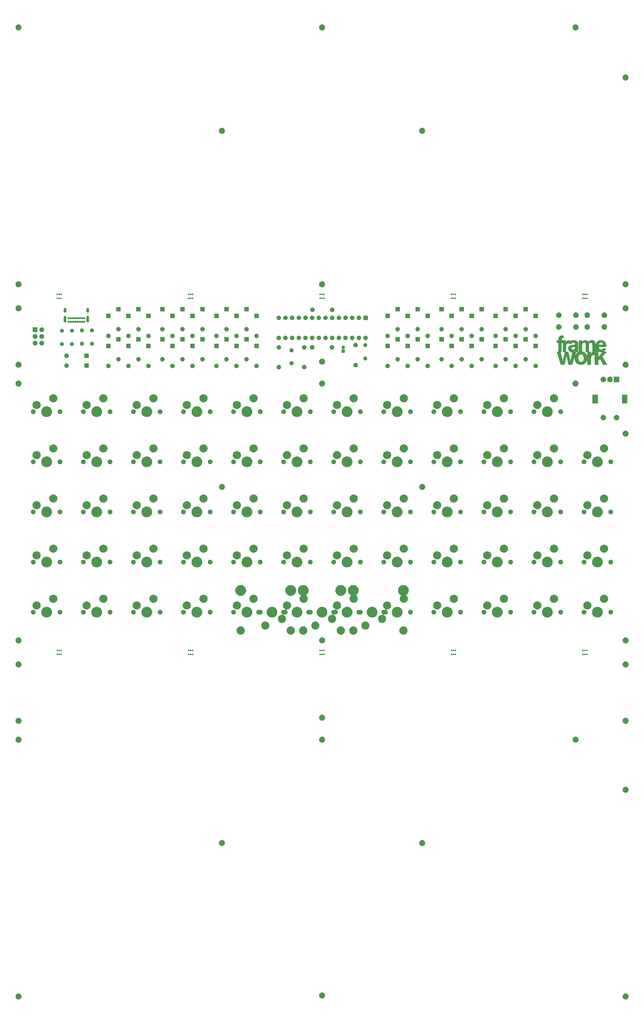
<source format=gts>
G04 #@! TF.GenerationSoftware,KiCad,Pcbnew,(5.1.5)-3*
G04 #@! TF.CreationDate,2021-08-21T18:27:59-07:00*
G04 #@! TF.ProjectId,framework,6672616d-6577-46f7-926b-2e6b69636164,1*
G04 #@! TF.SameCoordinates,Original*
G04 #@! TF.FileFunction,Soldermask,Top*
G04 #@! TF.FilePolarity,Negative*
%FSLAX46Y46*%
G04 Gerber Fmt 4.6, Leading zero omitted, Abs format (unit mm)*
G04 Created by KiCad (PCBNEW (5.1.5)-3) date 2021-08-21 18:27:59*
%MOMM*%
%LPD*%
G04 APERTURE LIST*
%ADD10C,0.010000*%
%ADD11C,0.100000*%
G04 APERTURE END LIST*
D10*
G36*
X309115916Y-216623434D02*
G01*
X309299914Y-216681198D01*
X309374000Y-216825772D01*
X309386956Y-217124145D01*
X309384581Y-217166735D01*
X309360971Y-217415962D01*
X309311622Y-217543115D01*
X309206713Y-217595405D01*
X309104245Y-217610536D01*
X308830075Y-217679594D01*
X308685270Y-217831348D01*
X308638981Y-218100844D01*
X308638579Y-218139512D01*
X308638579Y-218464745D01*
X310289579Y-218513211D01*
X310316264Y-218886368D01*
X310342950Y-219259526D01*
X310503020Y-218996312D01*
X310783858Y-218693103D01*
X311199276Y-218488438D01*
X311411412Y-218432014D01*
X311598397Y-218403487D01*
X311672982Y-218454382D01*
X311686575Y-218621225D01*
X311686579Y-218627523D01*
X311686579Y-218882290D01*
X312054505Y-218676652D01*
X312509369Y-218496124D01*
X313017080Y-218414771D01*
X313533673Y-218429132D01*
X314015183Y-218535744D01*
X314417644Y-218731146D01*
X314590431Y-218876313D01*
X314719870Y-219029958D01*
X314818326Y-219201954D01*
X314889877Y-219416961D01*
X314938598Y-219699640D01*
X314968564Y-220074655D01*
X314983851Y-220566665D01*
X314988535Y-221200333D01*
X314988579Y-221285485D01*
X314988579Y-222873544D01*
X314149082Y-222873544D01*
X313970163Y-223474321D01*
X313889758Y-223770707D01*
X313842250Y-223999943D01*
X313836465Y-224118149D01*
X313839578Y-224123432D01*
X313879859Y-224097874D01*
X313887912Y-224025133D01*
X313949484Y-223883017D01*
X314109593Y-223675566D01*
X314331328Y-223439071D01*
X314577779Y-223209821D01*
X314812035Y-223024107D01*
X314997185Y-222918220D01*
X315021386Y-222910702D01*
X315242579Y-222855187D01*
X315242579Y-221216699D01*
X316444145Y-221216699D01*
X316446941Y-221406187D01*
X316470245Y-222728037D01*
X316823798Y-222832337D01*
X317133377Y-222947932D01*
X317434241Y-223096302D01*
X317474200Y-223120100D01*
X317753810Y-223357192D01*
X318022069Y-223691255D01*
X318234080Y-224057666D01*
X318340781Y-224367381D01*
X318384965Y-224557545D01*
X318423126Y-224649878D01*
X318427001Y-224651544D01*
X318440512Y-224572710D01*
X318451334Y-224359528D01*
X318458174Y-224046978D01*
X318459775Y-223784941D01*
X322608579Y-223784941D01*
X322610874Y-224183078D01*
X322617145Y-224507716D01*
X322626472Y-224728280D01*
X322637932Y-224814197D01*
X322639585Y-224813822D01*
X322702231Y-224738376D01*
X322850387Y-224558443D01*
X323062259Y-224300529D01*
X323316051Y-223991140D01*
X323329930Y-223974211D01*
X323596537Y-223649498D01*
X323833474Y-223361885D01*
X324014787Y-223142813D01*
X324113911Y-223024438D01*
X324174135Y-222939820D01*
X324142529Y-222904274D01*
X323989962Y-222907698D01*
X323825733Y-222924535D01*
X323360379Y-222917861D01*
X323010745Y-222845427D01*
X322608579Y-222720783D01*
X322608579Y-223784941D01*
X318459775Y-223784941D01*
X318459912Y-223762544D01*
X318459912Y-222873544D01*
X317867245Y-222873544D01*
X317867245Y-221303362D01*
X317866627Y-220751742D01*
X317862766Y-220343700D01*
X317852650Y-220053479D01*
X317833271Y-219855326D01*
X317822994Y-219812518D01*
X319052579Y-219812518D01*
X319052579Y-222779141D01*
X319772245Y-222831211D01*
X319798616Y-223247219D01*
X319824987Y-223663228D01*
X319984586Y-223400790D01*
X320134609Y-223199872D01*
X320285359Y-223063423D01*
X320296881Y-223056803D01*
X320349194Y-223017718D01*
X320386933Y-222949264D01*
X320411563Y-222828371D01*
X320424547Y-222631968D01*
X320427351Y-222336985D01*
X320421440Y-221920350D01*
X320408277Y-221358993D01*
X320407245Y-221318484D01*
X320390136Y-220711027D01*
X320369738Y-220250841D01*
X320357919Y-220119158D01*
X322777912Y-220119158D01*
X322856599Y-220138070D01*
X323068766Y-220153073D01*
X323378572Y-220162259D01*
X323624579Y-220164211D01*
X324017418Y-220160288D01*
X324269542Y-220145577D01*
X324409449Y-220115661D01*
X324465639Y-220066123D01*
X324471245Y-220033006D01*
X324415592Y-219807917D01*
X324280313Y-219557259D01*
X324112924Y-219361957D01*
X324052602Y-219320054D01*
X323742237Y-219238343D01*
X323408090Y-219277194D01*
X323211140Y-219370942D01*
X323065745Y-219523938D01*
X322917592Y-219752451D01*
X322808657Y-219983988D01*
X322777912Y-220119158D01*
X320357919Y-220119158D01*
X320339674Y-219915892D01*
X320293566Y-219684145D01*
X320225036Y-219533567D01*
X320127706Y-219442124D01*
X319995199Y-219387780D01*
X319838003Y-219351862D01*
X319638289Y-219337600D01*
X319472823Y-219409891D01*
X319309971Y-219555126D01*
X319052579Y-219812518D01*
X317822994Y-219812518D01*
X317801617Y-219723483D01*
X317754679Y-219632197D01*
X317689445Y-219555710D01*
X317659427Y-219525362D01*
X317424216Y-219358161D01*
X317163042Y-219328733D01*
X316894995Y-219401672D01*
X316730958Y-219493413D01*
X316608843Y-219640990D01*
X316523877Y-219865755D01*
X316471287Y-220189060D01*
X316446301Y-220632257D01*
X316444145Y-221216699D01*
X315242579Y-221216699D01*
X315242579Y-218470877D01*
X316427912Y-218470877D01*
X316427912Y-218993930D01*
X316684541Y-218777991D01*
X317035661Y-218563867D01*
X317456756Y-218423251D01*
X317764131Y-218386683D01*
X318087299Y-218447332D01*
X318416339Y-218603496D01*
X318667334Y-218814354D01*
X318682215Y-218833271D01*
X318840912Y-219043773D01*
X319113764Y-218804277D01*
X319548163Y-218526919D01*
X320025256Y-218407849D01*
X320520082Y-218450821D01*
X320802811Y-218550309D01*
X321083962Y-218712972D01*
X321284250Y-218927195D01*
X321429809Y-219232224D01*
X321546773Y-219667302D01*
X321546834Y-219667582D01*
X321605527Y-219911112D01*
X321649661Y-220043587D01*
X321670211Y-220038372D01*
X321670514Y-220032668D01*
X321736806Y-219756607D01*
X321894167Y-219427281D01*
X322107003Y-219103809D01*
X322339723Y-218845311D01*
X322427471Y-218775370D01*
X322908926Y-218534352D01*
X323443208Y-218421781D01*
X323988449Y-218436361D01*
X324502784Y-218576797D01*
X324944348Y-218841794D01*
X324958417Y-218853691D01*
X325272518Y-219204820D01*
X325485672Y-219645565D01*
X325609956Y-220203490D01*
X325630853Y-220388498D01*
X325681065Y-220926211D01*
X324229488Y-220926211D01*
X323702714Y-220927013D01*
X323321697Y-220931297D01*
X323062866Y-220941884D01*
X322902646Y-220961589D01*
X322817464Y-220993232D01*
X322783746Y-221039631D01*
X322777912Y-221099748D01*
X322840363Y-221373555D01*
X322997797Y-221662038D01*
X323205333Y-221884417D01*
X323219600Y-221894738D01*
X323525161Y-222014020D01*
X323862915Y-222000227D01*
X324175904Y-221864247D01*
X324370213Y-221674774D01*
X324470689Y-221585506D01*
X324640386Y-221537202D01*
X324922602Y-221519664D01*
X325032085Y-221518877D01*
X325326781Y-221522138D01*
X325486180Y-221540681D01*
X325544307Y-221587640D01*
X325535186Y-221676155D01*
X325525457Y-221709377D01*
X325382215Y-221999920D01*
X325147357Y-222306141D01*
X324876311Y-222559746D01*
X324784037Y-222622902D01*
X324523776Y-222781176D01*
X325171246Y-222806193D01*
X325818717Y-222831211D01*
X324973313Y-223735983D01*
X324127908Y-224640755D01*
X324875195Y-225852649D01*
X325140220Y-226282689D01*
X325388709Y-226686335D01*
X325600688Y-227031112D01*
X325756184Y-227284540D01*
X325815768Y-227382044D01*
X326009056Y-227699544D01*
X324489404Y-227699544D01*
X323245022Y-225503772D01*
X322926800Y-225814508D01*
X322608579Y-226125243D01*
X322608579Y-227699544D01*
X321253912Y-227699544D01*
X321253912Y-223952568D01*
X320894079Y-224010002D01*
X320469706Y-224131083D01*
X320156553Y-224352770D01*
X320006258Y-224542872D01*
X319949697Y-224653596D01*
X319907474Y-224806359D01*
X319876804Y-225027709D01*
X319854903Y-225344195D01*
X319838985Y-225782364D01*
X319828751Y-226235026D01*
X319800591Y-227699544D01*
X318459912Y-227699544D01*
X318454015Y-226747044D01*
X318450841Y-226337087D01*
X318444850Y-226079220D01*
X318432198Y-225956203D01*
X318409044Y-225950794D01*
X318371546Y-226045754D01*
X318328381Y-226183238D01*
X318137070Y-226586934D01*
X317833778Y-226987776D01*
X317467316Y-227329807D01*
X317157802Y-227525261D01*
X316727881Y-227668440D01*
X316216694Y-227741441D01*
X315699660Y-227738308D01*
X315311121Y-227671111D01*
X314741256Y-227430237D01*
X314282815Y-227065168D01*
X313941115Y-226583676D01*
X313721474Y-225993532D01*
X313629208Y-225302507D01*
X313627768Y-225244572D01*
X314998059Y-225244572D01*
X315032264Y-225644312D01*
X315105874Y-225996718D01*
X315213759Y-226242742D01*
X315216680Y-226246786D01*
X315519901Y-226538476D01*
X315881351Y-226693093D01*
X316264452Y-226702280D01*
X316617963Y-226566945D01*
X316829997Y-226345599D01*
X316985758Y-226005786D01*
X317079054Y-225590798D01*
X317103694Y-225143926D01*
X317053487Y-224708462D01*
X316934662Y-224352629D01*
X316704105Y-224039925D01*
X316401359Y-223855014D01*
X316061197Y-223794421D01*
X315718396Y-223854665D01*
X315407730Y-224032270D01*
X315163973Y-224323756D01*
X315068377Y-224539293D01*
X315008388Y-224856549D01*
X314998059Y-225244572D01*
X313627768Y-225244572D01*
X313626898Y-225209588D01*
X313619885Y-224693877D01*
X313409288Y-225371211D01*
X313285372Y-225771524D01*
X313138009Y-226250205D01*
X312992933Y-226723585D01*
X312946999Y-226874044D01*
X312695307Y-227699544D01*
X311274795Y-227699544D01*
X311140020Y-227085711D01*
X311067861Y-226757380D01*
X310971928Y-226321321D01*
X310864905Y-225835167D01*
X310762706Y-225371211D01*
X310671447Y-224979213D01*
X310589430Y-224667753D01*
X310524259Y-224462780D01*
X310483537Y-224390243D01*
X310477433Y-224397544D01*
X310438395Y-224545513D01*
X310381147Y-224798416D01*
X310332176Y-225032544D01*
X310272102Y-225316361D01*
X310184610Y-225712197D01*
X310081502Y-226167340D01*
X309975958Y-226623216D01*
X309722262Y-227705889D01*
X308262936Y-227657211D01*
X306926489Y-222979377D01*
X308321992Y-222979377D01*
X308351739Y-223093313D01*
X308409500Y-223344239D01*
X308488896Y-223703344D01*
X308583543Y-224141816D01*
X308673631Y-224566877D01*
X308777750Y-225060550D01*
X308873018Y-225509163D01*
X308952700Y-225881239D01*
X309010061Y-226145304D01*
X309035969Y-226260211D01*
X309052330Y-226335775D01*
X309065825Y-226388372D01*
X309081617Y-226400323D01*
X309104868Y-226353953D01*
X309140740Y-226231586D01*
X309194396Y-226015545D01*
X309270997Y-225688154D01*
X309375706Y-225231736D01*
X309513685Y-224628615D01*
X309518131Y-224609211D01*
X309623936Y-224149011D01*
X309720695Y-223730991D01*
X309800149Y-223390637D01*
X309854033Y-223163436D01*
X309868038Y-223106377D01*
X309894840Y-222964624D01*
X309854659Y-222896590D01*
X309709006Y-222875222D01*
X309536757Y-222873544D01*
X309146579Y-222873544D01*
X309146579Y-221590748D01*
X310331912Y-221590748D01*
X310331912Y-222780028D01*
X310771527Y-222805619D01*
X311211143Y-222831211D01*
X311597027Y-224585731D01*
X311732624Y-225183575D01*
X311847789Y-225652832D01*
X311939888Y-225984025D01*
X312006287Y-226167679D01*
X312044315Y-226194398D01*
X312081983Y-226067677D01*
X312149062Y-225804897D01*
X312238453Y-225435351D01*
X312343059Y-224988331D01*
X312429457Y-224609211D01*
X313633912Y-224609211D01*
X313676245Y-224651544D01*
X313718579Y-224609211D01*
X313676245Y-224566877D01*
X313633912Y-224609211D01*
X312429457Y-224609211D01*
X312446481Y-224534510D01*
X312554633Y-224052367D01*
X312648635Y-223630219D01*
X312722634Y-223294598D01*
X312770780Y-223072039D01*
X312787245Y-222989343D01*
X312715559Y-222964555D01*
X312606568Y-222958211D01*
X312135675Y-222882825D01*
X311890340Y-222754267D01*
X313491070Y-222754267D01*
X313526980Y-222785387D01*
X313660063Y-222788877D01*
X313842371Y-222747385D01*
X313887912Y-222661877D01*
X313852578Y-222551752D01*
X313736113Y-222571882D01*
X313596563Y-222664570D01*
X313491070Y-222754267D01*
X311890340Y-222754267D01*
X311736936Y-222673882D01*
X311432148Y-222357200D01*
X311243109Y-221958599D01*
X311193312Y-221518877D01*
X312363912Y-221518877D01*
X312432622Y-221807286D01*
X312613387Y-222006296D01*
X312868164Y-222104890D01*
X313158907Y-222092048D01*
X313447570Y-221956752D01*
X313555758Y-221864057D01*
X313735151Y-221632284D01*
X313800068Y-221372776D01*
X313803245Y-221271390D01*
X313803245Y-220926211D01*
X313252912Y-220926211D01*
X312832868Y-220961606D01*
X312554128Y-221073973D01*
X312402782Y-221272585D01*
X312363912Y-221518877D01*
X311193312Y-221518877D01*
X311191615Y-221503896D01*
X311214858Y-221309703D01*
X311367915Y-220909830D01*
X311661744Y-220597304D01*
X312098170Y-220371039D01*
X312679015Y-220229951D01*
X313104745Y-220185268D01*
X313803245Y-220140342D01*
X313803245Y-219855943D01*
X313731742Y-219547214D01*
X313537746Y-219329393D01*
X313252022Y-219234525D01*
X313205012Y-219232877D01*
X312850370Y-219294586D01*
X312609544Y-219476839D01*
X312529746Y-219623080D01*
X312473309Y-219737865D01*
X312385417Y-219797975D01*
X312220875Y-219817146D01*
X311934483Y-219809119D01*
X311919966Y-219808432D01*
X311601364Y-219779989D01*
X311438618Y-219730662D01*
X311411412Y-219677377D01*
X311365837Y-219593008D01*
X311210520Y-219578401D01*
X310989394Y-219632198D01*
X310847124Y-219694814D01*
X310660517Y-219820658D01*
X310523157Y-219993874D01*
X310428334Y-220239157D01*
X310369337Y-220581202D01*
X310339457Y-221044702D01*
X310331912Y-221590748D01*
X309146579Y-221590748D01*
X309146579Y-219402211D01*
X308638579Y-219402211D01*
X308638579Y-221137877D01*
X308638069Y-221720863D01*
X308635060Y-222156100D01*
X308627335Y-222465173D01*
X308612674Y-222669665D01*
X308588859Y-222791162D01*
X308553673Y-222851246D01*
X308504895Y-222871503D01*
X308460187Y-222873544D01*
X308330569Y-222912800D01*
X308321992Y-222979377D01*
X306926489Y-222979377D01*
X306884158Y-222831211D01*
X307168702Y-222804933D01*
X307453245Y-222778655D01*
X307453245Y-219412432D01*
X307135745Y-219386155D01*
X306818245Y-219359877D01*
X306767063Y-218470877D01*
X307453245Y-218470877D01*
X307455105Y-218068711D01*
X307520352Y-217566514D01*
X307703938Y-217157870D01*
X307995156Y-216862726D01*
X308148886Y-216776544D01*
X308470363Y-216669969D01*
X308813132Y-216617240D01*
X309115916Y-216623434D01*
G37*
X309115916Y-216623434D02*
X309299914Y-216681198D01*
X309374000Y-216825772D01*
X309386956Y-217124145D01*
X309384581Y-217166735D01*
X309360971Y-217415962D01*
X309311622Y-217543115D01*
X309206713Y-217595405D01*
X309104245Y-217610536D01*
X308830075Y-217679594D01*
X308685270Y-217831348D01*
X308638981Y-218100844D01*
X308638579Y-218139512D01*
X308638579Y-218464745D01*
X310289579Y-218513211D01*
X310316264Y-218886368D01*
X310342950Y-219259526D01*
X310503020Y-218996312D01*
X310783858Y-218693103D01*
X311199276Y-218488438D01*
X311411412Y-218432014D01*
X311598397Y-218403487D01*
X311672982Y-218454382D01*
X311686575Y-218621225D01*
X311686579Y-218627523D01*
X311686579Y-218882290D01*
X312054505Y-218676652D01*
X312509369Y-218496124D01*
X313017080Y-218414771D01*
X313533673Y-218429132D01*
X314015183Y-218535744D01*
X314417644Y-218731146D01*
X314590431Y-218876313D01*
X314719870Y-219029958D01*
X314818326Y-219201954D01*
X314889877Y-219416961D01*
X314938598Y-219699640D01*
X314968564Y-220074655D01*
X314983851Y-220566665D01*
X314988535Y-221200333D01*
X314988579Y-221285485D01*
X314988579Y-222873544D01*
X314149082Y-222873544D01*
X313970163Y-223474321D01*
X313889758Y-223770707D01*
X313842250Y-223999943D01*
X313836465Y-224118149D01*
X313839578Y-224123432D01*
X313879859Y-224097874D01*
X313887912Y-224025133D01*
X313949484Y-223883017D01*
X314109593Y-223675566D01*
X314331328Y-223439071D01*
X314577779Y-223209821D01*
X314812035Y-223024107D01*
X314997185Y-222918220D01*
X315021386Y-222910702D01*
X315242579Y-222855187D01*
X315242579Y-221216699D01*
X316444145Y-221216699D01*
X316446941Y-221406187D01*
X316470245Y-222728037D01*
X316823798Y-222832337D01*
X317133377Y-222947932D01*
X317434241Y-223096302D01*
X317474200Y-223120100D01*
X317753810Y-223357192D01*
X318022069Y-223691255D01*
X318234080Y-224057666D01*
X318340781Y-224367381D01*
X318384965Y-224557545D01*
X318423126Y-224649878D01*
X318427001Y-224651544D01*
X318440512Y-224572710D01*
X318451334Y-224359528D01*
X318458174Y-224046978D01*
X318459775Y-223784941D01*
X322608579Y-223784941D01*
X322610874Y-224183078D01*
X322617145Y-224507716D01*
X322626472Y-224728280D01*
X322637932Y-224814197D01*
X322639585Y-224813822D01*
X322702231Y-224738376D01*
X322850387Y-224558443D01*
X323062259Y-224300529D01*
X323316051Y-223991140D01*
X323329930Y-223974211D01*
X323596537Y-223649498D01*
X323833474Y-223361885D01*
X324014787Y-223142813D01*
X324113911Y-223024438D01*
X324174135Y-222939820D01*
X324142529Y-222904274D01*
X323989962Y-222907698D01*
X323825733Y-222924535D01*
X323360379Y-222917861D01*
X323010745Y-222845427D01*
X322608579Y-222720783D01*
X322608579Y-223784941D01*
X318459775Y-223784941D01*
X318459912Y-223762544D01*
X318459912Y-222873544D01*
X317867245Y-222873544D01*
X317867245Y-221303362D01*
X317866627Y-220751742D01*
X317862766Y-220343700D01*
X317852650Y-220053479D01*
X317833271Y-219855326D01*
X317822994Y-219812518D01*
X319052579Y-219812518D01*
X319052579Y-222779141D01*
X319772245Y-222831211D01*
X319798616Y-223247219D01*
X319824987Y-223663228D01*
X319984586Y-223400790D01*
X320134609Y-223199872D01*
X320285359Y-223063423D01*
X320296881Y-223056803D01*
X320349194Y-223017718D01*
X320386933Y-222949264D01*
X320411563Y-222828371D01*
X320424547Y-222631968D01*
X320427351Y-222336985D01*
X320421440Y-221920350D01*
X320408277Y-221358993D01*
X320407245Y-221318484D01*
X320390136Y-220711027D01*
X320369738Y-220250841D01*
X320357919Y-220119158D01*
X322777912Y-220119158D01*
X322856599Y-220138070D01*
X323068766Y-220153073D01*
X323378572Y-220162259D01*
X323624579Y-220164211D01*
X324017418Y-220160288D01*
X324269542Y-220145577D01*
X324409449Y-220115661D01*
X324465639Y-220066123D01*
X324471245Y-220033006D01*
X324415592Y-219807917D01*
X324280313Y-219557259D01*
X324112924Y-219361957D01*
X324052602Y-219320054D01*
X323742237Y-219238343D01*
X323408090Y-219277194D01*
X323211140Y-219370942D01*
X323065745Y-219523938D01*
X322917592Y-219752451D01*
X322808657Y-219983988D01*
X322777912Y-220119158D01*
X320357919Y-220119158D01*
X320339674Y-219915892D01*
X320293566Y-219684145D01*
X320225036Y-219533567D01*
X320127706Y-219442124D01*
X319995199Y-219387780D01*
X319838003Y-219351862D01*
X319638289Y-219337600D01*
X319472823Y-219409891D01*
X319309971Y-219555126D01*
X319052579Y-219812518D01*
X317822994Y-219812518D01*
X317801617Y-219723483D01*
X317754679Y-219632197D01*
X317689445Y-219555710D01*
X317659427Y-219525362D01*
X317424216Y-219358161D01*
X317163042Y-219328733D01*
X316894995Y-219401672D01*
X316730958Y-219493413D01*
X316608843Y-219640990D01*
X316523877Y-219865755D01*
X316471287Y-220189060D01*
X316446301Y-220632257D01*
X316444145Y-221216699D01*
X315242579Y-221216699D01*
X315242579Y-218470877D01*
X316427912Y-218470877D01*
X316427912Y-218993930D01*
X316684541Y-218777991D01*
X317035661Y-218563867D01*
X317456756Y-218423251D01*
X317764131Y-218386683D01*
X318087299Y-218447332D01*
X318416339Y-218603496D01*
X318667334Y-218814354D01*
X318682215Y-218833271D01*
X318840912Y-219043773D01*
X319113764Y-218804277D01*
X319548163Y-218526919D01*
X320025256Y-218407849D01*
X320520082Y-218450821D01*
X320802811Y-218550309D01*
X321083962Y-218712972D01*
X321284250Y-218927195D01*
X321429809Y-219232224D01*
X321546773Y-219667302D01*
X321546834Y-219667582D01*
X321605527Y-219911112D01*
X321649661Y-220043587D01*
X321670211Y-220038372D01*
X321670514Y-220032668D01*
X321736806Y-219756607D01*
X321894167Y-219427281D01*
X322107003Y-219103809D01*
X322339723Y-218845311D01*
X322427471Y-218775370D01*
X322908926Y-218534352D01*
X323443208Y-218421781D01*
X323988449Y-218436361D01*
X324502784Y-218576797D01*
X324944348Y-218841794D01*
X324958417Y-218853691D01*
X325272518Y-219204820D01*
X325485672Y-219645565D01*
X325609956Y-220203490D01*
X325630853Y-220388498D01*
X325681065Y-220926211D01*
X324229488Y-220926211D01*
X323702714Y-220927013D01*
X323321697Y-220931297D01*
X323062866Y-220941884D01*
X322902646Y-220961589D01*
X322817464Y-220993232D01*
X322783746Y-221039631D01*
X322777912Y-221099748D01*
X322840363Y-221373555D01*
X322997797Y-221662038D01*
X323205333Y-221884417D01*
X323219600Y-221894738D01*
X323525161Y-222014020D01*
X323862915Y-222000227D01*
X324175904Y-221864247D01*
X324370213Y-221674774D01*
X324470689Y-221585506D01*
X324640386Y-221537202D01*
X324922602Y-221519664D01*
X325032085Y-221518877D01*
X325326781Y-221522138D01*
X325486180Y-221540681D01*
X325544307Y-221587640D01*
X325535186Y-221676155D01*
X325525457Y-221709377D01*
X325382215Y-221999920D01*
X325147357Y-222306141D01*
X324876311Y-222559746D01*
X324784037Y-222622902D01*
X324523776Y-222781176D01*
X325171246Y-222806193D01*
X325818717Y-222831211D01*
X324973313Y-223735983D01*
X324127908Y-224640755D01*
X324875195Y-225852649D01*
X325140220Y-226282689D01*
X325388709Y-226686335D01*
X325600688Y-227031112D01*
X325756184Y-227284540D01*
X325815768Y-227382044D01*
X326009056Y-227699544D01*
X324489404Y-227699544D01*
X323245022Y-225503772D01*
X322926800Y-225814508D01*
X322608579Y-226125243D01*
X322608579Y-227699544D01*
X321253912Y-227699544D01*
X321253912Y-223952568D01*
X320894079Y-224010002D01*
X320469706Y-224131083D01*
X320156553Y-224352770D01*
X320006258Y-224542872D01*
X319949697Y-224653596D01*
X319907474Y-224806359D01*
X319876804Y-225027709D01*
X319854903Y-225344195D01*
X319838985Y-225782364D01*
X319828751Y-226235026D01*
X319800591Y-227699544D01*
X318459912Y-227699544D01*
X318454015Y-226747044D01*
X318450841Y-226337087D01*
X318444850Y-226079220D01*
X318432198Y-225956203D01*
X318409044Y-225950794D01*
X318371546Y-226045754D01*
X318328381Y-226183238D01*
X318137070Y-226586934D01*
X317833778Y-226987776D01*
X317467316Y-227329807D01*
X317157802Y-227525261D01*
X316727881Y-227668440D01*
X316216694Y-227741441D01*
X315699660Y-227738308D01*
X315311121Y-227671111D01*
X314741256Y-227430237D01*
X314282815Y-227065168D01*
X313941115Y-226583676D01*
X313721474Y-225993532D01*
X313629208Y-225302507D01*
X313627768Y-225244572D01*
X314998059Y-225244572D01*
X315032264Y-225644312D01*
X315105874Y-225996718D01*
X315213759Y-226242742D01*
X315216680Y-226246786D01*
X315519901Y-226538476D01*
X315881351Y-226693093D01*
X316264452Y-226702280D01*
X316617963Y-226566945D01*
X316829997Y-226345599D01*
X316985758Y-226005786D01*
X317079054Y-225590798D01*
X317103694Y-225143926D01*
X317053487Y-224708462D01*
X316934662Y-224352629D01*
X316704105Y-224039925D01*
X316401359Y-223855014D01*
X316061197Y-223794421D01*
X315718396Y-223854665D01*
X315407730Y-224032270D01*
X315163973Y-224323756D01*
X315068377Y-224539293D01*
X315008388Y-224856549D01*
X314998059Y-225244572D01*
X313627768Y-225244572D01*
X313626898Y-225209588D01*
X313619885Y-224693877D01*
X313409288Y-225371211D01*
X313285372Y-225771524D01*
X313138009Y-226250205D01*
X312992933Y-226723585D01*
X312946999Y-226874044D01*
X312695307Y-227699544D01*
X311274795Y-227699544D01*
X311140020Y-227085711D01*
X311067861Y-226757380D01*
X310971928Y-226321321D01*
X310864905Y-225835167D01*
X310762706Y-225371211D01*
X310671447Y-224979213D01*
X310589430Y-224667753D01*
X310524259Y-224462780D01*
X310483537Y-224390243D01*
X310477433Y-224397544D01*
X310438395Y-224545513D01*
X310381147Y-224798416D01*
X310332176Y-225032544D01*
X310272102Y-225316361D01*
X310184610Y-225712197D01*
X310081502Y-226167340D01*
X309975958Y-226623216D01*
X309722262Y-227705889D01*
X308262936Y-227657211D01*
X306926489Y-222979377D01*
X308321992Y-222979377D01*
X308351739Y-223093313D01*
X308409500Y-223344239D01*
X308488896Y-223703344D01*
X308583543Y-224141816D01*
X308673631Y-224566877D01*
X308777750Y-225060550D01*
X308873018Y-225509163D01*
X308952700Y-225881239D01*
X309010061Y-226145304D01*
X309035969Y-226260211D01*
X309052330Y-226335775D01*
X309065825Y-226388372D01*
X309081617Y-226400323D01*
X309104868Y-226353953D01*
X309140740Y-226231586D01*
X309194396Y-226015545D01*
X309270997Y-225688154D01*
X309375706Y-225231736D01*
X309513685Y-224628615D01*
X309518131Y-224609211D01*
X309623936Y-224149011D01*
X309720695Y-223730991D01*
X309800149Y-223390637D01*
X309854033Y-223163436D01*
X309868038Y-223106377D01*
X309894840Y-222964624D01*
X309854659Y-222896590D01*
X309709006Y-222875222D01*
X309536757Y-222873544D01*
X309146579Y-222873544D01*
X309146579Y-221590748D01*
X310331912Y-221590748D01*
X310331912Y-222780028D01*
X310771527Y-222805619D01*
X311211143Y-222831211D01*
X311597027Y-224585731D01*
X311732624Y-225183575D01*
X311847789Y-225652832D01*
X311939888Y-225984025D01*
X312006287Y-226167679D01*
X312044315Y-226194398D01*
X312081983Y-226067677D01*
X312149062Y-225804897D01*
X312238453Y-225435351D01*
X312343059Y-224988331D01*
X312429457Y-224609211D01*
X313633912Y-224609211D01*
X313676245Y-224651544D01*
X313718579Y-224609211D01*
X313676245Y-224566877D01*
X313633912Y-224609211D01*
X312429457Y-224609211D01*
X312446481Y-224534510D01*
X312554633Y-224052367D01*
X312648635Y-223630219D01*
X312722634Y-223294598D01*
X312770780Y-223072039D01*
X312787245Y-222989343D01*
X312715559Y-222964555D01*
X312606568Y-222958211D01*
X312135675Y-222882825D01*
X311890340Y-222754267D01*
X313491070Y-222754267D01*
X313526980Y-222785387D01*
X313660063Y-222788877D01*
X313842371Y-222747385D01*
X313887912Y-222661877D01*
X313852578Y-222551752D01*
X313736113Y-222571882D01*
X313596563Y-222664570D01*
X313491070Y-222754267D01*
X311890340Y-222754267D01*
X311736936Y-222673882D01*
X311432148Y-222357200D01*
X311243109Y-221958599D01*
X311193312Y-221518877D01*
X312363912Y-221518877D01*
X312432622Y-221807286D01*
X312613387Y-222006296D01*
X312868164Y-222104890D01*
X313158907Y-222092048D01*
X313447570Y-221956752D01*
X313555758Y-221864057D01*
X313735151Y-221632284D01*
X313800068Y-221372776D01*
X313803245Y-221271390D01*
X313803245Y-220926211D01*
X313252912Y-220926211D01*
X312832868Y-220961606D01*
X312554128Y-221073973D01*
X312402782Y-221272585D01*
X312363912Y-221518877D01*
X311193312Y-221518877D01*
X311191615Y-221503896D01*
X311214858Y-221309703D01*
X311367915Y-220909830D01*
X311661744Y-220597304D01*
X312098170Y-220371039D01*
X312679015Y-220229951D01*
X313104745Y-220185268D01*
X313803245Y-220140342D01*
X313803245Y-219855943D01*
X313731742Y-219547214D01*
X313537746Y-219329393D01*
X313252022Y-219234525D01*
X313205012Y-219232877D01*
X312850370Y-219294586D01*
X312609544Y-219476839D01*
X312529746Y-219623080D01*
X312473309Y-219737865D01*
X312385417Y-219797975D01*
X312220875Y-219817146D01*
X311934483Y-219809119D01*
X311919966Y-219808432D01*
X311601364Y-219779989D01*
X311438618Y-219730662D01*
X311411412Y-219677377D01*
X311365837Y-219593008D01*
X311210520Y-219578401D01*
X310989394Y-219632198D01*
X310847124Y-219694814D01*
X310660517Y-219820658D01*
X310523157Y-219993874D01*
X310428334Y-220239157D01*
X310369337Y-220581202D01*
X310339457Y-221044702D01*
X310331912Y-221590748D01*
X309146579Y-221590748D01*
X309146579Y-219402211D01*
X308638579Y-219402211D01*
X308638579Y-221137877D01*
X308638069Y-221720863D01*
X308635060Y-222156100D01*
X308627335Y-222465173D01*
X308612674Y-222669665D01*
X308588859Y-222791162D01*
X308553673Y-222851246D01*
X308504895Y-222871503D01*
X308460187Y-222873544D01*
X308330569Y-222912800D01*
X308321992Y-222979377D01*
X306926489Y-222979377D01*
X306884158Y-222831211D01*
X307168702Y-222804933D01*
X307453245Y-222778655D01*
X307453245Y-219412432D01*
X307135745Y-219386155D01*
X306818245Y-219359877D01*
X306767063Y-218470877D01*
X307453245Y-218470877D01*
X307455105Y-218068711D01*
X307520352Y-217566514D01*
X307703938Y-217157870D01*
X307995156Y-216862726D01*
X308148886Y-216776544D01*
X308470363Y-216669969D01*
X308813132Y-216617240D01*
X309115916Y-216623434D01*
D11*
G36*
X333266174Y-466754741D02*
G01*
X333377359Y-466776857D01*
X333586828Y-466863622D01*
X333775345Y-466989585D01*
X333935665Y-467149905D01*
X334061628Y-467338422D01*
X334148393Y-467547891D01*
X334192625Y-467770261D01*
X334192625Y-467996989D01*
X334148393Y-468219359D01*
X334061628Y-468428828D01*
X333935665Y-468617345D01*
X333775345Y-468777665D01*
X333586828Y-468903628D01*
X333377359Y-468990393D01*
X333266174Y-469012509D01*
X333154990Y-469034625D01*
X332928260Y-469034625D01*
X332817076Y-469012509D01*
X332705891Y-468990393D01*
X332496422Y-468903628D01*
X332307905Y-468777665D01*
X332147585Y-468617345D01*
X332021622Y-468428828D01*
X331934857Y-468219359D01*
X331890625Y-467996989D01*
X331890625Y-467770261D01*
X331934857Y-467547891D01*
X332021622Y-467338422D01*
X332147585Y-467149905D01*
X332307905Y-466989585D01*
X332496422Y-466863622D01*
X332705891Y-466776857D01*
X332817076Y-466754741D01*
X332928260Y-466732625D01*
X333154990Y-466732625D01*
X333266174Y-466754741D01*
G37*
G36*
X102284924Y-466754741D02*
G01*
X102396109Y-466776857D01*
X102605578Y-466863622D01*
X102794095Y-466989585D01*
X102954415Y-467149905D01*
X103080378Y-467338422D01*
X103167143Y-467547891D01*
X103211375Y-467770261D01*
X103211375Y-467996989D01*
X103167143Y-468219359D01*
X103080378Y-468428828D01*
X102954415Y-468617345D01*
X102794095Y-468777665D01*
X102605578Y-468903628D01*
X102396109Y-468990393D01*
X102284924Y-469012509D01*
X102173740Y-469034625D01*
X101947010Y-469034625D01*
X101835826Y-469012509D01*
X101724641Y-468990393D01*
X101515172Y-468903628D01*
X101326655Y-468777665D01*
X101166335Y-468617345D01*
X101040372Y-468428828D01*
X100953607Y-468219359D01*
X100909375Y-467996989D01*
X100909375Y-467770261D01*
X100953607Y-467547891D01*
X101040372Y-467338422D01*
X101166335Y-467149905D01*
X101326655Y-466989585D01*
X101515172Y-466863622D01*
X101724641Y-466776857D01*
X101835826Y-466754741D01*
X101947010Y-466732625D01*
X102173740Y-466732625D01*
X102284924Y-466754741D01*
G37*
G36*
X217775549Y-466373491D02*
G01*
X217886734Y-466395607D01*
X218096203Y-466482372D01*
X218284720Y-466608335D01*
X218445040Y-466768655D01*
X218571003Y-466957172D01*
X218657768Y-467166641D01*
X218702000Y-467389011D01*
X218702000Y-467615739D01*
X218657768Y-467838109D01*
X218571003Y-468047578D01*
X218445040Y-468236095D01*
X218284720Y-468396415D01*
X218096203Y-468522378D01*
X217886734Y-468609143D01*
X217775549Y-468631259D01*
X217664365Y-468653375D01*
X217437635Y-468653375D01*
X217326451Y-468631259D01*
X217215266Y-468609143D01*
X217005797Y-468522378D01*
X216817280Y-468396415D01*
X216656960Y-468236095D01*
X216530997Y-468047578D01*
X216444232Y-467838109D01*
X216400000Y-467615739D01*
X216400000Y-467389011D01*
X216444232Y-467166641D01*
X216530997Y-466957172D01*
X216656960Y-466768655D01*
X216817280Y-466608335D01*
X217005797Y-466482372D01*
X217215266Y-466395607D01*
X217326451Y-466373491D01*
X217437635Y-466351375D01*
X217664365Y-466351375D01*
X217775549Y-466373491D01*
G37*
G36*
X179675549Y-408414116D02*
G01*
X179786734Y-408436232D01*
X179996203Y-408522997D01*
X180184720Y-408648960D01*
X180345040Y-408809280D01*
X180471003Y-408997797D01*
X180557768Y-409207266D01*
X180602000Y-409429636D01*
X180602000Y-409656364D01*
X180557768Y-409878734D01*
X180471003Y-410088203D01*
X180345040Y-410276720D01*
X180184720Y-410437040D01*
X179996203Y-410563003D01*
X179786734Y-410649768D01*
X179675549Y-410671884D01*
X179564365Y-410694000D01*
X179337635Y-410694000D01*
X179226451Y-410671884D01*
X179115266Y-410649768D01*
X178905797Y-410563003D01*
X178717280Y-410437040D01*
X178556960Y-410276720D01*
X178430997Y-410088203D01*
X178344232Y-409878734D01*
X178300000Y-409656364D01*
X178300000Y-409429636D01*
X178344232Y-409207266D01*
X178430997Y-408997797D01*
X178556960Y-408809280D01*
X178717280Y-408648960D01*
X178905797Y-408522997D01*
X179115266Y-408436232D01*
X179226451Y-408414116D01*
X179337635Y-408392000D01*
X179564365Y-408392000D01*
X179675549Y-408414116D01*
G37*
G36*
X255875549Y-408414116D02*
G01*
X255986734Y-408436232D01*
X256196203Y-408522997D01*
X256384720Y-408648960D01*
X256545040Y-408809280D01*
X256671003Y-408997797D01*
X256757768Y-409207266D01*
X256802000Y-409429636D01*
X256802000Y-409656364D01*
X256757768Y-409878734D01*
X256671003Y-410088203D01*
X256545040Y-410276720D01*
X256384720Y-410437040D01*
X256196203Y-410563003D01*
X255986734Y-410649768D01*
X255875549Y-410671884D01*
X255764365Y-410694000D01*
X255537635Y-410694000D01*
X255426451Y-410671884D01*
X255315266Y-410649768D01*
X255105797Y-410563003D01*
X254917280Y-410437040D01*
X254756960Y-410276720D01*
X254630997Y-410088203D01*
X254544232Y-409878734D01*
X254500000Y-409656364D01*
X254500000Y-409429636D01*
X254544232Y-409207266D01*
X254630997Y-408997797D01*
X254756960Y-408809280D01*
X254917280Y-408648960D01*
X255105797Y-408522997D01*
X255315266Y-408436232D01*
X255426451Y-408414116D01*
X255537635Y-408392000D01*
X255764365Y-408392000D01*
X255875549Y-408414116D01*
G37*
G36*
X333266174Y-388173491D02*
G01*
X333377359Y-388195607D01*
X333586828Y-388282372D01*
X333775345Y-388408335D01*
X333935665Y-388568655D01*
X334061628Y-388757172D01*
X334148393Y-388966641D01*
X334192625Y-389189011D01*
X334192625Y-389415739D01*
X334148393Y-389638109D01*
X334061628Y-389847578D01*
X333935665Y-390036095D01*
X333775345Y-390196415D01*
X333586828Y-390322378D01*
X333377359Y-390409143D01*
X333266174Y-390431259D01*
X333154990Y-390453375D01*
X332928260Y-390453375D01*
X332817076Y-390431259D01*
X332705891Y-390409143D01*
X332496422Y-390322378D01*
X332307905Y-390196415D01*
X332147585Y-390036095D01*
X332021622Y-389847578D01*
X331934857Y-389638109D01*
X331890625Y-389415739D01*
X331890625Y-389189011D01*
X331934857Y-388966641D01*
X332021622Y-388757172D01*
X332147585Y-388568655D01*
X332307905Y-388408335D01*
X332496422Y-388282372D01*
X332705891Y-388195607D01*
X332817076Y-388173491D01*
X332928260Y-388151375D01*
X333154990Y-388151375D01*
X333266174Y-388173491D01*
G37*
G36*
X314216174Y-369123491D02*
G01*
X314327359Y-369145607D01*
X314536828Y-369232372D01*
X314725345Y-369358335D01*
X314885665Y-369518655D01*
X315011628Y-369707172D01*
X315098393Y-369916641D01*
X315142625Y-370139011D01*
X315142625Y-370365739D01*
X315098393Y-370588109D01*
X315011628Y-370797578D01*
X314885665Y-370986095D01*
X314725345Y-371146415D01*
X314536828Y-371272378D01*
X314327359Y-371359143D01*
X314216174Y-371381259D01*
X314104990Y-371403375D01*
X313878260Y-371403375D01*
X313767076Y-371381259D01*
X313655891Y-371359143D01*
X313446422Y-371272378D01*
X313257905Y-371146415D01*
X313097585Y-370986095D01*
X312971622Y-370797578D01*
X312884857Y-370588109D01*
X312840625Y-370365739D01*
X312840625Y-370139011D01*
X312884857Y-369916641D01*
X312971622Y-369707172D01*
X313097585Y-369518655D01*
X313257905Y-369358335D01*
X313446422Y-369232372D01*
X313655891Y-369145607D01*
X313767076Y-369123491D01*
X313878260Y-369101375D01*
X314104990Y-369101375D01*
X314216174Y-369123491D01*
G37*
G36*
X217775549Y-369123491D02*
G01*
X217886734Y-369145607D01*
X218096203Y-369232372D01*
X218284720Y-369358335D01*
X218445040Y-369518655D01*
X218571003Y-369707172D01*
X218657768Y-369916641D01*
X218702000Y-370139011D01*
X218702000Y-370365739D01*
X218657768Y-370588109D01*
X218571003Y-370797578D01*
X218445040Y-370986095D01*
X218284720Y-371146415D01*
X218096203Y-371272378D01*
X217886734Y-371359143D01*
X217775549Y-371381259D01*
X217664365Y-371403375D01*
X217437635Y-371403375D01*
X217326451Y-371381259D01*
X217215266Y-371359143D01*
X217005797Y-371272378D01*
X216817280Y-371146415D01*
X216656960Y-370986095D01*
X216530997Y-370797578D01*
X216444232Y-370588109D01*
X216400000Y-370365739D01*
X216400000Y-370139011D01*
X216444232Y-369916641D01*
X216530997Y-369707172D01*
X216656960Y-369518655D01*
X216817280Y-369358335D01*
X217005797Y-369232372D01*
X217215266Y-369145607D01*
X217326451Y-369123491D01*
X217437635Y-369101375D01*
X217664365Y-369101375D01*
X217775549Y-369123491D01*
G37*
G36*
X102284924Y-369123491D02*
G01*
X102396109Y-369145607D01*
X102605578Y-369232372D01*
X102794095Y-369358335D01*
X102954415Y-369518655D01*
X103080378Y-369707172D01*
X103167143Y-369916641D01*
X103211375Y-370139011D01*
X103211375Y-370365739D01*
X103167143Y-370588109D01*
X103080378Y-370797578D01*
X102954415Y-370986095D01*
X102794095Y-371146415D01*
X102605578Y-371272378D01*
X102396109Y-371359143D01*
X102284924Y-371381259D01*
X102173740Y-371403375D01*
X101947010Y-371403375D01*
X101835826Y-371381259D01*
X101724641Y-371359143D01*
X101515172Y-371272378D01*
X101326655Y-371146415D01*
X101166335Y-370986095D01*
X101040372Y-370797578D01*
X100953607Y-370588109D01*
X100909375Y-370365739D01*
X100909375Y-370139011D01*
X100953607Y-369916641D01*
X101040372Y-369707172D01*
X101166335Y-369518655D01*
X101326655Y-369358335D01*
X101515172Y-369232372D01*
X101724641Y-369145607D01*
X101835826Y-369123491D01*
X101947010Y-369101375D01*
X102173740Y-369101375D01*
X102284924Y-369123491D01*
G37*
G36*
X102284924Y-361979711D02*
G01*
X102396109Y-362001827D01*
X102605578Y-362088592D01*
X102794095Y-362214555D01*
X102954415Y-362374875D01*
X103080378Y-362563392D01*
X103167143Y-362772861D01*
X103211375Y-362995231D01*
X103211375Y-363221959D01*
X103167143Y-363444329D01*
X103080378Y-363653798D01*
X102954415Y-363842315D01*
X102794095Y-364002635D01*
X102605578Y-364128598D01*
X102396109Y-364215363D01*
X102284924Y-364237479D01*
X102173740Y-364259595D01*
X101947010Y-364259595D01*
X101835826Y-364237479D01*
X101724641Y-364215363D01*
X101515172Y-364128598D01*
X101326655Y-364002635D01*
X101166335Y-363842315D01*
X101040372Y-363653798D01*
X100953607Y-363444329D01*
X100909375Y-363221959D01*
X100909375Y-362995231D01*
X100953607Y-362772861D01*
X101040372Y-362563392D01*
X101166335Y-362374875D01*
X101326655Y-362214555D01*
X101515172Y-362088592D01*
X101724641Y-362001827D01*
X101835826Y-361979711D01*
X101947010Y-361957595D01*
X102173740Y-361957595D01*
X102284924Y-361979711D01*
G37*
G36*
X333267144Y-361979711D02*
G01*
X333378329Y-362001827D01*
X333587798Y-362088592D01*
X333776315Y-362214555D01*
X333936635Y-362374875D01*
X334062598Y-362563392D01*
X334149363Y-362772861D01*
X334193595Y-362995231D01*
X334193595Y-363221959D01*
X334149363Y-363444329D01*
X334062598Y-363653798D01*
X333936635Y-363842315D01*
X333776315Y-364002635D01*
X333587798Y-364128598D01*
X333378329Y-364215363D01*
X333267144Y-364237479D01*
X333155960Y-364259595D01*
X332929230Y-364259595D01*
X332818046Y-364237479D01*
X332706861Y-364215363D01*
X332497392Y-364128598D01*
X332308875Y-364002635D01*
X332148555Y-363842315D01*
X332022592Y-363653798D01*
X331935827Y-363444329D01*
X331891595Y-363221959D01*
X331891595Y-362995231D01*
X331935827Y-362772861D01*
X332022592Y-362563392D01*
X332148555Y-362374875D01*
X332308875Y-362214555D01*
X332497392Y-362088592D01*
X332706861Y-362001827D01*
X332818046Y-361979711D01*
X332929230Y-361957595D01*
X333155960Y-361957595D01*
X333267144Y-361979711D01*
G37*
G36*
X217776034Y-360789081D02*
G01*
X217887219Y-360811197D01*
X218096688Y-360897962D01*
X218285205Y-361023925D01*
X218445525Y-361184245D01*
X218571488Y-361372762D01*
X218658253Y-361582231D01*
X218702485Y-361804601D01*
X218702485Y-362031329D01*
X218658253Y-362253699D01*
X218571488Y-362463168D01*
X218445525Y-362651685D01*
X218285205Y-362812005D01*
X218096688Y-362937968D01*
X217887219Y-363024733D01*
X217776034Y-363046849D01*
X217664850Y-363068965D01*
X217438120Y-363068965D01*
X217326936Y-363046849D01*
X217215751Y-363024733D01*
X217006282Y-362937968D01*
X216817765Y-362812005D01*
X216657445Y-362651685D01*
X216531482Y-362463168D01*
X216444717Y-362253699D01*
X216400485Y-362031329D01*
X216400485Y-361804601D01*
X216444717Y-361582231D01*
X216531482Y-361372762D01*
X216657445Y-361184245D01*
X216817765Y-361023925D01*
X217006282Y-360897962D01*
X217215751Y-360811197D01*
X217326936Y-360789081D01*
X217438120Y-360766965D01*
X217664850Y-360766965D01*
X217776034Y-360789081D01*
G37*
G36*
X102284924Y-340548491D02*
G01*
X102396109Y-340570607D01*
X102605578Y-340657372D01*
X102794095Y-340783335D01*
X102954415Y-340943655D01*
X103080378Y-341132172D01*
X103167143Y-341341641D01*
X103211375Y-341564011D01*
X103211375Y-341790739D01*
X103167143Y-342013109D01*
X103080378Y-342222578D01*
X102954415Y-342411095D01*
X102794095Y-342571415D01*
X102605578Y-342697378D01*
X102396109Y-342784143D01*
X102284924Y-342806259D01*
X102173740Y-342828375D01*
X101947010Y-342828375D01*
X101835826Y-342806259D01*
X101724641Y-342784143D01*
X101515172Y-342697378D01*
X101326655Y-342571415D01*
X101166335Y-342411095D01*
X101040372Y-342222578D01*
X100953607Y-342013109D01*
X100909375Y-341790739D01*
X100909375Y-341564011D01*
X100953607Y-341341641D01*
X101040372Y-341132172D01*
X101166335Y-340943655D01*
X101326655Y-340783335D01*
X101515172Y-340657372D01*
X101724641Y-340570607D01*
X101835826Y-340548491D01*
X101947010Y-340526375D01*
X102173740Y-340526375D01*
X102284924Y-340548491D01*
G37*
G36*
X333266174Y-340548491D02*
G01*
X333377359Y-340570607D01*
X333586828Y-340657372D01*
X333775345Y-340783335D01*
X333935665Y-340943655D01*
X334061628Y-341132172D01*
X334148393Y-341341641D01*
X334192625Y-341564011D01*
X334192625Y-341790739D01*
X334148393Y-342013109D01*
X334061628Y-342222578D01*
X333935665Y-342411095D01*
X333775345Y-342571415D01*
X333586828Y-342697378D01*
X333377359Y-342784143D01*
X333266174Y-342806259D01*
X333154990Y-342828375D01*
X332928260Y-342828375D01*
X332817076Y-342806259D01*
X332705891Y-342784143D01*
X332496422Y-342697378D01*
X332307905Y-342571415D01*
X332147585Y-342411095D01*
X332021622Y-342222578D01*
X331934857Y-342013109D01*
X331890625Y-341790739D01*
X331890625Y-341564011D01*
X331934857Y-341341641D01*
X332021622Y-341132172D01*
X332147585Y-340943655D01*
X332307905Y-340783335D01*
X332496422Y-340657372D01*
X332705891Y-340570607D01*
X332817076Y-340548491D01*
X332928260Y-340526375D01*
X333154990Y-340526375D01*
X333266174Y-340548491D01*
G37*
G36*
X216888797Y-337566067D02*
G01*
X216943575Y-337588757D01*
X216943577Y-337588758D01*
X216992876Y-337621698D01*
X217034802Y-337663624D01*
X217067742Y-337712923D01*
X217072067Y-337719396D01*
X217087612Y-337738338D01*
X217106554Y-337753883D01*
X217128165Y-337765434D01*
X217151614Y-337772547D01*
X217176000Y-337774949D01*
X217200386Y-337772547D01*
X217223835Y-337765434D01*
X217245446Y-337753883D01*
X217264388Y-337738338D01*
X217279933Y-337719396D01*
X217284258Y-337712923D01*
X217317198Y-337663624D01*
X217359124Y-337621698D01*
X217408423Y-337588758D01*
X217408425Y-337588757D01*
X217463203Y-337566067D01*
X217521353Y-337554500D01*
X217580647Y-337554500D01*
X217638797Y-337566067D01*
X217693575Y-337588757D01*
X217693577Y-337588758D01*
X217742876Y-337621698D01*
X217784802Y-337663624D01*
X217817742Y-337712923D01*
X217822067Y-337719396D01*
X217837612Y-337738338D01*
X217856554Y-337753883D01*
X217878165Y-337765434D01*
X217901614Y-337772547D01*
X217926000Y-337774949D01*
X217950386Y-337772547D01*
X217973835Y-337765434D01*
X217995446Y-337753883D01*
X218014388Y-337738338D01*
X218029933Y-337719396D01*
X218034258Y-337712923D01*
X218067198Y-337663624D01*
X218109124Y-337621698D01*
X218158423Y-337588758D01*
X218158425Y-337588757D01*
X218213203Y-337566067D01*
X218271353Y-337554500D01*
X218330647Y-337554500D01*
X218388797Y-337566067D01*
X218443575Y-337588757D01*
X218443577Y-337588758D01*
X218492876Y-337621698D01*
X218534802Y-337663624D01*
X218567742Y-337712923D01*
X218567743Y-337712925D01*
X218590433Y-337767703D01*
X218602000Y-337825853D01*
X218602000Y-337885147D01*
X218590433Y-337943297D01*
X218570423Y-337991604D01*
X218567742Y-337998077D01*
X218534802Y-338047376D01*
X218492876Y-338089302D01*
X218443577Y-338122242D01*
X218443576Y-338122243D01*
X218443575Y-338122243D01*
X218388797Y-338144933D01*
X218330647Y-338156500D01*
X218271353Y-338156500D01*
X218213203Y-338144933D01*
X218158425Y-338122243D01*
X218158424Y-338122243D01*
X218158423Y-338122242D01*
X218109124Y-338089302D01*
X218067198Y-338047376D01*
X218034258Y-337998077D01*
X218034257Y-337998075D01*
X218029933Y-337991604D01*
X218014388Y-337972662D01*
X217995446Y-337957117D01*
X217973835Y-337945566D01*
X217950386Y-337938453D01*
X217926000Y-337936051D01*
X217901614Y-337938453D01*
X217878165Y-337945566D01*
X217856554Y-337957117D01*
X217837612Y-337972662D01*
X217822067Y-337991604D01*
X217817743Y-337998075D01*
X217817742Y-337998077D01*
X217784802Y-338047376D01*
X217742876Y-338089302D01*
X217693577Y-338122242D01*
X217693576Y-338122243D01*
X217693575Y-338122243D01*
X217638797Y-338144933D01*
X217580647Y-338156500D01*
X217521353Y-338156500D01*
X217463203Y-338144933D01*
X217408425Y-338122243D01*
X217408424Y-338122243D01*
X217408423Y-338122242D01*
X217359124Y-338089302D01*
X217317198Y-338047376D01*
X217284258Y-337998077D01*
X217284257Y-337998075D01*
X217279933Y-337991604D01*
X217264388Y-337972662D01*
X217245446Y-337957117D01*
X217223835Y-337945566D01*
X217200386Y-337938453D01*
X217176000Y-337936051D01*
X217151614Y-337938453D01*
X217128165Y-337945566D01*
X217106554Y-337957117D01*
X217087612Y-337972662D01*
X217072067Y-337991604D01*
X217067743Y-337998075D01*
X217067742Y-337998077D01*
X217034802Y-338047376D01*
X216992876Y-338089302D01*
X216943577Y-338122242D01*
X216943576Y-338122243D01*
X216943575Y-338122243D01*
X216888797Y-338144933D01*
X216830647Y-338156500D01*
X216771353Y-338156500D01*
X216713203Y-338144933D01*
X216658425Y-338122243D01*
X216658424Y-338122243D01*
X216658423Y-338122242D01*
X216609124Y-338089302D01*
X216567198Y-338047376D01*
X216534258Y-337998077D01*
X216531577Y-337991604D01*
X216511567Y-337943297D01*
X216500000Y-337885147D01*
X216500000Y-337825853D01*
X216511567Y-337767703D01*
X216534257Y-337712925D01*
X216534258Y-337712923D01*
X216567198Y-337663624D01*
X216609124Y-337621698D01*
X216658423Y-337588758D01*
X216658425Y-337588757D01*
X216713203Y-337566067D01*
X216771353Y-337554500D01*
X216830647Y-337554500D01*
X216888797Y-337566067D01*
G37*
G36*
X166888797Y-337566067D02*
G01*
X166943575Y-337588757D01*
X166943577Y-337588758D01*
X166992876Y-337621698D01*
X167034802Y-337663624D01*
X167067742Y-337712923D01*
X167072067Y-337719396D01*
X167087612Y-337738338D01*
X167106554Y-337753883D01*
X167128165Y-337765434D01*
X167151614Y-337772547D01*
X167176000Y-337774949D01*
X167200386Y-337772547D01*
X167223835Y-337765434D01*
X167245446Y-337753883D01*
X167264388Y-337738338D01*
X167279933Y-337719396D01*
X167284258Y-337712923D01*
X167317198Y-337663624D01*
X167359124Y-337621698D01*
X167408423Y-337588758D01*
X167408425Y-337588757D01*
X167463203Y-337566067D01*
X167521353Y-337554500D01*
X167580647Y-337554500D01*
X167638797Y-337566067D01*
X167693575Y-337588757D01*
X167693577Y-337588758D01*
X167742876Y-337621698D01*
X167784802Y-337663624D01*
X167817742Y-337712923D01*
X167822067Y-337719396D01*
X167837612Y-337738338D01*
X167856554Y-337753883D01*
X167878165Y-337765434D01*
X167901614Y-337772547D01*
X167926000Y-337774949D01*
X167950386Y-337772547D01*
X167973835Y-337765434D01*
X167995446Y-337753883D01*
X168014388Y-337738338D01*
X168029933Y-337719396D01*
X168034258Y-337712923D01*
X168067198Y-337663624D01*
X168109124Y-337621698D01*
X168158423Y-337588758D01*
X168158425Y-337588757D01*
X168213203Y-337566067D01*
X168271353Y-337554500D01*
X168330647Y-337554500D01*
X168388797Y-337566067D01*
X168443575Y-337588757D01*
X168443577Y-337588758D01*
X168492876Y-337621698D01*
X168534802Y-337663624D01*
X168567742Y-337712923D01*
X168567743Y-337712925D01*
X168590433Y-337767703D01*
X168602000Y-337825853D01*
X168602000Y-337885147D01*
X168590433Y-337943297D01*
X168570423Y-337991604D01*
X168567742Y-337998077D01*
X168534802Y-338047376D01*
X168492876Y-338089302D01*
X168443577Y-338122242D01*
X168443576Y-338122243D01*
X168443575Y-338122243D01*
X168388797Y-338144933D01*
X168330647Y-338156500D01*
X168271353Y-338156500D01*
X168213203Y-338144933D01*
X168158425Y-338122243D01*
X168158424Y-338122243D01*
X168158423Y-338122242D01*
X168109124Y-338089302D01*
X168067198Y-338047376D01*
X168034258Y-337998077D01*
X168034257Y-337998075D01*
X168029933Y-337991604D01*
X168014388Y-337972662D01*
X167995446Y-337957117D01*
X167973835Y-337945566D01*
X167950386Y-337938453D01*
X167926000Y-337936051D01*
X167901614Y-337938453D01*
X167878165Y-337945566D01*
X167856554Y-337957117D01*
X167837612Y-337972662D01*
X167822067Y-337991604D01*
X167817743Y-337998075D01*
X167817742Y-337998077D01*
X167784802Y-338047376D01*
X167742876Y-338089302D01*
X167693577Y-338122242D01*
X167693576Y-338122243D01*
X167693575Y-338122243D01*
X167638797Y-338144933D01*
X167580647Y-338156500D01*
X167521353Y-338156500D01*
X167463203Y-338144933D01*
X167408425Y-338122243D01*
X167408424Y-338122243D01*
X167408423Y-338122242D01*
X167359124Y-338089302D01*
X167317198Y-338047376D01*
X167284258Y-337998077D01*
X167284257Y-337998075D01*
X167279933Y-337991604D01*
X167264388Y-337972662D01*
X167245446Y-337957117D01*
X167223835Y-337945566D01*
X167200386Y-337938453D01*
X167176000Y-337936051D01*
X167151614Y-337938453D01*
X167128165Y-337945566D01*
X167106554Y-337957117D01*
X167087612Y-337972662D01*
X167072067Y-337991604D01*
X167067743Y-337998075D01*
X167067742Y-337998077D01*
X167034802Y-338047376D01*
X166992876Y-338089302D01*
X166943577Y-338122242D01*
X166943576Y-338122243D01*
X166943575Y-338122243D01*
X166888797Y-338144933D01*
X166830647Y-338156500D01*
X166771353Y-338156500D01*
X166713203Y-338144933D01*
X166658425Y-338122243D01*
X166658424Y-338122243D01*
X166658423Y-338122242D01*
X166609124Y-338089302D01*
X166567198Y-338047376D01*
X166534258Y-337998077D01*
X166531577Y-337991604D01*
X166511567Y-337943297D01*
X166500000Y-337885147D01*
X166500000Y-337825853D01*
X166511567Y-337767703D01*
X166534257Y-337712925D01*
X166534258Y-337712923D01*
X166567198Y-337663624D01*
X166609124Y-337621698D01*
X166658423Y-337588758D01*
X166658425Y-337588757D01*
X166713203Y-337566067D01*
X166771353Y-337554500D01*
X166830647Y-337554500D01*
X166888797Y-337566067D01*
G37*
G36*
X116888797Y-337566067D02*
G01*
X116943575Y-337588757D01*
X116943577Y-337588758D01*
X116992876Y-337621698D01*
X117034802Y-337663624D01*
X117067742Y-337712923D01*
X117072067Y-337719396D01*
X117087612Y-337738338D01*
X117106554Y-337753883D01*
X117128165Y-337765434D01*
X117151614Y-337772547D01*
X117176000Y-337774949D01*
X117200386Y-337772547D01*
X117223835Y-337765434D01*
X117245446Y-337753883D01*
X117264388Y-337738338D01*
X117279933Y-337719396D01*
X117284258Y-337712923D01*
X117317198Y-337663624D01*
X117359124Y-337621698D01*
X117408423Y-337588758D01*
X117408425Y-337588757D01*
X117463203Y-337566067D01*
X117521353Y-337554500D01*
X117580647Y-337554500D01*
X117638797Y-337566067D01*
X117693575Y-337588757D01*
X117693577Y-337588758D01*
X117742876Y-337621698D01*
X117784802Y-337663624D01*
X117817742Y-337712923D01*
X117822067Y-337719396D01*
X117837612Y-337738338D01*
X117856554Y-337753883D01*
X117878165Y-337765434D01*
X117901614Y-337772547D01*
X117926000Y-337774949D01*
X117950386Y-337772547D01*
X117973835Y-337765434D01*
X117995446Y-337753883D01*
X118014388Y-337738338D01*
X118029933Y-337719396D01*
X118034258Y-337712923D01*
X118067198Y-337663624D01*
X118109124Y-337621698D01*
X118158423Y-337588758D01*
X118158425Y-337588757D01*
X118213203Y-337566067D01*
X118271353Y-337554500D01*
X118330647Y-337554500D01*
X118388797Y-337566067D01*
X118443575Y-337588757D01*
X118443577Y-337588758D01*
X118492876Y-337621698D01*
X118534802Y-337663624D01*
X118567742Y-337712923D01*
X118567743Y-337712925D01*
X118590433Y-337767703D01*
X118602000Y-337825853D01*
X118602000Y-337885147D01*
X118590433Y-337943297D01*
X118570423Y-337991604D01*
X118567742Y-337998077D01*
X118534802Y-338047376D01*
X118492876Y-338089302D01*
X118443577Y-338122242D01*
X118443576Y-338122243D01*
X118443575Y-338122243D01*
X118388797Y-338144933D01*
X118330647Y-338156500D01*
X118271353Y-338156500D01*
X118213203Y-338144933D01*
X118158425Y-338122243D01*
X118158424Y-338122243D01*
X118158423Y-338122242D01*
X118109124Y-338089302D01*
X118067198Y-338047376D01*
X118034258Y-337998077D01*
X118034257Y-337998075D01*
X118029933Y-337991604D01*
X118014388Y-337972662D01*
X117995446Y-337957117D01*
X117973835Y-337945566D01*
X117950386Y-337938453D01*
X117926000Y-337936051D01*
X117901614Y-337938453D01*
X117878165Y-337945566D01*
X117856554Y-337957117D01*
X117837612Y-337972662D01*
X117822067Y-337991604D01*
X117817743Y-337998075D01*
X117817742Y-337998077D01*
X117784802Y-338047376D01*
X117742876Y-338089302D01*
X117693577Y-338122242D01*
X117693576Y-338122243D01*
X117693575Y-338122243D01*
X117638797Y-338144933D01*
X117580647Y-338156500D01*
X117521353Y-338156500D01*
X117463203Y-338144933D01*
X117408425Y-338122243D01*
X117408424Y-338122243D01*
X117408423Y-338122242D01*
X117359124Y-338089302D01*
X117317198Y-338047376D01*
X117284258Y-337998077D01*
X117284257Y-337998075D01*
X117279933Y-337991604D01*
X117264388Y-337972662D01*
X117245446Y-337957117D01*
X117223835Y-337945566D01*
X117200386Y-337938453D01*
X117176000Y-337936051D01*
X117151614Y-337938453D01*
X117128165Y-337945566D01*
X117106554Y-337957117D01*
X117087612Y-337972662D01*
X117072067Y-337991604D01*
X117067743Y-337998075D01*
X117067742Y-337998077D01*
X117034802Y-338047376D01*
X116992876Y-338089302D01*
X116943577Y-338122242D01*
X116943576Y-338122243D01*
X116943575Y-338122243D01*
X116888797Y-338144933D01*
X116830647Y-338156500D01*
X116771353Y-338156500D01*
X116713203Y-338144933D01*
X116658425Y-338122243D01*
X116658424Y-338122243D01*
X116658423Y-338122242D01*
X116609124Y-338089302D01*
X116567198Y-338047376D01*
X116534258Y-337998077D01*
X116531577Y-337991604D01*
X116511567Y-337943297D01*
X116500000Y-337885147D01*
X116500000Y-337825853D01*
X116511567Y-337767703D01*
X116534257Y-337712925D01*
X116534258Y-337712923D01*
X116567198Y-337663624D01*
X116609124Y-337621698D01*
X116658423Y-337588758D01*
X116658425Y-337588757D01*
X116713203Y-337566067D01*
X116771353Y-337554500D01*
X116830647Y-337554500D01*
X116888797Y-337566067D01*
G37*
G36*
X266888797Y-337566067D02*
G01*
X266943575Y-337588757D01*
X266943577Y-337588758D01*
X266992876Y-337621698D01*
X267034802Y-337663624D01*
X267067742Y-337712923D01*
X267072067Y-337719396D01*
X267087612Y-337738338D01*
X267106554Y-337753883D01*
X267128165Y-337765434D01*
X267151614Y-337772547D01*
X267176000Y-337774949D01*
X267200386Y-337772547D01*
X267223835Y-337765434D01*
X267245446Y-337753883D01*
X267264388Y-337738338D01*
X267279933Y-337719396D01*
X267284258Y-337712923D01*
X267317198Y-337663624D01*
X267359124Y-337621698D01*
X267408423Y-337588758D01*
X267408425Y-337588757D01*
X267463203Y-337566067D01*
X267521353Y-337554500D01*
X267580647Y-337554500D01*
X267638797Y-337566067D01*
X267693575Y-337588757D01*
X267693577Y-337588758D01*
X267742876Y-337621698D01*
X267784802Y-337663624D01*
X267817742Y-337712923D01*
X267822067Y-337719396D01*
X267837612Y-337738338D01*
X267856554Y-337753883D01*
X267878165Y-337765434D01*
X267901614Y-337772547D01*
X267926000Y-337774949D01*
X267950386Y-337772547D01*
X267973835Y-337765434D01*
X267995446Y-337753883D01*
X268014388Y-337738338D01*
X268029933Y-337719396D01*
X268034258Y-337712923D01*
X268067198Y-337663624D01*
X268109124Y-337621698D01*
X268158423Y-337588758D01*
X268158425Y-337588757D01*
X268213203Y-337566067D01*
X268271353Y-337554500D01*
X268330647Y-337554500D01*
X268388797Y-337566067D01*
X268443575Y-337588757D01*
X268443577Y-337588758D01*
X268492876Y-337621698D01*
X268534802Y-337663624D01*
X268567742Y-337712923D01*
X268567743Y-337712925D01*
X268590433Y-337767703D01*
X268602000Y-337825853D01*
X268602000Y-337885147D01*
X268590433Y-337943297D01*
X268570423Y-337991604D01*
X268567742Y-337998077D01*
X268534802Y-338047376D01*
X268492876Y-338089302D01*
X268443577Y-338122242D01*
X268443576Y-338122243D01*
X268443575Y-338122243D01*
X268388797Y-338144933D01*
X268330647Y-338156500D01*
X268271353Y-338156500D01*
X268213203Y-338144933D01*
X268158425Y-338122243D01*
X268158424Y-338122243D01*
X268158423Y-338122242D01*
X268109124Y-338089302D01*
X268067198Y-338047376D01*
X268034258Y-337998077D01*
X268034257Y-337998075D01*
X268029933Y-337991604D01*
X268014388Y-337972662D01*
X267995446Y-337957117D01*
X267973835Y-337945566D01*
X267950386Y-337938453D01*
X267926000Y-337936051D01*
X267901614Y-337938453D01*
X267878165Y-337945566D01*
X267856554Y-337957117D01*
X267837612Y-337972662D01*
X267822067Y-337991604D01*
X267817743Y-337998075D01*
X267817742Y-337998077D01*
X267784802Y-338047376D01*
X267742876Y-338089302D01*
X267693577Y-338122242D01*
X267693576Y-338122243D01*
X267693575Y-338122243D01*
X267638797Y-338144933D01*
X267580647Y-338156500D01*
X267521353Y-338156500D01*
X267463203Y-338144933D01*
X267408425Y-338122243D01*
X267408424Y-338122243D01*
X267408423Y-338122242D01*
X267359124Y-338089302D01*
X267317198Y-338047376D01*
X267284258Y-337998077D01*
X267284257Y-337998075D01*
X267279933Y-337991604D01*
X267264388Y-337972662D01*
X267245446Y-337957117D01*
X267223835Y-337945566D01*
X267200386Y-337938453D01*
X267176000Y-337936051D01*
X267151614Y-337938453D01*
X267128165Y-337945566D01*
X267106554Y-337957117D01*
X267087612Y-337972662D01*
X267072067Y-337991604D01*
X267067743Y-337998075D01*
X267067742Y-337998077D01*
X267034802Y-338047376D01*
X266992876Y-338089302D01*
X266943577Y-338122242D01*
X266943576Y-338122243D01*
X266943575Y-338122243D01*
X266888797Y-338144933D01*
X266830647Y-338156500D01*
X266771353Y-338156500D01*
X266713203Y-338144933D01*
X266658425Y-338122243D01*
X266658424Y-338122243D01*
X266658423Y-338122242D01*
X266609124Y-338089302D01*
X266567198Y-338047376D01*
X266534258Y-337998077D01*
X266531577Y-337991604D01*
X266511567Y-337943297D01*
X266500000Y-337885147D01*
X266500000Y-337825853D01*
X266511567Y-337767703D01*
X266534257Y-337712925D01*
X266534258Y-337712923D01*
X266567198Y-337663624D01*
X266609124Y-337621698D01*
X266658423Y-337588758D01*
X266658425Y-337588757D01*
X266713203Y-337566067D01*
X266771353Y-337554500D01*
X266830647Y-337554500D01*
X266888797Y-337566067D01*
G37*
G36*
X316888797Y-337566067D02*
G01*
X316943575Y-337588757D01*
X316943577Y-337588758D01*
X316992876Y-337621698D01*
X317034802Y-337663624D01*
X317067742Y-337712923D01*
X317072067Y-337719396D01*
X317087612Y-337738338D01*
X317106554Y-337753883D01*
X317128165Y-337765434D01*
X317151614Y-337772547D01*
X317176000Y-337774949D01*
X317200386Y-337772547D01*
X317223835Y-337765434D01*
X317245446Y-337753883D01*
X317264388Y-337738338D01*
X317279933Y-337719396D01*
X317284258Y-337712923D01*
X317317198Y-337663624D01*
X317359124Y-337621698D01*
X317408423Y-337588758D01*
X317408425Y-337588757D01*
X317463203Y-337566067D01*
X317521353Y-337554500D01*
X317580647Y-337554500D01*
X317638797Y-337566067D01*
X317693575Y-337588757D01*
X317693577Y-337588758D01*
X317742876Y-337621698D01*
X317784802Y-337663624D01*
X317817742Y-337712923D01*
X317822067Y-337719396D01*
X317837612Y-337738338D01*
X317856554Y-337753883D01*
X317878165Y-337765434D01*
X317901614Y-337772547D01*
X317926000Y-337774949D01*
X317950386Y-337772547D01*
X317973835Y-337765434D01*
X317995446Y-337753883D01*
X318014388Y-337738338D01*
X318029933Y-337719396D01*
X318034258Y-337712923D01*
X318067198Y-337663624D01*
X318109124Y-337621698D01*
X318158423Y-337588758D01*
X318158425Y-337588757D01*
X318213203Y-337566067D01*
X318271353Y-337554500D01*
X318330647Y-337554500D01*
X318388797Y-337566067D01*
X318443575Y-337588757D01*
X318443577Y-337588758D01*
X318492876Y-337621698D01*
X318534802Y-337663624D01*
X318567742Y-337712923D01*
X318567743Y-337712925D01*
X318590433Y-337767703D01*
X318602000Y-337825853D01*
X318602000Y-337885147D01*
X318590433Y-337943297D01*
X318570423Y-337991604D01*
X318567742Y-337998077D01*
X318534802Y-338047376D01*
X318492876Y-338089302D01*
X318443577Y-338122242D01*
X318443576Y-338122243D01*
X318443575Y-338122243D01*
X318388797Y-338144933D01*
X318330647Y-338156500D01*
X318271353Y-338156500D01*
X318213203Y-338144933D01*
X318158425Y-338122243D01*
X318158424Y-338122243D01*
X318158423Y-338122242D01*
X318109124Y-338089302D01*
X318067198Y-338047376D01*
X318034258Y-337998077D01*
X318034257Y-337998075D01*
X318029933Y-337991604D01*
X318014388Y-337972662D01*
X317995446Y-337957117D01*
X317973835Y-337945566D01*
X317950386Y-337938453D01*
X317926000Y-337936051D01*
X317901614Y-337938453D01*
X317878165Y-337945566D01*
X317856554Y-337957117D01*
X317837612Y-337972662D01*
X317822067Y-337991604D01*
X317817743Y-337998075D01*
X317817742Y-337998077D01*
X317784802Y-338047376D01*
X317742876Y-338089302D01*
X317693577Y-338122242D01*
X317693576Y-338122243D01*
X317693575Y-338122243D01*
X317638797Y-338144933D01*
X317580647Y-338156500D01*
X317521353Y-338156500D01*
X317463203Y-338144933D01*
X317408425Y-338122243D01*
X317408424Y-338122243D01*
X317408423Y-338122242D01*
X317359124Y-338089302D01*
X317317198Y-338047376D01*
X317284258Y-337998077D01*
X317284257Y-337998075D01*
X317279933Y-337991604D01*
X317264388Y-337972662D01*
X317245446Y-337957117D01*
X317223835Y-337945566D01*
X317200386Y-337938453D01*
X317176000Y-337936051D01*
X317151614Y-337938453D01*
X317128165Y-337945566D01*
X317106554Y-337957117D01*
X317087612Y-337972662D01*
X317072067Y-337991604D01*
X317067743Y-337998075D01*
X317067742Y-337998077D01*
X317034802Y-338047376D01*
X316992876Y-338089302D01*
X316943577Y-338122242D01*
X316943576Y-338122243D01*
X316943575Y-338122243D01*
X316888797Y-338144933D01*
X316830647Y-338156500D01*
X316771353Y-338156500D01*
X316713203Y-338144933D01*
X316658425Y-338122243D01*
X316658424Y-338122243D01*
X316658423Y-338122242D01*
X316609124Y-338089302D01*
X316567198Y-338047376D01*
X316534258Y-337998077D01*
X316531577Y-337991604D01*
X316511567Y-337943297D01*
X316500000Y-337885147D01*
X316500000Y-337825853D01*
X316511567Y-337767703D01*
X316534257Y-337712925D01*
X316534258Y-337712923D01*
X316567198Y-337663624D01*
X316609124Y-337621698D01*
X316658423Y-337588758D01*
X316658425Y-337588757D01*
X316713203Y-337566067D01*
X316771353Y-337554500D01*
X316830647Y-337554500D01*
X316888797Y-337566067D01*
G37*
G36*
X216888797Y-336066067D02*
G01*
X216943575Y-336088757D01*
X216943577Y-336088758D01*
X216992876Y-336121698D01*
X217034802Y-336163624D01*
X217067742Y-336212923D01*
X217072067Y-336219396D01*
X217087612Y-336238338D01*
X217106554Y-336253883D01*
X217128165Y-336265434D01*
X217151614Y-336272547D01*
X217176000Y-336274949D01*
X217200386Y-336272547D01*
X217223835Y-336265434D01*
X217245446Y-336253883D01*
X217264388Y-336238338D01*
X217279933Y-336219396D01*
X217284258Y-336212923D01*
X217317198Y-336163624D01*
X217359124Y-336121698D01*
X217408423Y-336088758D01*
X217408425Y-336088757D01*
X217463203Y-336066067D01*
X217521353Y-336054500D01*
X217580647Y-336054500D01*
X217638797Y-336066067D01*
X217693575Y-336088757D01*
X217693577Y-336088758D01*
X217742876Y-336121698D01*
X217784802Y-336163624D01*
X217817742Y-336212923D01*
X217822067Y-336219396D01*
X217837612Y-336238338D01*
X217856554Y-336253883D01*
X217878165Y-336265434D01*
X217901614Y-336272547D01*
X217926000Y-336274949D01*
X217950386Y-336272547D01*
X217973835Y-336265434D01*
X217995446Y-336253883D01*
X218014388Y-336238338D01*
X218029933Y-336219396D01*
X218034258Y-336212923D01*
X218067198Y-336163624D01*
X218109124Y-336121698D01*
X218158423Y-336088758D01*
X218158425Y-336088757D01*
X218213203Y-336066067D01*
X218271353Y-336054500D01*
X218330647Y-336054500D01*
X218388797Y-336066067D01*
X218443575Y-336088757D01*
X218443577Y-336088758D01*
X218492876Y-336121698D01*
X218534802Y-336163624D01*
X218567742Y-336212923D01*
X218567743Y-336212925D01*
X218590433Y-336267703D01*
X218602000Y-336325853D01*
X218602000Y-336385147D01*
X218590433Y-336443297D01*
X218570423Y-336491604D01*
X218567742Y-336498077D01*
X218534802Y-336547376D01*
X218492876Y-336589302D01*
X218443577Y-336622242D01*
X218443576Y-336622243D01*
X218443575Y-336622243D01*
X218388797Y-336644933D01*
X218330647Y-336656500D01*
X218271353Y-336656500D01*
X218213203Y-336644933D01*
X218158425Y-336622243D01*
X218158424Y-336622243D01*
X218158423Y-336622242D01*
X218109124Y-336589302D01*
X218067198Y-336547376D01*
X218034258Y-336498077D01*
X218034257Y-336498075D01*
X218029933Y-336491604D01*
X218014388Y-336472662D01*
X217995446Y-336457117D01*
X217973835Y-336445566D01*
X217950386Y-336438453D01*
X217926000Y-336436051D01*
X217901614Y-336438453D01*
X217878165Y-336445566D01*
X217856554Y-336457117D01*
X217837612Y-336472662D01*
X217822067Y-336491604D01*
X217817743Y-336498075D01*
X217817742Y-336498077D01*
X217784802Y-336547376D01*
X217742876Y-336589302D01*
X217693577Y-336622242D01*
X217693576Y-336622243D01*
X217693575Y-336622243D01*
X217638797Y-336644933D01*
X217580647Y-336656500D01*
X217521353Y-336656500D01*
X217463203Y-336644933D01*
X217408425Y-336622243D01*
X217408424Y-336622243D01*
X217408423Y-336622242D01*
X217359124Y-336589302D01*
X217317198Y-336547376D01*
X217284258Y-336498077D01*
X217284257Y-336498075D01*
X217279933Y-336491604D01*
X217264388Y-336472662D01*
X217245446Y-336457117D01*
X217223835Y-336445566D01*
X217200386Y-336438453D01*
X217176000Y-336436051D01*
X217151614Y-336438453D01*
X217128165Y-336445566D01*
X217106554Y-336457117D01*
X217087612Y-336472662D01*
X217072067Y-336491604D01*
X217067743Y-336498075D01*
X217067742Y-336498077D01*
X217034802Y-336547376D01*
X216992876Y-336589302D01*
X216943577Y-336622242D01*
X216943576Y-336622243D01*
X216943575Y-336622243D01*
X216888797Y-336644933D01*
X216830647Y-336656500D01*
X216771353Y-336656500D01*
X216713203Y-336644933D01*
X216658425Y-336622243D01*
X216658424Y-336622243D01*
X216658423Y-336622242D01*
X216609124Y-336589302D01*
X216567198Y-336547376D01*
X216534258Y-336498077D01*
X216531577Y-336491604D01*
X216511567Y-336443297D01*
X216500000Y-336385147D01*
X216500000Y-336325853D01*
X216511567Y-336267703D01*
X216534257Y-336212925D01*
X216534258Y-336212923D01*
X216567198Y-336163624D01*
X216609124Y-336121698D01*
X216658423Y-336088758D01*
X216658425Y-336088757D01*
X216713203Y-336066067D01*
X216771353Y-336054500D01*
X216830647Y-336054500D01*
X216888797Y-336066067D01*
G37*
G36*
X116888797Y-336066067D02*
G01*
X116943575Y-336088757D01*
X116943577Y-336088758D01*
X116992876Y-336121698D01*
X117034802Y-336163624D01*
X117067742Y-336212923D01*
X117072067Y-336219396D01*
X117087612Y-336238338D01*
X117106554Y-336253883D01*
X117128165Y-336265434D01*
X117151614Y-336272547D01*
X117176000Y-336274949D01*
X117200386Y-336272547D01*
X117223835Y-336265434D01*
X117245446Y-336253883D01*
X117264388Y-336238338D01*
X117279933Y-336219396D01*
X117284258Y-336212923D01*
X117317198Y-336163624D01*
X117359124Y-336121698D01*
X117408423Y-336088758D01*
X117408425Y-336088757D01*
X117463203Y-336066067D01*
X117521353Y-336054500D01*
X117580647Y-336054500D01*
X117638797Y-336066067D01*
X117693575Y-336088757D01*
X117693577Y-336088758D01*
X117742876Y-336121698D01*
X117784802Y-336163624D01*
X117817742Y-336212923D01*
X117822067Y-336219396D01*
X117837612Y-336238338D01*
X117856554Y-336253883D01*
X117878165Y-336265434D01*
X117901614Y-336272547D01*
X117926000Y-336274949D01*
X117950386Y-336272547D01*
X117973835Y-336265434D01*
X117995446Y-336253883D01*
X118014388Y-336238338D01*
X118029933Y-336219396D01*
X118034258Y-336212923D01*
X118067198Y-336163624D01*
X118109124Y-336121698D01*
X118158423Y-336088758D01*
X118158425Y-336088757D01*
X118213203Y-336066067D01*
X118271353Y-336054500D01*
X118330647Y-336054500D01*
X118388797Y-336066067D01*
X118443575Y-336088757D01*
X118443577Y-336088758D01*
X118492876Y-336121698D01*
X118534802Y-336163624D01*
X118567742Y-336212923D01*
X118567743Y-336212925D01*
X118590433Y-336267703D01*
X118602000Y-336325853D01*
X118602000Y-336385147D01*
X118590433Y-336443297D01*
X118570423Y-336491604D01*
X118567742Y-336498077D01*
X118534802Y-336547376D01*
X118492876Y-336589302D01*
X118443577Y-336622242D01*
X118443576Y-336622243D01*
X118443575Y-336622243D01*
X118388797Y-336644933D01*
X118330647Y-336656500D01*
X118271353Y-336656500D01*
X118213203Y-336644933D01*
X118158425Y-336622243D01*
X118158424Y-336622243D01*
X118158423Y-336622242D01*
X118109124Y-336589302D01*
X118067198Y-336547376D01*
X118034258Y-336498077D01*
X118034257Y-336498075D01*
X118029933Y-336491604D01*
X118014388Y-336472662D01*
X117995446Y-336457117D01*
X117973835Y-336445566D01*
X117950386Y-336438453D01*
X117926000Y-336436051D01*
X117901614Y-336438453D01*
X117878165Y-336445566D01*
X117856554Y-336457117D01*
X117837612Y-336472662D01*
X117822067Y-336491604D01*
X117817743Y-336498075D01*
X117817742Y-336498077D01*
X117784802Y-336547376D01*
X117742876Y-336589302D01*
X117693577Y-336622242D01*
X117693576Y-336622243D01*
X117693575Y-336622243D01*
X117638797Y-336644933D01*
X117580647Y-336656500D01*
X117521353Y-336656500D01*
X117463203Y-336644933D01*
X117408425Y-336622243D01*
X117408424Y-336622243D01*
X117408423Y-336622242D01*
X117359124Y-336589302D01*
X117317198Y-336547376D01*
X117284258Y-336498077D01*
X117284257Y-336498075D01*
X117279933Y-336491604D01*
X117264388Y-336472662D01*
X117245446Y-336457117D01*
X117223835Y-336445566D01*
X117200386Y-336438453D01*
X117176000Y-336436051D01*
X117151614Y-336438453D01*
X117128165Y-336445566D01*
X117106554Y-336457117D01*
X117087612Y-336472662D01*
X117072067Y-336491604D01*
X117067743Y-336498075D01*
X117067742Y-336498077D01*
X117034802Y-336547376D01*
X116992876Y-336589302D01*
X116943577Y-336622242D01*
X116943576Y-336622243D01*
X116943575Y-336622243D01*
X116888797Y-336644933D01*
X116830647Y-336656500D01*
X116771353Y-336656500D01*
X116713203Y-336644933D01*
X116658425Y-336622243D01*
X116658424Y-336622243D01*
X116658423Y-336622242D01*
X116609124Y-336589302D01*
X116567198Y-336547376D01*
X116534258Y-336498077D01*
X116531577Y-336491604D01*
X116511567Y-336443297D01*
X116500000Y-336385147D01*
X116500000Y-336325853D01*
X116511567Y-336267703D01*
X116534257Y-336212925D01*
X116534258Y-336212923D01*
X116567198Y-336163624D01*
X116609124Y-336121698D01*
X116658423Y-336088758D01*
X116658425Y-336088757D01*
X116713203Y-336066067D01*
X116771353Y-336054500D01*
X116830647Y-336054500D01*
X116888797Y-336066067D01*
G37*
G36*
X266888797Y-336066067D02*
G01*
X266943575Y-336088757D01*
X266943577Y-336088758D01*
X266992876Y-336121698D01*
X267034802Y-336163624D01*
X267067742Y-336212923D01*
X267072067Y-336219396D01*
X267087612Y-336238338D01*
X267106554Y-336253883D01*
X267128165Y-336265434D01*
X267151614Y-336272547D01*
X267176000Y-336274949D01*
X267200386Y-336272547D01*
X267223835Y-336265434D01*
X267245446Y-336253883D01*
X267264388Y-336238338D01*
X267279933Y-336219396D01*
X267284258Y-336212923D01*
X267317198Y-336163624D01*
X267359124Y-336121698D01*
X267408423Y-336088758D01*
X267408425Y-336088757D01*
X267463203Y-336066067D01*
X267521353Y-336054500D01*
X267580647Y-336054500D01*
X267638797Y-336066067D01*
X267693575Y-336088757D01*
X267693577Y-336088758D01*
X267742876Y-336121698D01*
X267784802Y-336163624D01*
X267817742Y-336212923D01*
X267822067Y-336219396D01*
X267837612Y-336238338D01*
X267856554Y-336253883D01*
X267878165Y-336265434D01*
X267901614Y-336272547D01*
X267926000Y-336274949D01*
X267950386Y-336272547D01*
X267973835Y-336265434D01*
X267995446Y-336253883D01*
X268014388Y-336238338D01*
X268029933Y-336219396D01*
X268034258Y-336212923D01*
X268067198Y-336163624D01*
X268109124Y-336121698D01*
X268158423Y-336088758D01*
X268158425Y-336088757D01*
X268213203Y-336066067D01*
X268271353Y-336054500D01*
X268330647Y-336054500D01*
X268388797Y-336066067D01*
X268443575Y-336088757D01*
X268443577Y-336088758D01*
X268492876Y-336121698D01*
X268534802Y-336163624D01*
X268567742Y-336212923D01*
X268567743Y-336212925D01*
X268590433Y-336267703D01*
X268602000Y-336325853D01*
X268602000Y-336385147D01*
X268590433Y-336443297D01*
X268570423Y-336491604D01*
X268567742Y-336498077D01*
X268534802Y-336547376D01*
X268492876Y-336589302D01*
X268443577Y-336622242D01*
X268443576Y-336622243D01*
X268443575Y-336622243D01*
X268388797Y-336644933D01*
X268330647Y-336656500D01*
X268271353Y-336656500D01*
X268213203Y-336644933D01*
X268158425Y-336622243D01*
X268158424Y-336622243D01*
X268158423Y-336622242D01*
X268109124Y-336589302D01*
X268067198Y-336547376D01*
X268034258Y-336498077D01*
X268034257Y-336498075D01*
X268029933Y-336491604D01*
X268014388Y-336472662D01*
X267995446Y-336457117D01*
X267973835Y-336445566D01*
X267950386Y-336438453D01*
X267926000Y-336436051D01*
X267901614Y-336438453D01*
X267878165Y-336445566D01*
X267856554Y-336457117D01*
X267837612Y-336472662D01*
X267822067Y-336491604D01*
X267817743Y-336498075D01*
X267817742Y-336498077D01*
X267784802Y-336547376D01*
X267742876Y-336589302D01*
X267693577Y-336622242D01*
X267693576Y-336622243D01*
X267693575Y-336622243D01*
X267638797Y-336644933D01*
X267580647Y-336656500D01*
X267521353Y-336656500D01*
X267463203Y-336644933D01*
X267408425Y-336622243D01*
X267408424Y-336622243D01*
X267408423Y-336622242D01*
X267359124Y-336589302D01*
X267317198Y-336547376D01*
X267284258Y-336498077D01*
X267284257Y-336498075D01*
X267279933Y-336491604D01*
X267264388Y-336472662D01*
X267245446Y-336457117D01*
X267223835Y-336445566D01*
X267200386Y-336438453D01*
X267176000Y-336436051D01*
X267151614Y-336438453D01*
X267128165Y-336445566D01*
X267106554Y-336457117D01*
X267087612Y-336472662D01*
X267072067Y-336491604D01*
X267067743Y-336498075D01*
X267067742Y-336498077D01*
X267034802Y-336547376D01*
X266992876Y-336589302D01*
X266943577Y-336622242D01*
X266943576Y-336622243D01*
X266943575Y-336622243D01*
X266888797Y-336644933D01*
X266830647Y-336656500D01*
X266771353Y-336656500D01*
X266713203Y-336644933D01*
X266658425Y-336622243D01*
X266658424Y-336622243D01*
X266658423Y-336622242D01*
X266609124Y-336589302D01*
X266567198Y-336547376D01*
X266534258Y-336498077D01*
X266531577Y-336491604D01*
X266511567Y-336443297D01*
X266500000Y-336385147D01*
X266500000Y-336325853D01*
X266511567Y-336267703D01*
X266534257Y-336212925D01*
X266534258Y-336212923D01*
X266567198Y-336163624D01*
X266609124Y-336121698D01*
X266658423Y-336088758D01*
X266658425Y-336088757D01*
X266713203Y-336066067D01*
X266771353Y-336054500D01*
X266830647Y-336054500D01*
X266888797Y-336066067D01*
G37*
G36*
X166888797Y-336066067D02*
G01*
X166943575Y-336088757D01*
X166943577Y-336088758D01*
X166992876Y-336121698D01*
X167034802Y-336163624D01*
X167067742Y-336212923D01*
X167072067Y-336219396D01*
X167087612Y-336238338D01*
X167106554Y-336253883D01*
X167128165Y-336265434D01*
X167151614Y-336272547D01*
X167176000Y-336274949D01*
X167200386Y-336272547D01*
X167223835Y-336265434D01*
X167245446Y-336253883D01*
X167264388Y-336238338D01*
X167279933Y-336219396D01*
X167284258Y-336212923D01*
X167317198Y-336163624D01*
X167359124Y-336121698D01*
X167408423Y-336088758D01*
X167408425Y-336088757D01*
X167463203Y-336066067D01*
X167521353Y-336054500D01*
X167580647Y-336054500D01*
X167638797Y-336066067D01*
X167693575Y-336088757D01*
X167693577Y-336088758D01*
X167742876Y-336121698D01*
X167784802Y-336163624D01*
X167817742Y-336212923D01*
X167822067Y-336219396D01*
X167837612Y-336238338D01*
X167856554Y-336253883D01*
X167878165Y-336265434D01*
X167901614Y-336272547D01*
X167926000Y-336274949D01*
X167950386Y-336272547D01*
X167973835Y-336265434D01*
X167995446Y-336253883D01*
X168014388Y-336238338D01*
X168029933Y-336219396D01*
X168034258Y-336212923D01*
X168067198Y-336163624D01*
X168109124Y-336121698D01*
X168158423Y-336088758D01*
X168158425Y-336088757D01*
X168213203Y-336066067D01*
X168271353Y-336054500D01*
X168330647Y-336054500D01*
X168388797Y-336066067D01*
X168443575Y-336088757D01*
X168443577Y-336088758D01*
X168492876Y-336121698D01*
X168534802Y-336163624D01*
X168567742Y-336212923D01*
X168567743Y-336212925D01*
X168590433Y-336267703D01*
X168602000Y-336325853D01*
X168602000Y-336385147D01*
X168590433Y-336443297D01*
X168570423Y-336491604D01*
X168567742Y-336498077D01*
X168534802Y-336547376D01*
X168492876Y-336589302D01*
X168443577Y-336622242D01*
X168443576Y-336622243D01*
X168443575Y-336622243D01*
X168388797Y-336644933D01*
X168330647Y-336656500D01*
X168271353Y-336656500D01*
X168213203Y-336644933D01*
X168158425Y-336622243D01*
X168158424Y-336622243D01*
X168158423Y-336622242D01*
X168109124Y-336589302D01*
X168067198Y-336547376D01*
X168034258Y-336498077D01*
X168034257Y-336498075D01*
X168029933Y-336491604D01*
X168014388Y-336472662D01*
X167995446Y-336457117D01*
X167973835Y-336445566D01*
X167950386Y-336438453D01*
X167926000Y-336436051D01*
X167901614Y-336438453D01*
X167878165Y-336445566D01*
X167856554Y-336457117D01*
X167837612Y-336472662D01*
X167822067Y-336491604D01*
X167817743Y-336498075D01*
X167817742Y-336498077D01*
X167784802Y-336547376D01*
X167742876Y-336589302D01*
X167693577Y-336622242D01*
X167693576Y-336622243D01*
X167693575Y-336622243D01*
X167638797Y-336644933D01*
X167580647Y-336656500D01*
X167521353Y-336656500D01*
X167463203Y-336644933D01*
X167408425Y-336622243D01*
X167408424Y-336622243D01*
X167408423Y-336622242D01*
X167359124Y-336589302D01*
X167317198Y-336547376D01*
X167284258Y-336498077D01*
X167284257Y-336498075D01*
X167279933Y-336491604D01*
X167264388Y-336472662D01*
X167245446Y-336457117D01*
X167223835Y-336445566D01*
X167200386Y-336438453D01*
X167176000Y-336436051D01*
X167151614Y-336438453D01*
X167128165Y-336445566D01*
X167106554Y-336457117D01*
X167087612Y-336472662D01*
X167072067Y-336491604D01*
X167067743Y-336498075D01*
X167067742Y-336498077D01*
X167034802Y-336547376D01*
X166992876Y-336589302D01*
X166943577Y-336622242D01*
X166943576Y-336622243D01*
X166943575Y-336622243D01*
X166888797Y-336644933D01*
X166830647Y-336656500D01*
X166771353Y-336656500D01*
X166713203Y-336644933D01*
X166658425Y-336622243D01*
X166658424Y-336622243D01*
X166658423Y-336622242D01*
X166609124Y-336589302D01*
X166567198Y-336547376D01*
X166534258Y-336498077D01*
X166531577Y-336491604D01*
X166511567Y-336443297D01*
X166500000Y-336385147D01*
X166500000Y-336325853D01*
X166511567Y-336267703D01*
X166534257Y-336212925D01*
X166534258Y-336212923D01*
X166567198Y-336163624D01*
X166609124Y-336121698D01*
X166658423Y-336088758D01*
X166658425Y-336088757D01*
X166713203Y-336066067D01*
X166771353Y-336054500D01*
X166830647Y-336054500D01*
X166888797Y-336066067D01*
G37*
G36*
X316888797Y-336066067D02*
G01*
X316943575Y-336088757D01*
X316943577Y-336088758D01*
X316992876Y-336121698D01*
X317034802Y-336163624D01*
X317067742Y-336212923D01*
X317072067Y-336219396D01*
X317087612Y-336238338D01*
X317106554Y-336253883D01*
X317128165Y-336265434D01*
X317151614Y-336272547D01*
X317176000Y-336274949D01*
X317200386Y-336272547D01*
X317223835Y-336265434D01*
X317245446Y-336253883D01*
X317264388Y-336238338D01*
X317279933Y-336219396D01*
X317284258Y-336212923D01*
X317317198Y-336163624D01*
X317359124Y-336121698D01*
X317408423Y-336088758D01*
X317408425Y-336088757D01*
X317463203Y-336066067D01*
X317521353Y-336054500D01*
X317580647Y-336054500D01*
X317638797Y-336066067D01*
X317693575Y-336088757D01*
X317693577Y-336088758D01*
X317742876Y-336121698D01*
X317784802Y-336163624D01*
X317817742Y-336212923D01*
X317822067Y-336219396D01*
X317837612Y-336238338D01*
X317856554Y-336253883D01*
X317878165Y-336265434D01*
X317901614Y-336272547D01*
X317926000Y-336274949D01*
X317950386Y-336272547D01*
X317973835Y-336265434D01*
X317995446Y-336253883D01*
X318014388Y-336238338D01*
X318029933Y-336219396D01*
X318034258Y-336212923D01*
X318067198Y-336163624D01*
X318109124Y-336121698D01*
X318158423Y-336088758D01*
X318158425Y-336088757D01*
X318213203Y-336066067D01*
X318271353Y-336054500D01*
X318330647Y-336054500D01*
X318388797Y-336066067D01*
X318443575Y-336088757D01*
X318443577Y-336088758D01*
X318492876Y-336121698D01*
X318534802Y-336163624D01*
X318567742Y-336212923D01*
X318567743Y-336212925D01*
X318590433Y-336267703D01*
X318602000Y-336325853D01*
X318602000Y-336385147D01*
X318590433Y-336443297D01*
X318570423Y-336491604D01*
X318567742Y-336498077D01*
X318534802Y-336547376D01*
X318492876Y-336589302D01*
X318443577Y-336622242D01*
X318443576Y-336622243D01*
X318443575Y-336622243D01*
X318388797Y-336644933D01*
X318330647Y-336656500D01*
X318271353Y-336656500D01*
X318213203Y-336644933D01*
X318158425Y-336622243D01*
X318158424Y-336622243D01*
X318158423Y-336622242D01*
X318109124Y-336589302D01*
X318067198Y-336547376D01*
X318034258Y-336498077D01*
X318034257Y-336498075D01*
X318029933Y-336491604D01*
X318014388Y-336472662D01*
X317995446Y-336457117D01*
X317973835Y-336445566D01*
X317950386Y-336438453D01*
X317926000Y-336436051D01*
X317901614Y-336438453D01*
X317878165Y-336445566D01*
X317856554Y-336457117D01*
X317837612Y-336472662D01*
X317822067Y-336491604D01*
X317817743Y-336498075D01*
X317817742Y-336498077D01*
X317784802Y-336547376D01*
X317742876Y-336589302D01*
X317693577Y-336622242D01*
X317693576Y-336622243D01*
X317693575Y-336622243D01*
X317638797Y-336644933D01*
X317580647Y-336656500D01*
X317521353Y-336656500D01*
X317463203Y-336644933D01*
X317408425Y-336622243D01*
X317408424Y-336622243D01*
X317408423Y-336622242D01*
X317359124Y-336589302D01*
X317317198Y-336547376D01*
X317284258Y-336498077D01*
X317284257Y-336498075D01*
X317279933Y-336491604D01*
X317264388Y-336472662D01*
X317245446Y-336457117D01*
X317223835Y-336445566D01*
X317200386Y-336438453D01*
X317176000Y-336436051D01*
X317151614Y-336438453D01*
X317128165Y-336445566D01*
X317106554Y-336457117D01*
X317087612Y-336472662D01*
X317072067Y-336491604D01*
X317067743Y-336498075D01*
X317067742Y-336498077D01*
X317034802Y-336547376D01*
X316992876Y-336589302D01*
X316943577Y-336622242D01*
X316943576Y-336622243D01*
X316943575Y-336622243D01*
X316888797Y-336644933D01*
X316830647Y-336656500D01*
X316771353Y-336656500D01*
X316713203Y-336644933D01*
X316658425Y-336622243D01*
X316658424Y-336622243D01*
X316658423Y-336622242D01*
X316609124Y-336589302D01*
X316567198Y-336547376D01*
X316534258Y-336498077D01*
X316531577Y-336491604D01*
X316511567Y-336443297D01*
X316500000Y-336385147D01*
X316500000Y-336325853D01*
X316511567Y-336267703D01*
X316534257Y-336212925D01*
X316534258Y-336212923D01*
X316567198Y-336163624D01*
X316609124Y-336121698D01*
X316658423Y-336088758D01*
X316658425Y-336088757D01*
X316713203Y-336066067D01*
X316771353Y-336054500D01*
X316830647Y-336054500D01*
X316888797Y-336066067D01*
G37*
G36*
X217775549Y-331404741D02*
G01*
X217886734Y-331426857D01*
X218096203Y-331513622D01*
X218284720Y-331639585D01*
X218445040Y-331799905D01*
X218571003Y-331988422D01*
X218657768Y-332197891D01*
X218702000Y-332420261D01*
X218702000Y-332646989D01*
X218657768Y-332869359D01*
X218571003Y-333078828D01*
X218445040Y-333267345D01*
X218284720Y-333427665D01*
X218096203Y-333553628D01*
X217886734Y-333640393D01*
X217775549Y-333662509D01*
X217664365Y-333684625D01*
X217437635Y-333684625D01*
X217326451Y-333662509D01*
X217215266Y-333640393D01*
X217005797Y-333553628D01*
X216817280Y-333427665D01*
X216656960Y-333267345D01*
X216530997Y-333078828D01*
X216444232Y-332869359D01*
X216400000Y-332646989D01*
X216400000Y-332420261D01*
X216444232Y-332197891D01*
X216530997Y-331988422D01*
X216656960Y-331799905D01*
X216817280Y-331639585D01*
X217005797Y-331513622D01*
X217215266Y-331426857D01*
X217326451Y-331404741D01*
X217437635Y-331382625D01*
X217664365Y-331382625D01*
X217775549Y-331404741D01*
G37*
G36*
X102284924Y-331404741D02*
G01*
X102396109Y-331426857D01*
X102605578Y-331513622D01*
X102794095Y-331639585D01*
X102954415Y-331799905D01*
X103080378Y-331988422D01*
X103167143Y-332197891D01*
X103211375Y-332420261D01*
X103211375Y-332646989D01*
X103167143Y-332869359D01*
X103080378Y-333078828D01*
X102954415Y-333267345D01*
X102794095Y-333427665D01*
X102605578Y-333553628D01*
X102396109Y-333640393D01*
X102284924Y-333662509D01*
X102173740Y-333684625D01*
X101947010Y-333684625D01*
X101835826Y-333662509D01*
X101724641Y-333640393D01*
X101515172Y-333553628D01*
X101326655Y-333427665D01*
X101166335Y-333267345D01*
X101040372Y-333078828D01*
X100953607Y-332869359D01*
X100909375Y-332646989D01*
X100909375Y-332420261D01*
X100953607Y-332197891D01*
X101040372Y-331988422D01*
X101166335Y-331799905D01*
X101326655Y-331639585D01*
X101515172Y-331513622D01*
X101724641Y-331426857D01*
X101835826Y-331404741D01*
X101947010Y-331382625D01*
X102173740Y-331382625D01*
X102284924Y-331404741D01*
G37*
G36*
X333266174Y-331404741D02*
G01*
X333377359Y-331426857D01*
X333586828Y-331513622D01*
X333775345Y-331639585D01*
X333935665Y-331799905D01*
X334061628Y-331988422D01*
X334148393Y-332197891D01*
X334192625Y-332420261D01*
X334192625Y-332646989D01*
X334148393Y-332869359D01*
X334061628Y-333078828D01*
X333935665Y-333267345D01*
X333775345Y-333427665D01*
X333586828Y-333553628D01*
X333377359Y-333640393D01*
X333266174Y-333662509D01*
X333154990Y-333684625D01*
X332928260Y-333684625D01*
X332817076Y-333662509D01*
X332705891Y-333640393D01*
X332496422Y-333553628D01*
X332307905Y-333427665D01*
X332147585Y-333267345D01*
X332021622Y-333078828D01*
X331934857Y-332869359D01*
X331890625Y-332646989D01*
X331890625Y-332420261D01*
X331934857Y-332197891D01*
X332021622Y-331988422D01*
X332147585Y-331799905D01*
X332307905Y-331639585D01*
X332496422Y-331513622D01*
X332705891Y-331426857D01*
X332817076Y-331404741D01*
X332928260Y-331382625D01*
X333154990Y-331382625D01*
X333266174Y-331404741D01*
G37*
G36*
X186908267Y-327258263D02*
G01*
X187060411Y-327288526D01*
X187179137Y-327337704D01*
X187347041Y-327407252D01*
X187347042Y-327407253D01*
X187605004Y-327579617D01*
X187824383Y-327798996D01*
X187882987Y-327886704D01*
X187996748Y-328056959D01*
X188015711Y-328102740D01*
X188115474Y-328343589D01*
X188136441Y-328449000D01*
X188176000Y-328647875D01*
X188176000Y-328958125D01*
X188115474Y-329262410D01*
X187996748Y-329549041D01*
X187996747Y-329549042D01*
X187824383Y-329807004D01*
X187605004Y-330026383D01*
X187432639Y-330141553D01*
X187347041Y-330198748D01*
X187179137Y-330268296D01*
X187060411Y-330317474D01*
X186756125Y-330378000D01*
X186445875Y-330378000D01*
X186141589Y-330317474D01*
X186022863Y-330268296D01*
X185854959Y-330198748D01*
X185769361Y-330141553D01*
X185596996Y-330026383D01*
X185377617Y-329807004D01*
X185205253Y-329549042D01*
X185205252Y-329549041D01*
X185086526Y-329262410D01*
X185026000Y-328958125D01*
X185026000Y-328647875D01*
X185065559Y-328449000D01*
X185086526Y-328343589D01*
X185186289Y-328102740D01*
X185205252Y-328056959D01*
X185319013Y-327886704D01*
X185377617Y-327798996D01*
X185596996Y-327579617D01*
X185854958Y-327407253D01*
X185854959Y-327407252D01*
X186022863Y-327337704D01*
X186141589Y-327288526D01*
X186293733Y-327258263D01*
X186445875Y-327228000D01*
X186756125Y-327228000D01*
X186908267Y-327258263D01*
G37*
G36*
X205958267Y-327258263D02*
G01*
X206110411Y-327288526D01*
X206229137Y-327337704D01*
X206397041Y-327407252D01*
X206397042Y-327407253D01*
X206655004Y-327579617D01*
X206874383Y-327798996D01*
X206932987Y-327886704D01*
X207046748Y-328056959D01*
X207065711Y-328102740D01*
X207165474Y-328343589D01*
X207186441Y-328449000D01*
X207226000Y-328647875D01*
X207226000Y-328958125D01*
X207165474Y-329262410D01*
X207046748Y-329549041D01*
X207046747Y-329549042D01*
X206874383Y-329807004D01*
X206655004Y-330026383D01*
X206482639Y-330141553D01*
X206397041Y-330198748D01*
X206229137Y-330268296D01*
X206110411Y-330317474D01*
X205806125Y-330378000D01*
X205495875Y-330378000D01*
X205191589Y-330317474D01*
X205072863Y-330268296D01*
X204904959Y-330198748D01*
X204819361Y-330141553D01*
X204646996Y-330026383D01*
X204427617Y-329807004D01*
X204255253Y-329549042D01*
X204255252Y-329549041D01*
X204136526Y-329262410D01*
X204076000Y-328958125D01*
X204076000Y-328647875D01*
X204115559Y-328449000D01*
X204136526Y-328343589D01*
X204236289Y-328102740D01*
X204255252Y-328056959D01*
X204369013Y-327886704D01*
X204427617Y-327798996D01*
X204646996Y-327579617D01*
X204904958Y-327407253D01*
X204904959Y-327407252D01*
X205072863Y-327337704D01*
X205191589Y-327288526D01*
X205343733Y-327258263D01*
X205495875Y-327228000D01*
X205806125Y-327228000D01*
X205958267Y-327258263D01*
G37*
G36*
X225008267Y-327258263D02*
G01*
X225160411Y-327288526D01*
X225279137Y-327337704D01*
X225447041Y-327407252D01*
X225447042Y-327407253D01*
X225705004Y-327579617D01*
X225924383Y-327798996D01*
X225982987Y-327886704D01*
X226096748Y-328056959D01*
X226115711Y-328102740D01*
X226215474Y-328343589D01*
X226236441Y-328449000D01*
X226276000Y-328647875D01*
X226276000Y-328958125D01*
X226215474Y-329262410D01*
X226096748Y-329549041D01*
X226096747Y-329549042D01*
X225924383Y-329807004D01*
X225705004Y-330026383D01*
X225532639Y-330141553D01*
X225447041Y-330198748D01*
X225279137Y-330268296D01*
X225160411Y-330317474D01*
X224856125Y-330378000D01*
X224545875Y-330378000D01*
X224241589Y-330317474D01*
X224122863Y-330268296D01*
X223954959Y-330198748D01*
X223869361Y-330141553D01*
X223696996Y-330026383D01*
X223477617Y-329807004D01*
X223305253Y-329549042D01*
X223305252Y-329549041D01*
X223186526Y-329262410D01*
X223126000Y-328958125D01*
X223126000Y-328647875D01*
X223165559Y-328449000D01*
X223186526Y-328343589D01*
X223286289Y-328102740D01*
X223305252Y-328056959D01*
X223419013Y-327886704D01*
X223477617Y-327798996D01*
X223696996Y-327579617D01*
X223954958Y-327407253D01*
X223954959Y-327407252D01*
X224122863Y-327337704D01*
X224241589Y-327288526D01*
X224393733Y-327258263D01*
X224545875Y-327228000D01*
X224856125Y-327228000D01*
X225008267Y-327258263D01*
G37*
G36*
X210708267Y-327258263D02*
G01*
X210860411Y-327288526D01*
X210979137Y-327337704D01*
X211147041Y-327407252D01*
X211147042Y-327407253D01*
X211405004Y-327579617D01*
X211624383Y-327798996D01*
X211682987Y-327886704D01*
X211796748Y-328056959D01*
X211815711Y-328102740D01*
X211915474Y-328343589D01*
X211936441Y-328449000D01*
X211976000Y-328647875D01*
X211976000Y-328958125D01*
X211915474Y-329262410D01*
X211796748Y-329549041D01*
X211796747Y-329549042D01*
X211624383Y-329807004D01*
X211405004Y-330026383D01*
X211232639Y-330141553D01*
X211147041Y-330198748D01*
X210979137Y-330268296D01*
X210860411Y-330317474D01*
X210556125Y-330378000D01*
X210245875Y-330378000D01*
X209941589Y-330317474D01*
X209822863Y-330268296D01*
X209654959Y-330198748D01*
X209569361Y-330141553D01*
X209396996Y-330026383D01*
X209177617Y-329807004D01*
X209005253Y-329549042D01*
X209005252Y-329549041D01*
X208886526Y-329262410D01*
X208826000Y-328958125D01*
X208826000Y-328647875D01*
X208865559Y-328449000D01*
X208886526Y-328343589D01*
X208986289Y-328102740D01*
X209005252Y-328056959D01*
X209119013Y-327886704D01*
X209177617Y-327798996D01*
X209396996Y-327579617D01*
X209654958Y-327407253D01*
X209654959Y-327407252D01*
X209822863Y-327337704D01*
X209941589Y-327288526D01*
X210093733Y-327258263D01*
X210245875Y-327228000D01*
X210556125Y-327228000D01*
X210708267Y-327258263D01*
G37*
G36*
X248808267Y-327258263D02*
G01*
X248960411Y-327288526D01*
X249079137Y-327337704D01*
X249247041Y-327407252D01*
X249247042Y-327407253D01*
X249505004Y-327579617D01*
X249724383Y-327798996D01*
X249782987Y-327886704D01*
X249896748Y-328056959D01*
X249915711Y-328102740D01*
X250015474Y-328343589D01*
X250036441Y-328449000D01*
X250076000Y-328647875D01*
X250076000Y-328958125D01*
X250015474Y-329262410D01*
X249896748Y-329549041D01*
X249896747Y-329549042D01*
X249724383Y-329807004D01*
X249505004Y-330026383D01*
X249332639Y-330141553D01*
X249247041Y-330198748D01*
X249079137Y-330268296D01*
X248960411Y-330317474D01*
X248656125Y-330378000D01*
X248345875Y-330378000D01*
X248041589Y-330317474D01*
X247922863Y-330268296D01*
X247754959Y-330198748D01*
X247669361Y-330141553D01*
X247496996Y-330026383D01*
X247277617Y-329807004D01*
X247105253Y-329549042D01*
X247105252Y-329549041D01*
X246986526Y-329262410D01*
X246926000Y-328958125D01*
X246926000Y-328647875D01*
X246965559Y-328449000D01*
X246986526Y-328343589D01*
X247086289Y-328102740D01*
X247105252Y-328056959D01*
X247219013Y-327886704D01*
X247277617Y-327798996D01*
X247496996Y-327579617D01*
X247754958Y-327407253D01*
X247754959Y-327407252D01*
X247922863Y-327337704D01*
X248041589Y-327288526D01*
X248193733Y-327258263D01*
X248345875Y-327228000D01*
X248656125Y-327228000D01*
X248808267Y-327258263D01*
G37*
G36*
X229758267Y-327258263D02*
G01*
X229910411Y-327288526D01*
X230029137Y-327337704D01*
X230197041Y-327407252D01*
X230197042Y-327407253D01*
X230455004Y-327579617D01*
X230674383Y-327798996D01*
X230732987Y-327886704D01*
X230846748Y-328056959D01*
X230865711Y-328102740D01*
X230965474Y-328343589D01*
X230986441Y-328449000D01*
X231026000Y-328647875D01*
X231026000Y-328958125D01*
X230965474Y-329262410D01*
X230846748Y-329549041D01*
X230846747Y-329549042D01*
X230674383Y-329807004D01*
X230455004Y-330026383D01*
X230282639Y-330141553D01*
X230197041Y-330198748D01*
X230029137Y-330268296D01*
X229910411Y-330317474D01*
X229606125Y-330378000D01*
X229295875Y-330378000D01*
X228991589Y-330317474D01*
X228872863Y-330268296D01*
X228704959Y-330198748D01*
X228619361Y-330141553D01*
X228446996Y-330026383D01*
X228227617Y-329807004D01*
X228055253Y-329549042D01*
X228055252Y-329549041D01*
X227936526Y-329262410D01*
X227876000Y-328958125D01*
X227876000Y-328647875D01*
X227915559Y-328449000D01*
X227936526Y-328343589D01*
X228036289Y-328102740D01*
X228055252Y-328056959D01*
X228169013Y-327886704D01*
X228227617Y-327798996D01*
X228446996Y-327579617D01*
X228704958Y-327407253D01*
X228704959Y-327407252D01*
X228872863Y-327337704D01*
X228991589Y-327288526D01*
X229143733Y-327258263D01*
X229295875Y-327228000D01*
X229606125Y-327228000D01*
X229758267Y-327258263D01*
G37*
G36*
X215313585Y-325376802D02*
G01*
X215463410Y-325406604D01*
X215745674Y-325523521D01*
X215999705Y-325693259D01*
X216215741Y-325909295D01*
X216385479Y-326163326D01*
X216502396Y-326445590D01*
X216562000Y-326745240D01*
X216562000Y-327050760D01*
X216502396Y-327350410D01*
X216385479Y-327632674D01*
X216215741Y-327886705D01*
X215999705Y-328102741D01*
X215745674Y-328272479D01*
X215463410Y-328389396D01*
X215313585Y-328419198D01*
X215163761Y-328449000D01*
X214858239Y-328449000D01*
X214708415Y-328419198D01*
X214558590Y-328389396D01*
X214276326Y-328272479D01*
X214022295Y-328102741D01*
X213806259Y-327886705D01*
X213636521Y-327632674D01*
X213519604Y-327350410D01*
X213460000Y-327050760D01*
X213460000Y-326745240D01*
X213519604Y-326445590D01*
X213636521Y-326163326D01*
X213806259Y-325909295D01*
X214022295Y-325693259D01*
X214276326Y-325523521D01*
X214558590Y-325406604D01*
X214708415Y-325376802D01*
X214858239Y-325347000D01*
X215163761Y-325347000D01*
X215313585Y-325376802D01*
G37*
G36*
X196263585Y-325376802D02*
G01*
X196413410Y-325406604D01*
X196695674Y-325523521D01*
X196949705Y-325693259D01*
X197165741Y-325909295D01*
X197335479Y-326163326D01*
X197452396Y-326445590D01*
X197512000Y-326745240D01*
X197512000Y-327050760D01*
X197452396Y-327350410D01*
X197335479Y-327632674D01*
X197165741Y-327886705D01*
X196949705Y-328102741D01*
X196695674Y-328272479D01*
X196413410Y-328389396D01*
X196263585Y-328419198D01*
X196113761Y-328449000D01*
X195808239Y-328449000D01*
X195658415Y-328419198D01*
X195508590Y-328389396D01*
X195226326Y-328272479D01*
X194972295Y-328102741D01*
X194756259Y-327886705D01*
X194586521Y-327632674D01*
X194469604Y-327350410D01*
X194410000Y-327050760D01*
X194410000Y-326745240D01*
X194469604Y-326445590D01*
X194586521Y-326163326D01*
X194756259Y-325909295D01*
X194972295Y-325693259D01*
X195226326Y-325523521D01*
X195508590Y-325406604D01*
X195658415Y-325376802D01*
X195808239Y-325347000D01*
X196113761Y-325347000D01*
X196263585Y-325376802D01*
G37*
G36*
X234363585Y-325376802D02*
G01*
X234513410Y-325406604D01*
X234795674Y-325523521D01*
X235049705Y-325693259D01*
X235265741Y-325909295D01*
X235435479Y-326163326D01*
X235552396Y-326445590D01*
X235612000Y-326745240D01*
X235612000Y-327050760D01*
X235552396Y-327350410D01*
X235435479Y-327632674D01*
X235265741Y-327886705D01*
X235049705Y-328102741D01*
X234795674Y-328272479D01*
X234513410Y-328389396D01*
X234363585Y-328419198D01*
X234213761Y-328449000D01*
X233908239Y-328449000D01*
X233758415Y-328419198D01*
X233608590Y-328389396D01*
X233326326Y-328272479D01*
X233072295Y-328102741D01*
X232856259Y-327886705D01*
X232686521Y-327632674D01*
X232569604Y-327350410D01*
X232510000Y-327050760D01*
X232510000Y-326745240D01*
X232569604Y-326445590D01*
X232686521Y-326163326D01*
X232856259Y-325909295D01*
X233072295Y-325693259D01*
X233326326Y-325523521D01*
X233608590Y-325406604D01*
X233758415Y-325376802D01*
X233908239Y-325347000D01*
X234213761Y-325347000D01*
X234363585Y-325376802D01*
G37*
G36*
X223568585Y-317756802D02*
G01*
X223718410Y-317786604D01*
X224000674Y-317903521D01*
X224254705Y-318073259D01*
X224470741Y-318289295D01*
X224640479Y-318543326D01*
X224757396Y-318825590D01*
X224817000Y-319125240D01*
X224817000Y-319430760D01*
X224757396Y-319730410D01*
X224640479Y-320012674D01*
X224470741Y-320266705D01*
X224254705Y-320482741D01*
X224000674Y-320652479D01*
X223718410Y-320769396D01*
X223609291Y-320791101D01*
X223418761Y-320829000D01*
X223186301Y-320829000D01*
X223161915Y-320831402D01*
X223138466Y-320838515D01*
X223116855Y-320850066D01*
X223097913Y-320865611D01*
X223082368Y-320884553D01*
X223070817Y-320906164D01*
X223063704Y-320929613D01*
X223061302Y-320953999D01*
X223063704Y-320978385D01*
X223070817Y-321001834D01*
X223082368Y-321023445D01*
X223097913Y-321042387D01*
X223116855Y-321057932D01*
X223205928Y-321117448D01*
X223331552Y-321243072D01*
X223331554Y-321243075D01*
X223430253Y-321390789D01*
X223430253Y-321390790D01*
X223498241Y-321554925D01*
X223532900Y-321729171D01*
X223532900Y-321906829D01*
X223498241Y-322081075D01*
X223452916Y-322190498D01*
X223430253Y-322245211D01*
X223332217Y-322391933D01*
X223331552Y-322392928D01*
X223205928Y-322518552D01*
X223205925Y-322518554D01*
X223058211Y-322617253D01*
X223017379Y-322634166D01*
X222894075Y-322685241D01*
X222806952Y-322702570D01*
X222719831Y-322719900D01*
X222542169Y-322719900D01*
X222426007Y-322696794D01*
X222367925Y-322685241D01*
X222361329Y-322682509D01*
X222337884Y-322675397D01*
X222313498Y-322672996D01*
X222289112Y-322675398D01*
X222265671Y-322682509D01*
X222259075Y-322685241D01*
X222224308Y-322692156D01*
X222082068Y-322720450D01*
X222063261Y-322722302D01*
X222039812Y-322729415D01*
X222018201Y-322740966D01*
X221999259Y-322756511D01*
X221983714Y-322775453D01*
X221972163Y-322797064D01*
X221965050Y-322820513D01*
X221962648Y-322844899D01*
X221965050Y-322869285D01*
X221972163Y-322892734D01*
X221983714Y-322914345D01*
X221999259Y-322933287D01*
X222018201Y-322948832D01*
X222039806Y-322960380D01*
X222095674Y-322983521D01*
X222349705Y-323153259D01*
X222565741Y-323369295D01*
X222735479Y-323623326D01*
X222852396Y-323905590D01*
X222912000Y-324205240D01*
X222912000Y-324510760D01*
X222852396Y-324810410D01*
X222735479Y-325092674D01*
X222565741Y-325346705D01*
X222349705Y-325562741D01*
X222095674Y-325732479D01*
X221813410Y-325849396D01*
X221663585Y-325879198D01*
X221513761Y-325909000D01*
X221208239Y-325909000D01*
X221058415Y-325879198D01*
X220908590Y-325849396D01*
X220626326Y-325732479D01*
X220372295Y-325562741D01*
X220156259Y-325346705D01*
X219986521Y-325092674D01*
X219869604Y-324810410D01*
X219810000Y-324510760D01*
X219810000Y-324205240D01*
X219869604Y-323905590D01*
X219986521Y-323623326D01*
X220156259Y-323369295D01*
X220372295Y-323153259D01*
X220626326Y-322983521D01*
X220908590Y-322866604D01*
X221140305Y-322820513D01*
X221208239Y-322807000D01*
X221440699Y-322807000D01*
X221465085Y-322804598D01*
X221488534Y-322797485D01*
X221510145Y-322785934D01*
X221529087Y-322770389D01*
X221544632Y-322751447D01*
X221556183Y-322729836D01*
X221563296Y-322706387D01*
X221565698Y-322682001D01*
X221563296Y-322657615D01*
X221556183Y-322634166D01*
X221544632Y-322612555D01*
X221529087Y-322593613D01*
X221510145Y-322578068D01*
X221421072Y-322518552D01*
X221295448Y-322392928D01*
X221294783Y-322391933D01*
X221196747Y-322245211D01*
X221174084Y-322190498D01*
X221128759Y-322081075D01*
X221094100Y-321906829D01*
X221094100Y-321729171D01*
X221128759Y-321554925D01*
X221196747Y-321390790D01*
X221196747Y-321390789D01*
X221295446Y-321243075D01*
X221295448Y-321243072D01*
X221421072Y-321117448D01*
X221422067Y-321116783D01*
X221568789Y-321018747D01*
X221623502Y-320996084D01*
X221732925Y-320950759D01*
X221839235Y-320929613D01*
X221907169Y-320916100D01*
X222084831Y-320916100D01*
X222200993Y-320939206D01*
X222259075Y-320950759D01*
X222265671Y-320953491D01*
X222289116Y-320960603D01*
X222313502Y-320963004D01*
X222337888Y-320960602D01*
X222361329Y-320953491D01*
X222367925Y-320950759D01*
X222402692Y-320943844D01*
X222544932Y-320915550D01*
X222563739Y-320913698D01*
X222587188Y-320906585D01*
X222608799Y-320895034D01*
X222627741Y-320879489D01*
X222643286Y-320860547D01*
X222654837Y-320838936D01*
X222661950Y-320815487D01*
X222664352Y-320791101D01*
X222661950Y-320766715D01*
X222654837Y-320743266D01*
X222643286Y-320721655D01*
X222627741Y-320702713D01*
X222608799Y-320687168D01*
X222587194Y-320675620D01*
X222531326Y-320652479D01*
X222277295Y-320482741D01*
X222061259Y-320266705D01*
X221891521Y-320012674D01*
X221774604Y-319730410D01*
X221715000Y-319430760D01*
X221715000Y-319125240D01*
X221774604Y-318825590D01*
X221891521Y-318543326D01*
X222061259Y-318289295D01*
X222277295Y-318073259D01*
X222531326Y-317903521D01*
X222813590Y-317786604D01*
X222963415Y-317756802D01*
X223113239Y-317727000D01*
X223418761Y-317727000D01*
X223568585Y-317756802D01*
G37*
G36*
X242618585Y-317756802D02*
G01*
X242768410Y-317786604D01*
X243050674Y-317903521D01*
X243304705Y-318073259D01*
X243520741Y-318289295D01*
X243690479Y-318543326D01*
X243807396Y-318825590D01*
X243867000Y-319125240D01*
X243867000Y-319430760D01*
X243807396Y-319730410D01*
X243690479Y-320012674D01*
X243520741Y-320266705D01*
X243304705Y-320482741D01*
X243050674Y-320652479D01*
X242768410Y-320769396D01*
X242659291Y-320791101D01*
X242468761Y-320829000D01*
X242236301Y-320829000D01*
X242211915Y-320831402D01*
X242188466Y-320838515D01*
X242166855Y-320850066D01*
X242147913Y-320865611D01*
X242132368Y-320884553D01*
X242120817Y-320906164D01*
X242113704Y-320929613D01*
X242111302Y-320953999D01*
X242113704Y-320978385D01*
X242120817Y-321001834D01*
X242132368Y-321023445D01*
X242147913Y-321042387D01*
X242166855Y-321057932D01*
X242255928Y-321117448D01*
X242381552Y-321243072D01*
X242381554Y-321243075D01*
X242480253Y-321390789D01*
X242480253Y-321390790D01*
X242548241Y-321554925D01*
X242582900Y-321729171D01*
X242582900Y-321906829D01*
X242548241Y-322081075D01*
X242502916Y-322190498D01*
X242480253Y-322245211D01*
X242382217Y-322391933D01*
X242381552Y-322392928D01*
X242255928Y-322518552D01*
X242255925Y-322518554D01*
X242108211Y-322617253D01*
X242067379Y-322634166D01*
X241944075Y-322685241D01*
X241856952Y-322702570D01*
X241769831Y-322719900D01*
X241592169Y-322719900D01*
X241476007Y-322696794D01*
X241417925Y-322685241D01*
X241411329Y-322682509D01*
X241387884Y-322675397D01*
X241363498Y-322672996D01*
X241339112Y-322675398D01*
X241315671Y-322682509D01*
X241309075Y-322685241D01*
X241274308Y-322692156D01*
X241132068Y-322720450D01*
X241113261Y-322722302D01*
X241089812Y-322729415D01*
X241068201Y-322740966D01*
X241049259Y-322756511D01*
X241033714Y-322775453D01*
X241022163Y-322797064D01*
X241015050Y-322820513D01*
X241012648Y-322844899D01*
X241015050Y-322869285D01*
X241022163Y-322892734D01*
X241033714Y-322914345D01*
X241049259Y-322933287D01*
X241068201Y-322948832D01*
X241089806Y-322960380D01*
X241145674Y-322983521D01*
X241399705Y-323153259D01*
X241615741Y-323369295D01*
X241785479Y-323623326D01*
X241902396Y-323905590D01*
X241962000Y-324205240D01*
X241962000Y-324510760D01*
X241902396Y-324810410D01*
X241785479Y-325092674D01*
X241615741Y-325346705D01*
X241399705Y-325562741D01*
X241145674Y-325732479D01*
X240863410Y-325849396D01*
X240713585Y-325879198D01*
X240563761Y-325909000D01*
X240258239Y-325909000D01*
X240108415Y-325879198D01*
X239958590Y-325849396D01*
X239676326Y-325732479D01*
X239422295Y-325562741D01*
X239206259Y-325346705D01*
X239036521Y-325092674D01*
X238919604Y-324810410D01*
X238860000Y-324510760D01*
X238860000Y-324205240D01*
X238919604Y-323905590D01*
X239036521Y-323623326D01*
X239206259Y-323369295D01*
X239422295Y-323153259D01*
X239676326Y-322983521D01*
X239958590Y-322866604D01*
X240190305Y-322820513D01*
X240258239Y-322807000D01*
X240490699Y-322807000D01*
X240515085Y-322804598D01*
X240538534Y-322797485D01*
X240560145Y-322785934D01*
X240579087Y-322770389D01*
X240594632Y-322751447D01*
X240606183Y-322729836D01*
X240613296Y-322706387D01*
X240615698Y-322682001D01*
X240613296Y-322657615D01*
X240606183Y-322634166D01*
X240594632Y-322612555D01*
X240579087Y-322593613D01*
X240560145Y-322578068D01*
X240471072Y-322518552D01*
X240345448Y-322392928D01*
X240344783Y-322391933D01*
X240246747Y-322245211D01*
X240224084Y-322190498D01*
X240178759Y-322081075D01*
X240144100Y-321906829D01*
X240144100Y-321729171D01*
X240178759Y-321554925D01*
X240246747Y-321390790D01*
X240246747Y-321390789D01*
X240345446Y-321243075D01*
X240345448Y-321243072D01*
X240471072Y-321117448D01*
X240472067Y-321116783D01*
X240618789Y-321018747D01*
X240673502Y-320996084D01*
X240782925Y-320950759D01*
X240889235Y-320929613D01*
X240957169Y-320916100D01*
X241134831Y-320916100D01*
X241250993Y-320939206D01*
X241309075Y-320950759D01*
X241315671Y-320953491D01*
X241339116Y-320960603D01*
X241363502Y-320963004D01*
X241387888Y-320960602D01*
X241411329Y-320953491D01*
X241417925Y-320950759D01*
X241452692Y-320943844D01*
X241594932Y-320915550D01*
X241613739Y-320913698D01*
X241637188Y-320906585D01*
X241658799Y-320895034D01*
X241677741Y-320879489D01*
X241693286Y-320860547D01*
X241704837Y-320838936D01*
X241711950Y-320815487D01*
X241714352Y-320791101D01*
X241711950Y-320766715D01*
X241704837Y-320743266D01*
X241693286Y-320721655D01*
X241677741Y-320702713D01*
X241658799Y-320687168D01*
X241637194Y-320675620D01*
X241581326Y-320652479D01*
X241327295Y-320482741D01*
X241111259Y-320266705D01*
X240941521Y-320012674D01*
X240824604Y-319730410D01*
X240765000Y-319430760D01*
X240765000Y-319125240D01*
X240824604Y-318825590D01*
X240941521Y-318543326D01*
X241111259Y-318289295D01*
X241327295Y-318073259D01*
X241581326Y-317903521D01*
X241863590Y-317786604D01*
X242013415Y-317756802D01*
X242163239Y-317727000D01*
X242468761Y-317727000D01*
X242618585Y-317756802D01*
G37*
G36*
X204518585Y-317756802D02*
G01*
X204668410Y-317786604D01*
X204950674Y-317903521D01*
X205204705Y-318073259D01*
X205420741Y-318289295D01*
X205590479Y-318543326D01*
X205707396Y-318825590D01*
X205767000Y-319125240D01*
X205767000Y-319430760D01*
X205707396Y-319730410D01*
X205590479Y-320012674D01*
X205420741Y-320266705D01*
X205204705Y-320482741D01*
X204950674Y-320652479D01*
X204668410Y-320769396D01*
X204559291Y-320791101D01*
X204368761Y-320829000D01*
X204136301Y-320829000D01*
X204111915Y-320831402D01*
X204088466Y-320838515D01*
X204066855Y-320850066D01*
X204047913Y-320865611D01*
X204032368Y-320884553D01*
X204020817Y-320906164D01*
X204013704Y-320929613D01*
X204011302Y-320953999D01*
X204013704Y-320978385D01*
X204020817Y-321001834D01*
X204032368Y-321023445D01*
X204047913Y-321042387D01*
X204066855Y-321057932D01*
X204155928Y-321117448D01*
X204281552Y-321243072D01*
X204281554Y-321243075D01*
X204380253Y-321390789D01*
X204380253Y-321390790D01*
X204448241Y-321554925D01*
X204482900Y-321729171D01*
X204482900Y-321906829D01*
X204448241Y-322081075D01*
X204402916Y-322190498D01*
X204380253Y-322245211D01*
X204282217Y-322391933D01*
X204281552Y-322392928D01*
X204155928Y-322518552D01*
X204155925Y-322518554D01*
X204008211Y-322617253D01*
X203967379Y-322634166D01*
X203844075Y-322685241D01*
X203756952Y-322702570D01*
X203669831Y-322719900D01*
X203492169Y-322719900D01*
X203376007Y-322696794D01*
X203317925Y-322685241D01*
X203311329Y-322682509D01*
X203287884Y-322675397D01*
X203263498Y-322672996D01*
X203239112Y-322675398D01*
X203215671Y-322682509D01*
X203209075Y-322685241D01*
X203174308Y-322692156D01*
X203032068Y-322720450D01*
X203013261Y-322722302D01*
X202989812Y-322729415D01*
X202968201Y-322740966D01*
X202949259Y-322756511D01*
X202933714Y-322775453D01*
X202922163Y-322797064D01*
X202915050Y-322820513D01*
X202912648Y-322844899D01*
X202915050Y-322869285D01*
X202922163Y-322892734D01*
X202933714Y-322914345D01*
X202949259Y-322933287D01*
X202968201Y-322948832D01*
X202989806Y-322960380D01*
X203045674Y-322983521D01*
X203299705Y-323153259D01*
X203515741Y-323369295D01*
X203685479Y-323623326D01*
X203802396Y-323905590D01*
X203862000Y-324205240D01*
X203862000Y-324510760D01*
X203802396Y-324810410D01*
X203685479Y-325092674D01*
X203515741Y-325346705D01*
X203299705Y-325562741D01*
X203045674Y-325732479D01*
X202763410Y-325849396D01*
X202613585Y-325879198D01*
X202463761Y-325909000D01*
X202158239Y-325909000D01*
X202008415Y-325879198D01*
X201858590Y-325849396D01*
X201576326Y-325732479D01*
X201322295Y-325562741D01*
X201106259Y-325346705D01*
X200936521Y-325092674D01*
X200819604Y-324810410D01*
X200760000Y-324510760D01*
X200760000Y-324205240D01*
X200819604Y-323905590D01*
X200936521Y-323623326D01*
X201106259Y-323369295D01*
X201322295Y-323153259D01*
X201576326Y-322983521D01*
X201858590Y-322866604D01*
X202090305Y-322820513D01*
X202158239Y-322807000D01*
X202390699Y-322807000D01*
X202415085Y-322804598D01*
X202438534Y-322797485D01*
X202460145Y-322785934D01*
X202479087Y-322770389D01*
X202494632Y-322751447D01*
X202506183Y-322729836D01*
X202513296Y-322706387D01*
X202515698Y-322682001D01*
X202513296Y-322657615D01*
X202506183Y-322634166D01*
X202494632Y-322612555D01*
X202479087Y-322593613D01*
X202460145Y-322578068D01*
X202371072Y-322518552D01*
X202245448Y-322392928D01*
X202244783Y-322391933D01*
X202146747Y-322245211D01*
X202124084Y-322190498D01*
X202078759Y-322081075D01*
X202044100Y-321906829D01*
X202044100Y-321729171D01*
X202078759Y-321554925D01*
X202146747Y-321390790D01*
X202146747Y-321390789D01*
X202245446Y-321243075D01*
X202245448Y-321243072D01*
X202371072Y-321117448D01*
X202372067Y-321116783D01*
X202518789Y-321018747D01*
X202573502Y-320996084D01*
X202682925Y-320950759D01*
X202789235Y-320929613D01*
X202857169Y-320916100D01*
X203034831Y-320916100D01*
X203150993Y-320939206D01*
X203209075Y-320950759D01*
X203215671Y-320953491D01*
X203239116Y-320960603D01*
X203263502Y-320963004D01*
X203287888Y-320960602D01*
X203311329Y-320953491D01*
X203317925Y-320950759D01*
X203352692Y-320943844D01*
X203494932Y-320915550D01*
X203513739Y-320913698D01*
X203537188Y-320906585D01*
X203558799Y-320895034D01*
X203577741Y-320879489D01*
X203593286Y-320860547D01*
X203604837Y-320838936D01*
X203611950Y-320815487D01*
X203614352Y-320791101D01*
X203611950Y-320766715D01*
X203604837Y-320743266D01*
X203593286Y-320721655D01*
X203577741Y-320702713D01*
X203558799Y-320687168D01*
X203537194Y-320675620D01*
X203481326Y-320652479D01*
X203227295Y-320482741D01*
X203011259Y-320266705D01*
X202841521Y-320012674D01*
X202724604Y-319730410D01*
X202665000Y-319430760D01*
X202665000Y-319125240D01*
X202724604Y-318825590D01*
X202841521Y-318543326D01*
X203011259Y-318289295D01*
X203227295Y-318073259D01*
X203481326Y-317903521D01*
X203763590Y-317786604D01*
X203913415Y-317756802D01*
X204063239Y-317727000D01*
X204368761Y-317727000D01*
X204518585Y-317756802D01*
G37*
G36*
X322922474Y-319851684D02*
G01*
X323140474Y-319941983D01*
X323294623Y-320005833D01*
X323629548Y-320229623D01*
X323914377Y-320514452D01*
X324138167Y-320849377D01*
X324181292Y-320953490D01*
X324292316Y-321221526D01*
X324370900Y-321616594D01*
X324370900Y-322019406D01*
X324292316Y-322414474D01*
X324224553Y-322578068D01*
X324138167Y-322786623D01*
X323914377Y-323121548D01*
X323629548Y-323406377D01*
X323294623Y-323630167D01*
X323140474Y-323694017D01*
X322922474Y-323784316D01*
X322527406Y-323862900D01*
X322124594Y-323862900D01*
X321729526Y-323784316D01*
X321511526Y-323694017D01*
X321357377Y-323630167D01*
X321022452Y-323406377D01*
X320737623Y-323121548D01*
X320513833Y-322786623D01*
X320427447Y-322578068D01*
X320359684Y-322414474D01*
X320281100Y-322019406D01*
X320281100Y-321616594D01*
X320359684Y-321221526D01*
X320470708Y-320953490D01*
X320513833Y-320849377D01*
X320737623Y-320514452D01*
X321022452Y-320229623D01*
X321357377Y-320005833D01*
X321511526Y-319941983D01*
X321729526Y-319851684D01*
X322124594Y-319773100D01*
X322527406Y-319773100D01*
X322922474Y-319851684D01*
G37*
G36*
X284822474Y-319851684D02*
G01*
X285040474Y-319941983D01*
X285194623Y-320005833D01*
X285529548Y-320229623D01*
X285814377Y-320514452D01*
X286038167Y-320849377D01*
X286081292Y-320953490D01*
X286192316Y-321221526D01*
X286270900Y-321616594D01*
X286270900Y-322019406D01*
X286192316Y-322414474D01*
X286124553Y-322578068D01*
X286038167Y-322786623D01*
X285814377Y-323121548D01*
X285529548Y-323406377D01*
X285194623Y-323630167D01*
X285040474Y-323694017D01*
X284822474Y-323784316D01*
X284427406Y-323862900D01*
X284024594Y-323862900D01*
X283629526Y-323784316D01*
X283411526Y-323694017D01*
X283257377Y-323630167D01*
X282922452Y-323406377D01*
X282637623Y-323121548D01*
X282413833Y-322786623D01*
X282327447Y-322578068D01*
X282259684Y-322414474D01*
X282181100Y-322019406D01*
X282181100Y-321616594D01*
X282259684Y-321221526D01*
X282370708Y-320953490D01*
X282413833Y-320849377D01*
X282637623Y-320514452D01*
X282922452Y-320229623D01*
X283257377Y-320005833D01*
X283411526Y-319941983D01*
X283629526Y-319851684D01*
X284024594Y-319773100D01*
X284427406Y-319773100D01*
X284822474Y-319851684D01*
G37*
G36*
X265772474Y-319851684D02*
G01*
X265990474Y-319941983D01*
X266144623Y-320005833D01*
X266479548Y-320229623D01*
X266764377Y-320514452D01*
X266988167Y-320849377D01*
X267031292Y-320953490D01*
X267142316Y-321221526D01*
X267220900Y-321616594D01*
X267220900Y-322019406D01*
X267142316Y-322414474D01*
X267074553Y-322578068D01*
X266988167Y-322786623D01*
X266764377Y-323121548D01*
X266479548Y-323406377D01*
X266144623Y-323630167D01*
X265990474Y-323694017D01*
X265772474Y-323784316D01*
X265377406Y-323862900D01*
X264974594Y-323862900D01*
X264579526Y-323784316D01*
X264361526Y-323694017D01*
X264207377Y-323630167D01*
X263872452Y-323406377D01*
X263587623Y-323121548D01*
X263363833Y-322786623D01*
X263277447Y-322578068D01*
X263209684Y-322414474D01*
X263131100Y-322019406D01*
X263131100Y-321616594D01*
X263209684Y-321221526D01*
X263320708Y-320953490D01*
X263363833Y-320849377D01*
X263587623Y-320514452D01*
X263872452Y-320229623D01*
X264207377Y-320005833D01*
X264361526Y-319941983D01*
X264579526Y-319851684D01*
X264974594Y-319773100D01*
X265377406Y-319773100D01*
X265772474Y-319851684D01*
G37*
G36*
X237197474Y-319851684D02*
G01*
X237415474Y-319941983D01*
X237569623Y-320005833D01*
X237904548Y-320229623D01*
X238189377Y-320514452D01*
X238413167Y-320849377D01*
X238456292Y-320953490D01*
X238567316Y-321221526D01*
X238645900Y-321616594D01*
X238645900Y-322019406D01*
X238567316Y-322414474D01*
X238499553Y-322578068D01*
X238413167Y-322786623D01*
X238189377Y-323121548D01*
X237904548Y-323406377D01*
X237569623Y-323630167D01*
X237415474Y-323694017D01*
X237197474Y-323784316D01*
X236802406Y-323862900D01*
X236399594Y-323862900D01*
X236004526Y-323784316D01*
X235786526Y-323694017D01*
X235632377Y-323630167D01*
X235297452Y-323406377D01*
X235012623Y-323121548D01*
X234788833Y-322786623D01*
X234702447Y-322578068D01*
X234634684Y-322414474D01*
X234556100Y-322019406D01*
X234556100Y-321616594D01*
X234634684Y-321221526D01*
X234745708Y-320953490D01*
X234788833Y-320849377D01*
X235012623Y-320514452D01*
X235297452Y-320229623D01*
X235632377Y-320005833D01*
X235786526Y-319941983D01*
X236004526Y-319851684D01*
X236399594Y-319773100D01*
X236802406Y-319773100D01*
X237197474Y-319851684D01*
G37*
G36*
X227672474Y-319851684D02*
G01*
X227890474Y-319941983D01*
X228044623Y-320005833D01*
X228379548Y-320229623D01*
X228664377Y-320514452D01*
X228888167Y-320849377D01*
X228931292Y-320953490D01*
X229042316Y-321221526D01*
X229120900Y-321616594D01*
X229120900Y-322019406D01*
X229042316Y-322414474D01*
X228974553Y-322578068D01*
X228888167Y-322786623D01*
X228664377Y-323121548D01*
X228379548Y-323406377D01*
X228044623Y-323630167D01*
X227890474Y-323694017D01*
X227672474Y-323784316D01*
X227277406Y-323862900D01*
X226874594Y-323862900D01*
X226479526Y-323784316D01*
X226261526Y-323694017D01*
X226107377Y-323630167D01*
X225772452Y-323406377D01*
X225487623Y-323121548D01*
X225263833Y-322786623D01*
X225177447Y-322578068D01*
X225109684Y-322414474D01*
X225031100Y-322019406D01*
X225031100Y-321616594D01*
X225109684Y-321221526D01*
X225220708Y-320953490D01*
X225263833Y-320849377D01*
X225487623Y-320514452D01*
X225772452Y-320229623D01*
X226107377Y-320005833D01*
X226261526Y-319941983D01*
X226479526Y-319851684D01*
X226874594Y-319773100D01*
X227277406Y-319773100D01*
X227672474Y-319851684D01*
G37*
G36*
X218147474Y-319851684D02*
G01*
X218365474Y-319941983D01*
X218519623Y-320005833D01*
X218854548Y-320229623D01*
X219139377Y-320514452D01*
X219363167Y-320849377D01*
X219406292Y-320953490D01*
X219517316Y-321221526D01*
X219595900Y-321616594D01*
X219595900Y-322019406D01*
X219517316Y-322414474D01*
X219449553Y-322578068D01*
X219363167Y-322786623D01*
X219139377Y-323121548D01*
X218854548Y-323406377D01*
X218519623Y-323630167D01*
X218365474Y-323694017D01*
X218147474Y-323784316D01*
X217752406Y-323862900D01*
X217349594Y-323862900D01*
X216954526Y-323784316D01*
X216736526Y-323694017D01*
X216582377Y-323630167D01*
X216247452Y-323406377D01*
X215962623Y-323121548D01*
X215738833Y-322786623D01*
X215652447Y-322578068D01*
X215584684Y-322414474D01*
X215506100Y-322019406D01*
X215506100Y-321616594D01*
X215584684Y-321221526D01*
X215695708Y-320953490D01*
X215738833Y-320849377D01*
X215962623Y-320514452D01*
X216247452Y-320229623D01*
X216582377Y-320005833D01*
X216736526Y-319941983D01*
X216954526Y-319851684D01*
X217349594Y-319773100D01*
X217752406Y-319773100D01*
X218147474Y-319851684D01*
G37*
G36*
X208622474Y-319851684D02*
G01*
X208840474Y-319941983D01*
X208994623Y-320005833D01*
X209329548Y-320229623D01*
X209614377Y-320514452D01*
X209838167Y-320849377D01*
X209881292Y-320953490D01*
X209992316Y-321221526D01*
X210070900Y-321616594D01*
X210070900Y-322019406D01*
X209992316Y-322414474D01*
X209924553Y-322578068D01*
X209838167Y-322786623D01*
X209614377Y-323121548D01*
X209329548Y-323406377D01*
X208994623Y-323630167D01*
X208840474Y-323694017D01*
X208622474Y-323784316D01*
X208227406Y-323862900D01*
X207824594Y-323862900D01*
X207429526Y-323784316D01*
X207211526Y-323694017D01*
X207057377Y-323630167D01*
X206722452Y-323406377D01*
X206437623Y-323121548D01*
X206213833Y-322786623D01*
X206127447Y-322578068D01*
X206059684Y-322414474D01*
X205981100Y-322019406D01*
X205981100Y-321616594D01*
X206059684Y-321221526D01*
X206170708Y-320953490D01*
X206213833Y-320849377D01*
X206437623Y-320514452D01*
X206722452Y-320229623D01*
X207057377Y-320005833D01*
X207211526Y-319941983D01*
X207429526Y-319851684D01*
X207824594Y-319773100D01*
X208227406Y-319773100D01*
X208622474Y-319851684D01*
G37*
G36*
X170522474Y-319851684D02*
G01*
X170740474Y-319941983D01*
X170894623Y-320005833D01*
X171229548Y-320229623D01*
X171514377Y-320514452D01*
X171738167Y-320849377D01*
X171781292Y-320953490D01*
X171892316Y-321221526D01*
X171970900Y-321616594D01*
X171970900Y-322019406D01*
X171892316Y-322414474D01*
X171824553Y-322578068D01*
X171738167Y-322786623D01*
X171514377Y-323121548D01*
X171229548Y-323406377D01*
X170894623Y-323630167D01*
X170740474Y-323694017D01*
X170522474Y-323784316D01*
X170127406Y-323862900D01*
X169724594Y-323862900D01*
X169329526Y-323784316D01*
X169111526Y-323694017D01*
X168957377Y-323630167D01*
X168622452Y-323406377D01*
X168337623Y-323121548D01*
X168113833Y-322786623D01*
X168027447Y-322578068D01*
X167959684Y-322414474D01*
X167881100Y-322019406D01*
X167881100Y-321616594D01*
X167959684Y-321221526D01*
X168070708Y-320953490D01*
X168113833Y-320849377D01*
X168337623Y-320514452D01*
X168622452Y-320229623D01*
X168957377Y-320005833D01*
X169111526Y-319941983D01*
X169329526Y-319851684D01*
X169724594Y-319773100D01*
X170127406Y-319773100D01*
X170522474Y-319851684D01*
G37*
G36*
X151472474Y-319851684D02*
G01*
X151690474Y-319941983D01*
X151844623Y-320005833D01*
X152179548Y-320229623D01*
X152464377Y-320514452D01*
X152688167Y-320849377D01*
X152731292Y-320953490D01*
X152842316Y-321221526D01*
X152920900Y-321616594D01*
X152920900Y-322019406D01*
X152842316Y-322414474D01*
X152774553Y-322578068D01*
X152688167Y-322786623D01*
X152464377Y-323121548D01*
X152179548Y-323406377D01*
X151844623Y-323630167D01*
X151690474Y-323694017D01*
X151472474Y-323784316D01*
X151077406Y-323862900D01*
X150674594Y-323862900D01*
X150279526Y-323784316D01*
X150061526Y-323694017D01*
X149907377Y-323630167D01*
X149572452Y-323406377D01*
X149287623Y-323121548D01*
X149063833Y-322786623D01*
X148977447Y-322578068D01*
X148909684Y-322414474D01*
X148831100Y-322019406D01*
X148831100Y-321616594D01*
X148909684Y-321221526D01*
X149020708Y-320953490D01*
X149063833Y-320849377D01*
X149287623Y-320514452D01*
X149572452Y-320229623D01*
X149907377Y-320005833D01*
X150061526Y-319941983D01*
X150279526Y-319851684D01*
X150674594Y-319773100D01*
X151077406Y-319773100D01*
X151472474Y-319851684D01*
G37*
G36*
X132422474Y-319851684D02*
G01*
X132640474Y-319941983D01*
X132794623Y-320005833D01*
X133129548Y-320229623D01*
X133414377Y-320514452D01*
X133638167Y-320849377D01*
X133681292Y-320953490D01*
X133792316Y-321221526D01*
X133870900Y-321616594D01*
X133870900Y-322019406D01*
X133792316Y-322414474D01*
X133724553Y-322578068D01*
X133638167Y-322786623D01*
X133414377Y-323121548D01*
X133129548Y-323406377D01*
X132794623Y-323630167D01*
X132640474Y-323694017D01*
X132422474Y-323784316D01*
X132027406Y-323862900D01*
X131624594Y-323862900D01*
X131229526Y-323784316D01*
X131011526Y-323694017D01*
X130857377Y-323630167D01*
X130522452Y-323406377D01*
X130237623Y-323121548D01*
X130013833Y-322786623D01*
X129927447Y-322578068D01*
X129859684Y-322414474D01*
X129781100Y-322019406D01*
X129781100Y-321616594D01*
X129859684Y-321221526D01*
X129970708Y-320953490D01*
X130013833Y-320849377D01*
X130237623Y-320514452D01*
X130522452Y-320229623D01*
X130857377Y-320005833D01*
X131011526Y-319941983D01*
X131229526Y-319851684D01*
X131624594Y-319773100D01*
X132027406Y-319773100D01*
X132422474Y-319851684D01*
G37*
G36*
X113372474Y-319851684D02*
G01*
X113590474Y-319941983D01*
X113744623Y-320005833D01*
X114079548Y-320229623D01*
X114364377Y-320514452D01*
X114588167Y-320849377D01*
X114631292Y-320953490D01*
X114742316Y-321221526D01*
X114820900Y-321616594D01*
X114820900Y-322019406D01*
X114742316Y-322414474D01*
X114674553Y-322578068D01*
X114588167Y-322786623D01*
X114364377Y-323121548D01*
X114079548Y-323406377D01*
X113744623Y-323630167D01*
X113590474Y-323694017D01*
X113372474Y-323784316D01*
X112977406Y-323862900D01*
X112574594Y-323862900D01*
X112179526Y-323784316D01*
X111961526Y-323694017D01*
X111807377Y-323630167D01*
X111472452Y-323406377D01*
X111187623Y-323121548D01*
X110963833Y-322786623D01*
X110877447Y-322578068D01*
X110809684Y-322414474D01*
X110731100Y-322019406D01*
X110731100Y-321616594D01*
X110809684Y-321221526D01*
X110920708Y-320953490D01*
X110963833Y-320849377D01*
X111187623Y-320514452D01*
X111472452Y-320229623D01*
X111807377Y-320005833D01*
X111961526Y-319941983D01*
X112179526Y-319851684D01*
X112574594Y-319773100D01*
X112977406Y-319773100D01*
X113372474Y-319851684D01*
G37*
G36*
X303872474Y-319851684D02*
G01*
X304090474Y-319941983D01*
X304244623Y-320005833D01*
X304579548Y-320229623D01*
X304864377Y-320514452D01*
X305088167Y-320849377D01*
X305131292Y-320953490D01*
X305242316Y-321221526D01*
X305320900Y-321616594D01*
X305320900Y-322019406D01*
X305242316Y-322414474D01*
X305174553Y-322578068D01*
X305088167Y-322786623D01*
X304864377Y-323121548D01*
X304579548Y-323406377D01*
X304244623Y-323630167D01*
X304090474Y-323694017D01*
X303872474Y-323784316D01*
X303477406Y-323862900D01*
X303074594Y-323862900D01*
X302679526Y-323784316D01*
X302461526Y-323694017D01*
X302307377Y-323630167D01*
X301972452Y-323406377D01*
X301687623Y-323121548D01*
X301463833Y-322786623D01*
X301377447Y-322578068D01*
X301309684Y-322414474D01*
X301231100Y-322019406D01*
X301231100Y-321616594D01*
X301309684Y-321221526D01*
X301420708Y-320953490D01*
X301463833Y-320849377D01*
X301687623Y-320514452D01*
X301972452Y-320229623D01*
X302307377Y-320005833D01*
X302461526Y-319941983D01*
X302679526Y-319851684D01*
X303074594Y-319773100D01*
X303477406Y-319773100D01*
X303872474Y-319851684D01*
G37*
G36*
X189572474Y-319851684D02*
G01*
X189790474Y-319941983D01*
X189944623Y-320005833D01*
X190279548Y-320229623D01*
X190564377Y-320514452D01*
X190788167Y-320849377D01*
X190831292Y-320953490D01*
X190942316Y-321221526D01*
X191020900Y-321616594D01*
X191020900Y-322019406D01*
X190942316Y-322414474D01*
X190874553Y-322578068D01*
X190788167Y-322786623D01*
X190564377Y-323121548D01*
X190279548Y-323406377D01*
X189944623Y-323630167D01*
X189790474Y-323694017D01*
X189572474Y-323784316D01*
X189177406Y-323862900D01*
X188774594Y-323862900D01*
X188379526Y-323784316D01*
X188161526Y-323694017D01*
X188007377Y-323630167D01*
X187672452Y-323406377D01*
X187387623Y-323121548D01*
X187163833Y-322786623D01*
X187077447Y-322578068D01*
X187009684Y-322414474D01*
X186931100Y-322019406D01*
X186931100Y-321616594D01*
X187009684Y-321221526D01*
X187120708Y-320953490D01*
X187163833Y-320849377D01*
X187387623Y-320514452D01*
X187672452Y-320229623D01*
X188007377Y-320005833D01*
X188161526Y-319941983D01*
X188379526Y-319851684D01*
X188774594Y-319773100D01*
X189177406Y-319773100D01*
X189572474Y-319851684D01*
G37*
G36*
X246722474Y-319851684D02*
G01*
X246940474Y-319941983D01*
X247094623Y-320005833D01*
X247429548Y-320229623D01*
X247714377Y-320514452D01*
X247938167Y-320849377D01*
X247981292Y-320953490D01*
X248092316Y-321221526D01*
X248170900Y-321616594D01*
X248170900Y-322019406D01*
X248092316Y-322414474D01*
X248024553Y-322578068D01*
X247938167Y-322786623D01*
X247714377Y-323121548D01*
X247429548Y-323406377D01*
X247094623Y-323630167D01*
X246940474Y-323694017D01*
X246722474Y-323784316D01*
X246327406Y-323862900D01*
X245924594Y-323862900D01*
X245529526Y-323784316D01*
X245311526Y-323694017D01*
X245157377Y-323630167D01*
X244822452Y-323406377D01*
X244537623Y-323121548D01*
X244313833Y-322786623D01*
X244227447Y-322578068D01*
X244159684Y-322414474D01*
X244081100Y-322019406D01*
X244081100Y-321616594D01*
X244159684Y-321221526D01*
X244270708Y-320953490D01*
X244313833Y-320849377D01*
X244537623Y-320514452D01*
X244822452Y-320229623D01*
X245157377Y-320005833D01*
X245311526Y-319941983D01*
X245529526Y-319851684D01*
X245924594Y-319773100D01*
X246327406Y-319773100D01*
X246722474Y-319851684D01*
G37*
G36*
X199097474Y-319851684D02*
G01*
X199315474Y-319941983D01*
X199469623Y-320005833D01*
X199804548Y-320229623D01*
X200089377Y-320514452D01*
X200313167Y-320849377D01*
X200356292Y-320953490D01*
X200467316Y-321221526D01*
X200545900Y-321616594D01*
X200545900Y-322019406D01*
X200467316Y-322414474D01*
X200399553Y-322578068D01*
X200313167Y-322786623D01*
X200089377Y-323121548D01*
X199804548Y-323406377D01*
X199469623Y-323630167D01*
X199315474Y-323694017D01*
X199097474Y-323784316D01*
X198702406Y-323862900D01*
X198299594Y-323862900D01*
X197904526Y-323784316D01*
X197686526Y-323694017D01*
X197532377Y-323630167D01*
X197197452Y-323406377D01*
X196912623Y-323121548D01*
X196688833Y-322786623D01*
X196602447Y-322578068D01*
X196534684Y-322414474D01*
X196456100Y-322019406D01*
X196456100Y-321616594D01*
X196534684Y-321221526D01*
X196645708Y-320953490D01*
X196688833Y-320849377D01*
X196912623Y-320514452D01*
X197197452Y-320229623D01*
X197532377Y-320005833D01*
X197686526Y-319941983D01*
X197904526Y-319851684D01*
X198299594Y-319773100D01*
X198702406Y-319773100D01*
X199097474Y-319851684D01*
G37*
G36*
X231725993Y-320939206D02*
G01*
X231784075Y-320950759D01*
X231790671Y-320953491D01*
X231814116Y-320960603D01*
X231838502Y-320963004D01*
X231862888Y-320960602D01*
X231886329Y-320953491D01*
X231892925Y-320950759D01*
X231951007Y-320939206D01*
X232067169Y-320916100D01*
X232244831Y-320916100D01*
X232312765Y-320929613D01*
X232419075Y-320950759D01*
X232528498Y-320996084D01*
X232583211Y-321018747D01*
X232729933Y-321116783D01*
X232730928Y-321117448D01*
X232856552Y-321243072D01*
X232856554Y-321243075D01*
X232955253Y-321390789D01*
X232955253Y-321390790D01*
X233023241Y-321554925D01*
X233057900Y-321729171D01*
X233057900Y-321906829D01*
X233023241Y-322081075D01*
X232977916Y-322190498D01*
X232955253Y-322245211D01*
X232857217Y-322391933D01*
X232856552Y-322392928D01*
X232730928Y-322518552D01*
X232730925Y-322518554D01*
X232583211Y-322617253D01*
X232542379Y-322634166D01*
X232419075Y-322685241D01*
X232331952Y-322702570D01*
X232244831Y-322719900D01*
X232067169Y-322719900D01*
X231951007Y-322696794D01*
X231892925Y-322685241D01*
X231886329Y-322682509D01*
X231862884Y-322675397D01*
X231838498Y-322672996D01*
X231814112Y-322675398D01*
X231790671Y-322682509D01*
X231784075Y-322685241D01*
X231725993Y-322696794D01*
X231609831Y-322719900D01*
X231432169Y-322719900D01*
X231345048Y-322702570D01*
X231257925Y-322685241D01*
X231134621Y-322634166D01*
X231093789Y-322617253D01*
X230946075Y-322518554D01*
X230946072Y-322518552D01*
X230820448Y-322392928D01*
X230819783Y-322391933D01*
X230721747Y-322245211D01*
X230699084Y-322190498D01*
X230653759Y-322081075D01*
X230619100Y-321906829D01*
X230619100Y-321729171D01*
X230653759Y-321554925D01*
X230721747Y-321390790D01*
X230721747Y-321390789D01*
X230820446Y-321243075D01*
X230820448Y-321243072D01*
X230946072Y-321117448D01*
X230947067Y-321116783D01*
X231093789Y-321018747D01*
X231148502Y-320996084D01*
X231257925Y-320950759D01*
X231364235Y-320929613D01*
X231432169Y-320916100D01*
X231609831Y-320916100D01*
X231725993Y-320939206D01*
G37*
G36*
X126902765Y-320929613D02*
G01*
X127009075Y-320950759D01*
X127118498Y-320996084D01*
X127173211Y-321018747D01*
X127319933Y-321116783D01*
X127320928Y-321117448D01*
X127446552Y-321243072D01*
X127446554Y-321243075D01*
X127545253Y-321390789D01*
X127545253Y-321390790D01*
X127613241Y-321554925D01*
X127647900Y-321729171D01*
X127647900Y-321906829D01*
X127613241Y-322081075D01*
X127567916Y-322190498D01*
X127545253Y-322245211D01*
X127447217Y-322391933D01*
X127446552Y-322392928D01*
X127320928Y-322518552D01*
X127320925Y-322518554D01*
X127173211Y-322617253D01*
X127132379Y-322634166D01*
X127009075Y-322685241D01*
X126921952Y-322702570D01*
X126834831Y-322719900D01*
X126657169Y-322719900D01*
X126570048Y-322702570D01*
X126482925Y-322685241D01*
X126359621Y-322634166D01*
X126318789Y-322617253D01*
X126171075Y-322518554D01*
X126171072Y-322518552D01*
X126045448Y-322392928D01*
X126044783Y-322391933D01*
X125946747Y-322245211D01*
X125924084Y-322190498D01*
X125878759Y-322081075D01*
X125844100Y-321906829D01*
X125844100Y-321729171D01*
X125878759Y-321554925D01*
X125946747Y-321390790D01*
X125946747Y-321390789D01*
X126045446Y-321243075D01*
X126045448Y-321243072D01*
X126171072Y-321117448D01*
X126172067Y-321116783D01*
X126318789Y-321018747D01*
X126373502Y-320996084D01*
X126482925Y-320950759D01*
X126589235Y-320929613D01*
X126657169Y-320916100D01*
X126834831Y-320916100D01*
X126902765Y-320929613D01*
G37*
G36*
X137062765Y-320929613D02*
G01*
X137169075Y-320950759D01*
X137278498Y-320996084D01*
X137333211Y-321018747D01*
X137479933Y-321116783D01*
X137480928Y-321117448D01*
X137606552Y-321243072D01*
X137606554Y-321243075D01*
X137705253Y-321390789D01*
X137705253Y-321390790D01*
X137773241Y-321554925D01*
X137807900Y-321729171D01*
X137807900Y-321906829D01*
X137773241Y-322081075D01*
X137727916Y-322190498D01*
X137705253Y-322245211D01*
X137607217Y-322391933D01*
X137606552Y-322392928D01*
X137480928Y-322518552D01*
X137480925Y-322518554D01*
X137333211Y-322617253D01*
X137292379Y-322634166D01*
X137169075Y-322685241D01*
X137081952Y-322702570D01*
X136994831Y-322719900D01*
X136817169Y-322719900D01*
X136730048Y-322702570D01*
X136642925Y-322685241D01*
X136519621Y-322634166D01*
X136478789Y-322617253D01*
X136331075Y-322518554D01*
X136331072Y-322518552D01*
X136205448Y-322392928D01*
X136204783Y-322391933D01*
X136106747Y-322245211D01*
X136084084Y-322190498D01*
X136038759Y-322081075D01*
X136004100Y-321906829D01*
X136004100Y-321729171D01*
X136038759Y-321554925D01*
X136106747Y-321390790D01*
X136106747Y-321390789D01*
X136205446Y-321243075D01*
X136205448Y-321243072D01*
X136331072Y-321117448D01*
X136332067Y-321116783D01*
X136478789Y-321018747D01*
X136533502Y-320996084D01*
X136642925Y-320950759D01*
X136749235Y-320929613D01*
X136817169Y-320916100D01*
X136994831Y-320916100D01*
X137062765Y-320929613D01*
G37*
G36*
X251362765Y-320929613D02*
G01*
X251469075Y-320950759D01*
X251578498Y-320996084D01*
X251633211Y-321018747D01*
X251779933Y-321116783D01*
X251780928Y-321117448D01*
X251906552Y-321243072D01*
X251906554Y-321243075D01*
X252005253Y-321390789D01*
X252005253Y-321390790D01*
X252073241Y-321554925D01*
X252107900Y-321729171D01*
X252107900Y-321906829D01*
X252073241Y-322081075D01*
X252027916Y-322190498D01*
X252005253Y-322245211D01*
X251907217Y-322391933D01*
X251906552Y-322392928D01*
X251780928Y-322518552D01*
X251780925Y-322518554D01*
X251633211Y-322617253D01*
X251592379Y-322634166D01*
X251469075Y-322685241D01*
X251381952Y-322702570D01*
X251294831Y-322719900D01*
X251117169Y-322719900D01*
X251030048Y-322702570D01*
X250942925Y-322685241D01*
X250819621Y-322634166D01*
X250778789Y-322617253D01*
X250631075Y-322518554D01*
X250631072Y-322518552D01*
X250505448Y-322392928D01*
X250504783Y-322391933D01*
X250406747Y-322245211D01*
X250384084Y-322190498D01*
X250338759Y-322081075D01*
X250304100Y-321906829D01*
X250304100Y-321729171D01*
X250338759Y-321554925D01*
X250406747Y-321390790D01*
X250406747Y-321390789D01*
X250505446Y-321243075D01*
X250505448Y-321243072D01*
X250631072Y-321117448D01*
X250632067Y-321116783D01*
X250778789Y-321018747D01*
X250833502Y-320996084D01*
X250942925Y-320950759D01*
X251049235Y-320929613D01*
X251117169Y-320916100D01*
X251294831Y-320916100D01*
X251362765Y-320929613D01*
G37*
G36*
X145952765Y-320929613D02*
G01*
X146059075Y-320950759D01*
X146168498Y-320996084D01*
X146223211Y-321018747D01*
X146369933Y-321116783D01*
X146370928Y-321117448D01*
X146496552Y-321243072D01*
X146496554Y-321243075D01*
X146595253Y-321390789D01*
X146595253Y-321390790D01*
X146663241Y-321554925D01*
X146697900Y-321729171D01*
X146697900Y-321906829D01*
X146663241Y-322081075D01*
X146617916Y-322190498D01*
X146595253Y-322245211D01*
X146497217Y-322391933D01*
X146496552Y-322392928D01*
X146370928Y-322518552D01*
X146370925Y-322518554D01*
X146223211Y-322617253D01*
X146182379Y-322634166D01*
X146059075Y-322685241D01*
X145971952Y-322702570D01*
X145884831Y-322719900D01*
X145707169Y-322719900D01*
X145620048Y-322702570D01*
X145532925Y-322685241D01*
X145409621Y-322634166D01*
X145368789Y-322617253D01*
X145221075Y-322518554D01*
X145221072Y-322518552D01*
X145095448Y-322392928D01*
X145094783Y-322391933D01*
X144996747Y-322245211D01*
X144974084Y-322190498D01*
X144928759Y-322081075D01*
X144894100Y-321906829D01*
X144894100Y-321729171D01*
X144928759Y-321554925D01*
X144996747Y-321390790D01*
X144996747Y-321390789D01*
X145095446Y-321243075D01*
X145095448Y-321243072D01*
X145221072Y-321117448D01*
X145222067Y-321116783D01*
X145368789Y-321018747D01*
X145423502Y-320996084D01*
X145532925Y-320950759D01*
X145639235Y-320929613D01*
X145707169Y-320916100D01*
X145884831Y-320916100D01*
X145952765Y-320929613D01*
G37*
G36*
X156112765Y-320929613D02*
G01*
X156219075Y-320950759D01*
X156328498Y-320996084D01*
X156383211Y-321018747D01*
X156529933Y-321116783D01*
X156530928Y-321117448D01*
X156656552Y-321243072D01*
X156656554Y-321243075D01*
X156755253Y-321390789D01*
X156755253Y-321390790D01*
X156823241Y-321554925D01*
X156857900Y-321729171D01*
X156857900Y-321906829D01*
X156823241Y-322081075D01*
X156777916Y-322190498D01*
X156755253Y-322245211D01*
X156657217Y-322391933D01*
X156656552Y-322392928D01*
X156530928Y-322518552D01*
X156530925Y-322518554D01*
X156383211Y-322617253D01*
X156342379Y-322634166D01*
X156219075Y-322685241D01*
X156131952Y-322702570D01*
X156044831Y-322719900D01*
X155867169Y-322719900D01*
X155780048Y-322702570D01*
X155692925Y-322685241D01*
X155569621Y-322634166D01*
X155528789Y-322617253D01*
X155381075Y-322518554D01*
X155381072Y-322518552D01*
X155255448Y-322392928D01*
X155254783Y-322391933D01*
X155156747Y-322245211D01*
X155134084Y-322190498D01*
X155088759Y-322081075D01*
X155054100Y-321906829D01*
X155054100Y-321729171D01*
X155088759Y-321554925D01*
X155156747Y-321390790D01*
X155156747Y-321390789D01*
X155255446Y-321243075D01*
X155255448Y-321243072D01*
X155381072Y-321117448D01*
X155382067Y-321116783D01*
X155528789Y-321018747D01*
X155583502Y-320996084D01*
X155692925Y-320950759D01*
X155799235Y-320929613D01*
X155867169Y-320916100D01*
X156044831Y-320916100D01*
X156112765Y-320929613D01*
G37*
G36*
X107852765Y-320929613D02*
G01*
X107959075Y-320950759D01*
X108068498Y-320996084D01*
X108123211Y-321018747D01*
X108269933Y-321116783D01*
X108270928Y-321117448D01*
X108396552Y-321243072D01*
X108396554Y-321243075D01*
X108495253Y-321390789D01*
X108495253Y-321390790D01*
X108563241Y-321554925D01*
X108597900Y-321729171D01*
X108597900Y-321906829D01*
X108563241Y-322081075D01*
X108517916Y-322190498D01*
X108495253Y-322245211D01*
X108397217Y-322391933D01*
X108396552Y-322392928D01*
X108270928Y-322518552D01*
X108270925Y-322518554D01*
X108123211Y-322617253D01*
X108082379Y-322634166D01*
X107959075Y-322685241D01*
X107871952Y-322702570D01*
X107784831Y-322719900D01*
X107607169Y-322719900D01*
X107520048Y-322702570D01*
X107432925Y-322685241D01*
X107309621Y-322634166D01*
X107268789Y-322617253D01*
X107121075Y-322518554D01*
X107121072Y-322518552D01*
X106995448Y-322392928D01*
X106994783Y-322391933D01*
X106896747Y-322245211D01*
X106874084Y-322190498D01*
X106828759Y-322081075D01*
X106794100Y-321906829D01*
X106794100Y-321729171D01*
X106828759Y-321554925D01*
X106896747Y-321390790D01*
X106896747Y-321390789D01*
X106995446Y-321243075D01*
X106995448Y-321243072D01*
X107121072Y-321117448D01*
X107122067Y-321116783D01*
X107268789Y-321018747D01*
X107323502Y-320996084D01*
X107432925Y-320950759D01*
X107539235Y-320929613D01*
X107607169Y-320916100D01*
X107784831Y-320916100D01*
X107852765Y-320929613D01*
G37*
G36*
X260252765Y-320929613D02*
G01*
X260359075Y-320950759D01*
X260468498Y-320996084D01*
X260523211Y-321018747D01*
X260669933Y-321116783D01*
X260670928Y-321117448D01*
X260796552Y-321243072D01*
X260796554Y-321243075D01*
X260895253Y-321390789D01*
X260895253Y-321390790D01*
X260963241Y-321554925D01*
X260997900Y-321729171D01*
X260997900Y-321906829D01*
X260963241Y-322081075D01*
X260917916Y-322190498D01*
X260895253Y-322245211D01*
X260797217Y-322391933D01*
X260796552Y-322392928D01*
X260670928Y-322518552D01*
X260670925Y-322518554D01*
X260523211Y-322617253D01*
X260482379Y-322634166D01*
X260359075Y-322685241D01*
X260271952Y-322702570D01*
X260184831Y-322719900D01*
X260007169Y-322719900D01*
X259920048Y-322702570D01*
X259832925Y-322685241D01*
X259709621Y-322634166D01*
X259668789Y-322617253D01*
X259521075Y-322518554D01*
X259521072Y-322518552D01*
X259395448Y-322392928D01*
X259394783Y-322391933D01*
X259296747Y-322245211D01*
X259274084Y-322190498D01*
X259228759Y-322081075D01*
X259194100Y-321906829D01*
X259194100Y-321729171D01*
X259228759Y-321554925D01*
X259296747Y-321390790D01*
X259296747Y-321390789D01*
X259395446Y-321243075D01*
X259395448Y-321243072D01*
X259521072Y-321117448D01*
X259522067Y-321116783D01*
X259668789Y-321018747D01*
X259723502Y-320996084D01*
X259832925Y-320950759D01*
X259939235Y-320929613D01*
X260007169Y-320916100D01*
X260184831Y-320916100D01*
X260252765Y-320929613D01*
G37*
G36*
X270412765Y-320929613D02*
G01*
X270519075Y-320950759D01*
X270628498Y-320996084D01*
X270683211Y-321018747D01*
X270829933Y-321116783D01*
X270830928Y-321117448D01*
X270956552Y-321243072D01*
X270956554Y-321243075D01*
X271055253Y-321390789D01*
X271055253Y-321390790D01*
X271123241Y-321554925D01*
X271157900Y-321729171D01*
X271157900Y-321906829D01*
X271123241Y-322081075D01*
X271077916Y-322190498D01*
X271055253Y-322245211D01*
X270957217Y-322391933D01*
X270956552Y-322392928D01*
X270830928Y-322518552D01*
X270830925Y-322518554D01*
X270683211Y-322617253D01*
X270642379Y-322634166D01*
X270519075Y-322685241D01*
X270431952Y-322702570D01*
X270344831Y-322719900D01*
X270167169Y-322719900D01*
X270080048Y-322702570D01*
X269992925Y-322685241D01*
X269869621Y-322634166D01*
X269828789Y-322617253D01*
X269681075Y-322518554D01*
X269681072Y-322518552D01*
X269555448Y-322392928D01*
X269554783Y-322391933D01*
X269456747Y-322245211D01*
X269434084Y-322190498D01*
X269388759Y-322081075D01*
X269354100Y-321906829D01*
X269354100Y-321729171D01*
X269388759Y-321554925D01*
X269456747Y-321390790D01*
X269456747Y-321390789D01*
X269555446Y-321243075D01*
X269555448Y-321243072D01*
X269681072Y-321117448D01*
X269682067Y-321116783D01*
X269828789Y-321018747D01*
X269883502Y-320996084D01*
X269992925Y-320950759D01*
X270099235Y-320929613D01*
X270167169Y-320916100D01*
X270344831Y-320916100D01*
X270412765Y-320929613D01*
G37*
G36*
X165002765Y-320929613D02*
G01*
X165109075Y-320950759D01*
X165218498Y-320996084D01*
X165273211Y-321018747D01*
X165419933Y-321116783D01*
X165420928Y-321117448D01*
X165546552Y-321243072D01*
X165546554Y-321243075D01*
X165645253Y-321390789D01*
X165645253Y-321390790D01*
X165713241Y-321554925D01*
X165747900Y-321729171D01*
X165747900Y-321906829D01*
X165713241Y-322081075D01*
X165667916Y-322190498D01*
X165645253Y-322245211D01*
X165547217Y-322391933D01*
X165546552Y-322392928D01*
X165420928Y-322518552D01*
X165420925Y-322518554D01*
X165273211Y-322617253D01*
X165232379Y-322634166D01*
X165109075Y-322685241D01*
X165021952Y-322702570D01*
X164934831Y-322719900D01*
X164757169Y-322719900D01*
X164670048Y-322702570D01*
X164582925Y-322685241D01*
X164459621Y-322634166D01*
X164418789Y-322617253D01*
X164271075Y-322518554D01*
X164271072Y-322518552D01*
X164145448Y-322392928D01*
X164144783Y-322391933D01*
X164046747Y-322245211D01*
X164024084Y-322190498D01*
X163978759Y-322081075D01*
X163944100Y-321906829D01*
X163944100Y-321729171D01*
X163978759Y-321554925D01*
X164046747Y-321390790D01*
X164046747Y-321390789D01*
X164145446Y-321243075D01*
X164145448Y-321243072D01*
X164271072Y-321117448D01*
X164272067Y-321116783D01*
X164418789Y-321018747D01*
X164473502Y-320996084D01*
X164582925Y-320950759D01*
X164689235Y-320929613D01*
X164757169Y-320916100D01*
X164934831Y-320916100D01*
X165002765Y-320929613D01*
G37*
G36*
X175162765Y-320929613D02*
G01*
X175269075Y-320950759D01*
X175378498Y-320996084D01*
X175433211Y-321018747D01*
X175579933Y-321116783D01*
X175580928Y-321117448D01*
X175706552Y-321243072D01*
X175706554Y-321243075D01*
X175805253Y-321390789D01*
X175805253Y-321390790D01*
X175873241Y-321554925D01*
X175907900Y-321729171D01*
X175907900Y-321906829D01*
X175873241Y-322081075D01*
X175827916Y-322190498D01*
X175805253Y-322245211D01*
X175707217Y-322391933D01*
X175706552Y-322392928D01*
X175580928Y-322518552D01*
X175580925Y-322518554D01*
X175433211Y-322617253D01*
X175392379Y-322634166D01*
X175269075Y-322685241D01*
X175181952Y-322702570D01*
X175094831Y-322719900D01*
X174917169Y-322719900D01*
X174830048Y-322702570D01*
X174742925Y-322685241D01*
X174619621Y-322634166D01*
X174578789Y-322617253D01*
X174431075Y-322518554D01*
X174431072Y-322518552D01*
X174305448Y-322392928D01*
X174304783Y-322391933D01*
X174206747Y-322245211D01*
X174184084Y-322190498D01*
X174138759Y-322081075D01*
X174104100Y-321906829D01*
X174104100Y-321729171D01*
X174138759Y-321554925D01*
X174206747Y-321390790D01*
X174206747Y-321390789D01*
X174305446Y-321243075D01*
X174305448Y-321243072D01*
X174431072Y-321117448D01*
X174432067Y-321116783D01*
X174578789Y-321018747D01*
X174633502Y-320996084D01*
X174742925Y-320950759D01*
X174849235Y-320929613D01*
X174917169Y-320916100D01*
X175094831Y-320916100D01*
X175162765Y-320929613D01*
G37*
G36*
X279302765Y-320929613D02*
G01*
X279409075Y-320950759D01*
X279518498Y-320996084D01*
X279573211Y-321018747D01*
X279719933Y-321116783D01*
X279720928Y-321117448D01*
X279846552Y-321243072D01*
X279846554Y-321243075D01*
X279945253Y-321390789D01*
X279945253Y-321390790D01*
X280013241Y-321554925D01*
X280047900Y-321729171D01*
X280047900Y-321906829D01*
X280013241Y-322081075D01*
X279967916Y-322190498D01*
X279945253Y-322245211D01*
X279847217Y-322391933D01*
X279846552Y-322392928D01*
X279720928Y-322518552D01*
X279720925Y-322518554D01*
X279573211Y-322617253D01*
X279532379Y-322634166D01*
X279409075Y-322685241D01*
X279321952Y-322702570D01*
X279234831Y-322719900D01*
X279057169Y-322719900D01*
X278970048Y-322702570D01*
X278882925Y-322685241D01*
X278759621Y-322634166D01*
X278718789Y-322617253D01*
X278571075Y-322518554D01*
X278571072Y-322518552D01*
X278445448Y-322392928D01*
X278444783Y-322391933D01*
X278346747Y-322245211D01*
X278324084Y-322190498D01*
X278278759Y-322081075D01*
X278244100Y-321906829D01*
X278244100Y-321729171D01*
X278278759Y-321554925D01*
X278346747Y-321390790D01*
X278346747Y-321390789D01*
X278445446Y-321243075D01*
X278445448Y-321243072D01*
X278571072Y-321117448D01*
X278572067Y-321116783D01*
X278718789Y-321018747D01*
X278773502Y-320996084D01*
X278882925Y-320950759D01*
X278989235Y-320929613D01*
X279057169Y-320916100D01*
X279234831Y-320916100D01*
X279302765Y-320929613D01*
G37*
G36*
X289462765Y-320929613D02*
G01*
X289569075Y-320950759D01*
X289678498Y-320996084D01*
X289733211Y-321018747D01*
X289879933Y-321116783D01*
X289880928Y-321117448D01*
X290006552Y-321243072D01*
X290006554Y-321243075D01*
X290105253Y-321390789D01*
X290105253Y-321390790D01*
X290173241Y-321554925D01*
X290207900Y-321729171D01*
X290207900Y-321906829D01*
X290173241Y-322081075D01*
X290127916Y-322190498D01*
X290105253Y-322245211D01*
X290007217Y-322391933D01*
X290006552Y-322392928D01*
X289880928Y-322518552D01*
X289880925Y-322518554D01*
X289733211Y-322617253D01*
X289692379Y-322634166D01*
X289569075Y-322685241D01*
X289481952Y-322702570D01*
X289394831Y-322719900D01*
X289217169Y-322719900D01*
X289130048Y-322702570D01*
X289042925Y-322685241D01*
X288919621Y-322634166D01*
X288878789Y-322617253D01*
X288731075Y-322518554D01*
X288731072Y-322518552D01*
X288605448Y-322392928D01*
X288604783Y-322391933D01*
X288506747Y-322245211D01*
X288484084Y-322190498D01*
X288438759Y-322081075D01*
X288404100Y-321906829D01*
X288404100Y-321729171D01*
X288438759Y-321554925D01*
X288506747Y-321390790D01*
X288506747Y-321390789D01*
X288605446Y-321243075D01*
X288605448Y-321243072D01*
X288731072Y-321117448D01*
X288732067Y-321116783D01*
X288878789Y-321018747D01*
X288933502Y-320996084D01*
X289042925Y-320950759D01*
X289149235Y-320929613D01*
X289217169Y-320916100D01*
X289394831Y-320916100D01*
X289462765Y-320929613D01*
G37*
G36*
X184052765Y-320929613D02*
G01*
X184159075Y-320950759D01*
X184268498Y-320996084D01*
X184323211Y-321018747D01*
X184469933Y-321116783D01*
X184470928Y-321117448D01*
X184596552Y-321243072D01*
X184596554Y-321243075D01*
X184695253Y-321390789D01*
X184695253Y-321390790D01*
X184763241Y-321554925D01*
X184797900Y-321729171D01*
X184797900Y-321906829D01*
X184763241Y-322081075D01*
X184717916Y-322190498D01*
X184695253Y-322245211D01*
X184597217Y-322391933D01*
X184596552Y-322392928D01*
X184470928Y-322518552D01*
X184470925Y-322518554D01*
X184323211Y-322617253D01*
X184282379Y-322634166D01*
X184159075Y-322685241D01*
X184071952Y-322702570D01*
X183984831Y-322719900D01*
X183807169Y-322719900D01*
X183720048Y-322702570D01*
X183632925Y-322685241D01*
X183509621Y-322634166D01*
X183468789Y-322617253D01*
X183321075Y-322518554D01*
X183321072Y-322518552D01*
X183195448Y-322392928D01*
X183194783Y-322391933D01*
X183096747Y-322245211D01*
X183074084Y-322190498D01*
X183028759Y-322081075D01*
X182994100Y-321906829D01*
X182994100Y-321729171D01*
X183028759Y-321554925D01*
X183096747Y-321390790D01*
X183096747Y-321390789D01*
X183195446Y-321243075D01*
X183195448Y-321243072D01*
X183321072Y-321117448D01*
X183322067Y-321116783D01*
X183468789Y-321018747D01*
X183523502Y-320996084D01*
X183632925Y-320950759D01*
X183739235Y-320929613D01*
X183807169Y-320916100D01*
X183984831Y-320916100D01*
X184052765Y-320929613D01*
G37*
G36*
X193625993Y-320939206D02*
G01*
X193684075Y-320950759D01*
X193690671Y-320953491D01*
X193714116Y-320960603D01*
X193738502Y-320963004D01*
X193762888Y-320960602D01*
X193786329Y-320953491D01*
X193792925Y-320950759D01*
X193851007Y-320939206D01*
X193967169Y-320916100D01*
X194144831Y-320916100D01*
X194212765Y-320929613D01*
X194319075Y-320950759D01*
X194428498Y-320996084D01*
X194483211Y-321018747D01*
X194629933Y-321116783D01*
X194630928Y-321117448D01*
X194756552Y-321243072D01*
X194756554Y-321243075D01*
X194855253Y-321390789D01*
X194855253Y-321390790D01*
X194923241Y-321554925D01*
X194957900Y-321729171D01*
X194957900Y-321906829D01*
X194923241Y-322081075D01*
X194877916Y-322190498D01*
X194855253Y-322245211D01*
X194757217Y-322391933D01*
X194756552Y-322392928D01*
X194630928Y-322518552D01*
X194630925Y-322518554D01*
X194483211Y-322617253D01*
X194442379Y-322634166D01*
X194319075Y-322685241D01*
X194231952Y-322702570D01*
X194144831Y-322719900D01*
X193967169Y-322719900D01*
X193851007Y-322696794D01*
X193792925Y-322685241D01*
X193786329Y-322682509D01*
X193762884Y-322675397D01*
X193738498Y-322672996D01*
X193714112Y-322675398D01*
X193690671Y-322682509D01*
X193684075Y-322685241D01*
X193625993Y-322696794D01*
X193509831Y-322719900D01*
X193332169Y-322719900D01*
X193245048Y-322702570D01*
X193157925Y-322685241D01*
X193034621Y-322634166D01*
X192993789Y-322617253D01*
X192846075Y-322518554D01*
X192846072Y-322518552D01*
X192720448Y-322392928D01*
X192719783Y-322391933D01*
X192621747Y-322245211D01*
X192599084Y-322190498D01*
X192553759Y-322081075D01*
X192519100Y-321906829D01*
X192519100Y-321729171D01*
X192553759Y-321554925D01*
X192621747Y-321390790D01*
X192621747Y-321390789D01*
X192720446Y-321243075D01*
X192720448Y-321243072D01*
X192846072Y-321117448D01*
X192847067Y-321116783D01*
X192993789Y-321018747D01*
X193048502Y-320996084D01*
X193157925Y-320950759D01*
X193264235Y-320929613D01*
X193332169Y-320916100D01*
X193509831Y-320916100D01*
X193625993Y-320939206D01*
G37*
G36*
X212675993Y-320939206D02*
G01*
X212734075Y-320950759D01*
X212740671Y-320953491D01*
X212764116Y-320960603D01*
X212788502Y-320963004D01*
X212812888Y-320960602D01*
X212836329Y-320953491D01*
X212842925Y-320950759D01*
X212901007Y-320939206D01*
X213017169Y-320916100D01*
X213194831Y-320916100D01*
X213262765Y-320929613D01*
X213369075Y-320950759D01*
X213478498Y-320996084D01*
X213533211Y-321018747D01*
X213679933Y-321116783D01*
X213680928Y-321117448D01*
X213806552Y-321243072D01*
X213806554Y-321243075D01*
X213905253Y-321390789D01*
X213905253Y-321390790D01*
X213973241Y-321554925D01*
X214007900Y-321729171D01*
X214007900Y-321906829D01*
X213973241Y-322081075D01*
X213927916Y-322190498D01*
X213905253Y-322245211D01*
X213807217Y-322391933D01*
X213806552Y-322392928D01*
X213680928Y-322518552D01*
X213680925Y-322518554D01*
X213533211Y-322617253D01*
X213492379Y-322634166D01*
X213369075Y-322685241D01*
X213281952Y-322702570D01*
X213194831Y-322719900D01*
X213017169Y-322719900D01*
X212901007Y-322696794D01*
X212842925Y-322685241D01*
X212836329Y-322682509D01*
X212812884Y-322675397D01*
X212788498Y-322672996D01*
X212764112Y-322675398D01*
X212740671Y-322682509D01*
X212734075Y-322685241D01*
X212675993Y-322696794D01*
X212559831Y-322719900D01*
X212382169Y-322719900D01*
X212295048Y-322702570D01*
X212207925Y-322685241D01*
X212084621Y-322634166D01*
X212043789Y-322617253D01*
X211896075Y-322518554D01*
X211896072Y-322518552D01*
X211770448Y-322392928D01*
X211769783Y-322391933D01*
X211671747Y-322245211D01*
X211649084Y-322190498D01*
X211603759Y-322081075D01*
X211569100Y-321906829D01*
X211569100Y-321729171D01*
X211603759Y-321554925D01*
X211671747Y-321390790D01*
X211671747Y-321390789D01*
X211770446Y-321243075D01*
X211770448Y-321243072D01*
X211896072Y-321117448D01*
X211897067Y-321116783D01*
X212043789Y-321018747D01*
X212098502Y-320996084D01*
X212207925Y-320950759D01*
X212314235Y-320929613D01*
X212382169Y-320916100D01*
X212559831Y-320916100D01*
X212675993Y-320939206D01*
G37*
G36*
X118012765Y-320929613D02*
G01*
X118119075Y-320950759D01*
X118228498Y-320996084D01*
X118283211Y-321018747D01*
X118429933Y-321116783D01*
X118430928Y-321117448D01*
X118556552Y-321243072D01*
X118556554Y-321243075D01*
X118655253Y-321390789D01*
X118655253Y-321390790D01*
X118723241Y-321554925D01*
X118757900Y-321729171D01*
X118757900Y-321906829D01*
X118723241Y-322081075D01*
X118677916Y-322190498D01*
X118655253Y-322245211D01*
X118557217Y-322391933D01*
X118556552Y-322392928D01*
X118430928Y-322518552D01*
X118430925Y-322518554D01*
X118283211Y-322617253D01*
X118242379Y-322634166D01*
X118119075Y-322685241D01*
X118031952Y-322702570D01*
X117944831Y-322719900D01*
X117767169Y-322719900D01*
X117680048Y-322702570D01*
X117592925Y-322685241D01*
X117469621Y-322634166D01*
X117428789Y-322617253D01*
X117281075Y-322518554D01*
X117281072Y-322518552D01*
X117155448Y-322392928D01*
X117154783Y-322391933D01*
X117056747Y-322245211D01*
X117034084Y-322190498D01*
X116988759Y-322081075D01*
X116954100Y-321906829D01*
X116954100Y-321729171D01*
X116988759Y-321554925D01*
X117056747Y-321390790D01*
X117056747Y-321390789D01*
X117155446Y-321243075D01*
X117155448Y-321243072D01*
X117281072Y-321117448D01*
X117282067Y-321116783D01*
X117428789Y-321018747D01*
X117483502Y-320996084D01*
X117592925Y-320950759D01*
X117699235Y-320929613D01*
X117767169Y-320916100D01*
X117944831Y-320916100D01*
X118012765Y-320929613D01*
G37*
G36*
X298352765Y-320929613D02*
G01*
X298459075Y-320950759D01*
X298568498Y-320996084D01*
X298623211Y-321018747D01*
X298769933Y-321116783D01*
X298770928Y-321117448D01*
X298896552Y-321243072D01*
X298896554Y-321243075D01*
X298995253Y-321390789D01*
X298995253Y-321390790D01*
X299063241Y-321554925D01*
X299097900Y-321729171D01*
X299097900Y-321906829D01*
X299063241Y-322081075D01*
X299017916Y-322190498D01*
X298995253Y-322245211D01*
X298897217Y-322391933D01*
X298896552Y-322392928D01*
X298770928Y-322518552D01*
X298770925Y-322518554D01*
X298623211Y-322617253D01*
X298582379Y-322634166D01*
X298459075Y-322685241D01*
X298371952Y-322702570D01*
X298284831Y-322719900D01*
X298107169Y-322719900D01*
X298020048Y-322702570D01*
X297932925Y-322685241D01*
X297809621Y-322634166D01*
X297768789Y-322617253D01*
X297621075Y-322518554D01*
X297621072Y-322518552D01*
X297495448Y-322392928D01*
X297494783Y-322391933D01*
X297396747Y-322245211D01*
X297374084Y-322190498D01*
X297328759Y-322081075D01*
X297294100Y-321906829D01*
X297294100Y-321729171D01*
X297328759Y-321554925D01*
X297396747Y-321390790D01*
X297396747Y-321390789D01*
X297495446Y-321243075D01*
X297495448Y-321243072D01*
X297621072Y-321117448D01*
X297622067Y-321116783D01*
X297768789Y-321018747D01*
X297823502Y-320996084D01*
X297932925Y-320950759D01*
X298039235Y-320929613D01*
X298107169Y-320916100D01*
X298284831Y-320916100D01*
X298352765Y-320929613D01*
G37*
G36*
X308512765Y-320929613D02*
G01*
X308619075Y-320950759D01*
X308728498Y-320996084D01*
X308783211Y-321018747D01*
X308929933Y-321116783D01*
X308930928Y-321117448D01*
X309056552Y-321243072D01*
X309056554Y-321243075D01*
X309155253Y-321390789D01*
X309155253Y-321390790D01*
X309223241Y-321554925D01*
X309257900Y-321729171D01*
X309257900Y-321906829D01*
X309223241Y-322081075D01*
X309177916Y-322190498D01*
X309155253Y-322245211D01*
X309057217Y-322391933D01*
X309056552Y-322392928D01*
X308930928Y-322518552D01*
X308930925Y-322518554D01*
X308783211Y-322617253D01*
X308742379Y-322634166D01*
X308619075Y-322685241D01*
X308531952Y-322702570D01*
X308444831Y-322719900D01*
X308267169Y-322719900D01*
X308180048Y-322702570D01*
X308092925Y-322685241D01*
X307969621Y-322634166D01*
X307928789Y-322617253D01*
X307781075Y-322518554D01*
X307781072Y-322518552D01*
X307655448Y-322392928D01*
X307654783Y-322391933D01*
X307556747Y-322245211D01*
X307534084Y-322190498D01*
X307488759Y-322081075D01*
X307454100Y-321906829D01*
X307454100Y-321729171D01*
X307488759Y-321554925D01*
X307556747Y-321390790D01*
X307556747Y-321390789D01*
X307655446Y-321243075D01*
X307655448Y-321243072D01*
X307781072Y-321117448D01*
X307782067Y-321116783D01*
X307928789Y-321018747D01*
X307983502Y-320996084D01*
X308092925Y-320950759D01*
X308199235Y-320929613D01*
X308267169Y-320916100D01*
X308444831Y-320916100D01*
X308512765Y-320929613D01*
G37*
G36*
X317402765Y-320929613D02*
G01*
X317509075Y-320950759D01*
X317618498Y-320996084D01*
X317673211Y-321018747D01*
X317819933Y-321116783D01*
X317820928Y-321117448D01*
X317946552Y-321243072D01*
X317946554Y-321243075D01*
X318045253Y-321390789D01*
X318045253Y-321390790D01*
X318113241Y-321554925D01*
X318147900Y-321729171D01*
X318147900Y-321906829D01*
X318113241Y-322081075D01*
X318067916Y-322190498D01*
X318045253Y-322245211D01*
X317947217Y-322391933D01*
X317946552Y-322392928D01*
X317820928Y-322518552D01*
X317820925Y-322518554D01*
X317673211Y-322617253D01*
X317632379Y-322634166D01*
X317509075Y-322685241D01*
X317421952Y-322702570D01*
X317334831Y-322719900D01*
X317157169Y-322719900D01*
X317070048Y-322702570D01*
X316982925Y-322685241D01*
X316859621Y-322634166D01*
X316818789Y-322617253D01*
X316671075Y-322518554D01*
X316671072Y-322518552D01*
X316545448Y-322392928D01*
X316544783Y-322391933D01*
X316446747Y-322245211D01*
X316424084Y-322190498D01*
X316378759Y-322081075D01*
X316344100Y-321906829D01*
X316344100Y-321729171D01*
X316378759Y-321554925D01*
X316446747Y-321390790D01*
X316446747Y-321390789D01*
X316545446Y-321243075D01*
X316545448Y-321243072D01*
X316671072Y-321117448D01*
X316672067Y-321116783D01*
X316818789Y-321018747D01*
X316873502Y-320996084D01*
X316982925Y-320950759D01*
X317089235Y-320929613D01*
X317157169Y-320916100D01*
X317334831Y-320916100D01*
X317402765Y-320929613D01*
G37*
G36*
X327562765Y-320929613D02*
G01*
X327669075Y-320950759D01*
X327778498Y-320996084D01*
X327833211Y-321018747D01*
X327979933Y-321116783D01*
X327980928Y-321117448D01*
X328106552Y-321243072D01*
X328106554Y-321243075D01*
X328205253Y-321390789D01*
X328205253Y-321390790D01*
X328273241Y-321554925D01*
X328307900Y-321729171D01*
X328307900Y-321906829D01*
X328273241Y-322081075D01*
X328227916Y-322190498D01*
X328205253Y-322245211D01*
X328107217Y-322391933D01*
X328106552Y-322392928D01*
X327980928Y-322518552D01*
X327980925Y-322518554D01*
X327833211Y-322617253D01*
X327792379Y-322634166D01*
X327669075Y-322685241D01*
X327581952Y-322702570D01*
X327494831Y-322719900D01*
X327317169Y-322719900D01*
X327230048Y-322702570D01*
X327142925Y-322685241D01*
X327019621Y-322634166D01*
X326978789Y-322617253D01*
X326831075Y-322518554D01*
X326831072Y-322518552D01*
X326705448Y-322392928D01*
X326704783Y-322391933D01*
X326606747Y-322245211D01*
X326584084Y-322190498D01*
X326538759Y-322081075D01*
X326504100Y-321906829D01*
X326504100Y-321729171D01*
X326538759Y-321554925D01*
X326606747Y-321390790D01*
X326606747Y-321390789D01*
X326705446Y-321243075D01*
X326705448Y-321243072D01*
X326831072Y-321117448D01*
X326832067Y-321116783D01*
X326978789Y-321018747D01*
X327033502Y-320996084D01*
X327142925Y-320950759D01*
X327249235Y-320929613D01*
X327317169Y-320916100D01*
X327494831Y-320916100D01*
X327562765Y-320929613D01*
G37*
G36*
X261668585Y-317756802D02*
G01*
X261818410Y-317786604D01*
X262100674Y-317903521D01*
X262354705Y-318073259D01*
X262570741Y-318289295D01*
X262740479Y-318543326D01*
X262857396Y-318825590D01*
X262917000Y-319125240D01*
X262917000Y-319430760D01*
X262857396Y-319730410D01*
X262740479Y-320012674D01*
X262570741Y-320266705D01*
X262354705Y-320482741D01*
X262100674Y-320652479D01*
X261818410Y-320769396D01*
X261709291Y-320791101D01*
X261518761Y-320829000D01*
X261213239Y-320829000D01*
X261022709Y-320791101D01*
X260913590Y-320769396D01*
X260631326Y-320652479D01*
X260377295Y-320482741D01*
X260161259Y-320266705D01*
X259991521Y-320012674D01*
X259874604Y-319730410D01*
X259815000Y-319430760D01*
X259815000Y-319125240D01*
X259874604Y-318825590D01*
X259991521Y-318543326D01*
X260161259Y-318289295D01*
X260377295Y-318073259D01*
X260631326Y-317903521D01*
X260913590Y-317786604D01*
X261063415Y-317756802D01*
X261213239Y-317727000D01*
X261518761Y-317727000D01*
X261668585Y-317756802D01*
G37*
G36*
X147368585Y-317756802D02*
G01*
X147518410Y-317786604D01*
X147800674Y-317903521D01*
X148054705Y-318073259D01*
X148270741Y-318289295D01*
X148440479Y-318543326D01*
X148557396Y-318825590D01*
X148617000Y-319125240D01*
X148617000Y-319430760D01*
X148557396Y-319730410D01*
X148440479Y-320012674D01*
X148270741Y-320266705D01*
X148054705Y-320482741D01*
X147800674Y-320652479D01*
X147518410Y-320769396D01*
X147409291Y-320791101D01*
X147218761Y-320829000D01*
X146913239Y-320829000D01*
X146722709Y-320791101D01*
X146613590Y-320769396D01*
X146331326Y-320652479D01*
X146077295Y-320482741D01*
X145861259Y-320266705D01*
X145691521Y-320012674D01*
X145574604Y-319730410D01*
X145515000Y-319430760D01*
X145515000Y-319125240D01*
X145574604Y-318825590D01*
X145691521Y-318543326D01*
X145861259Y-318289295D01*
X146077295Y-318073259D01*
X146331326Y-317903521D01*
X146613590Y-317786604D01*
X146763415Y-317756802D01*
X146913239Y-317727000D01*
X147218761Y-317727000D01*
X147368585Y-317756802D01*
G37*
G36*
X166418585Y-317756802D02*
G01*
X166568410Y-317786604D01*
X166850674Y-317903521D01*
X167104705Y-318073259D01*
X167320741Y-318289295D01*
X167490479Y-318543326D01*
X167607396Y-318825590D01*
X167667000Y-319125240D01*
X167667000Y-319430760D01*
X167607396Y-319730410D01*
X167490479Y-320012674D01*
X167320741Y-320266705D01*
X167104705Y-320482741D01*
X166850674Y-320652479D01*
X166568410Y-320769396D01*
X166459291Y-320791101D01*
X166268761Y-320829000D01*
X165963239Y-320829000D01*
X165772709Y-320791101D01*
X165663590Y-320769396D01*
X165381326Y-320652479D01*
X165127295Y-320482741D01*
X164911259Y-320266705D01*
X164741521Y-320012674D01*
X164624604Y-319730410D01*
X164565000Y-319430760D01*
X164565000Y-319125240D01*
X164624604Y-318825590D01*
X164741521Y-318543326D01*
X164911259Y-318289295D01*
X165127295Y-318073259D01*
X165381326Y-317903521D01*
X165663590Y-317786604D01*
X165813415Y-317756802D01*
X165963239Y-317727000D01*
X166268761Y-317727000D01*
X166418585Y-317756802D01*
G37*
G36*
X128318585Y-317756802D02*
G01*
X128468410Y-317786604D01*
X128750674Y-317903521D01*
X129004705Y-318073259D01*
X129220741Y-318289295D01*
X129390479Y-318543326D01*
X129507396Y-318825590D01*
X129567000Y-319125240D01*
X129567000Y-319430760D01*
X129507396Y-319730410D01*
X129390479Y-320012674D01*
X129220741Y-320266705D01*
X129004705Y-320482741D01*
X128750674Y-320652479D01*
X128468410Y-320769396D01*
X128359291Y-320791101D01*
X128168761Y-320829000D01*
X127863239Y-320829000D01*
X127672709Y-320791101D01*
X127563590Y-320769396D01*
X127281326Y-320652479D01*
X127027295Y-320482741D01*
X126811259Y-320266705D01*
X126641521Y-320012674D01*
X126524604Y-319730410D01*
X126465000Y-319430760D01*
X126465000Y-319125240D01*
X126524604Y-318825590D01*
X126641521Y-318543326D01*
X126811259Y-318289295D01*
X127027295Y-318073259D01*
X127281326Y-317903521D01*
X127563590Y-317786604D01*
X127713415Y-317756802D01*
X127863239Y-317727000D01*
X128168761Y-317727000D01*
X128318585Y-317756802D01*
G37*
G36*
X318818585Y-317756802D02*
G01*
X318968410Y-317786604D01*
X319250674Y-317903521D01*
X319504705Y-318073259D01*
X319720741Y-318289295D01*
X319890479Y-318543326D01*
X320007396Y-318825590D01*
X320067000Y-319125240D01*
X320067000Y-319430760D01*
X320007396Y-319730410D01*
X319890479Y-320012674D01*
X319720741Y-320266705D01*
X319504705Y-320482741D01*
X319250674Y-320652479D01*
X318968410Y-320769396D01*
X318859291Y-320791101D01*
X318668761Y-320829000D01*
X318363239Y-320829000D01*
X318172709Y-320791101D01*
X318063590Y-320769396D01*
X317781326Y-320652479D01*
X317527295Y-320482741D01*
X317311259Y-320266705D01*
X317141521Y-320012674D01*
X317024604Y-319730410D01*
X316965000Y-319430760D01*
X316965000Y-319125240D01*
X317024604Y-318825590D01*
X317141521Y-318543326D01*
X317311259Y-318289295D01*
X317527295Y-318073259D01*
X317781326Y-317903521D01*
X318063590Y-317786604D01*
X318213415Y-317756802D01*
X318363239Y-317727000D01*
X318668761Y-317727000D01*
X318818585Y-317756802D01*
G37*
G36*
X299768585Y-317756802D02*
G01*
X299918410Y-317786604D01*
X300200674Y-317903521D01*
X300454705Y-318073259D01*
X300670741Y-318289295D01*
X300840479Y-318543326D01*
X300957396Y-318825590D01*
X301017000Y-319125240D01*
X301017000Y-319430760D01*
X300957396Y-319730410D01*
X300840479Y-320012674D01*
X300670741Y-320266705D01*
X300454705Y-320482741D01*
X300200674Y-320652479D01*
X299918410Y-320769396D01*
X299809291Y-320791101D01*
X299618761Y-320829000D01*
X299313239Y-320829000D01*
X299122709Y-320791101D01*
X299013590Y-320769396D01*
X298731326Y-320652479D01*
X298477295Y-320482741D01*
X298261259Y-320266705D01*
X298091521Y-320012674D01*
X297974604Y-319730410D01*
X297915000Y-319430760D01*
X297915000Y-319125240D01*
X297974604Y-318825590D01*
X298091521Y-318543326D01*
X298261259Y-318289295D01*
X298477295Y-318073259D01*
X298731326Y-317903521D01*
X299013590Y-317786604D01*
X299163415Y-317756802D01*
X299313239Y-317727000D01*
X299618761Y-317727000D01*
X299768585Y-317756802D01*
G37*
G36*
X280718585Y-317756802D02*
G01*
X280868410Y-317786604D01*
X281150674Y-317903521D01*
X281404705Y-318073259D01*
X281620741Y-318289295D01*
X281790479Y-318543326D01*
X281907396Y-318825590D01*
X281967000Y-319125240D01*
X281967000Y-319430760D01*
X281907396Y-319730410D01*
X281790479Y-320012674D01*
X281620741Y-320266705D01*
X281404705Y-320482741D01*
X281150674Y-320652479D01*
X280868410Y-320769396D01*
X280759291Y-320791101D01*
X280568761Y-320829000D01*
X280263239Y-320829000D01*
X280072709Y-320791101D01*
X279963590Y-320769396D01*
X279681326Y-320652479D01*
X279427295Y-320482741D01*
X279211259Y-320266705D01*
X279041521Y-320012674D01*
X278924604Y-319730410D01*
X278865000Y-319430760D01*
X278865000Y-319125240D01*
X278924604Y-318825590D01*
X279041521Y-318543326D01*
X279211259Y-318289295D01*
X279427295Y-318073259D01*
X279681326Y-317903521D01*
X279963590Y-317786604D01*
X280113415Y-317756802D01*
X280263239Y-317727000D01*
X280568761Y-317727000D01*
X280718585Y-317756802D01*
G37*
G36*
X185468585Y-317756802D02*
G01*
X185618410Y-317786604D01*
X185900674Y-317903521D01*
X186154705Y-318073259D01*
X186370741Y-318289295D01*
X186540479Y-318543326D01*
X186657396Y-318825590D01*
X186717000Y-319125240D01*
X186717000Y-319430760D01*
X186657396Y-319730410D01*
X186540479Y-320012674D01*
X186370741Y-320266705D01*
X186154705Y-320482741D01*
X185900674Y-320652479D01*
X185618410Y-320769396D01*
X185509291Y-320791101D01*
X185318761Y-320829000D01*
X185013239Y-320829000D01*
X184822709Y-320791101D01*
X184713590Y-320769396D01*
X184431326Y-320652479D01*
X184177295Y-320482741D01*
X183961259Y-320266705D01*
X183791521Y-320012674D01*
X183674604Y-319730410D01*
X183615000Y-319430760D01*
X183615000Y-319125240D01*
X183674604Y-318825590D01*
X183791521Y-318543326D01*
X183961259Y-318289295D01*
X184177295Y-318073259D01*
X184431326Y-317903521D01*
X184713590Y-317786604D01*
X184863415Y-317756802D01*
X185013239Y-317727000D01*
X185318761Y-317727000D01*
X185468585Y-317756802D01*
G37*
G36*
X109268585Y-317756802D02*
G01*
X109418410Y-317786604D01*
X109700674Y-317903521D01*
X109954705Y-318073259D01*
X110170741Y-318289295D01*
X110340479Y-318543326D01*
X110457396Y-318825590D01*
X110517000Y-319125240D01*
X110517000Y-319430760D01*
X110457396Y-319730410D01*
X110340479Y-320012674D01*
X110170741Y-320266705D01*
X109954705Y-320482741D01*
X109700674Y-320652479D01*
X109418410Y-320769396D01*
X109309291Y-320791101D01*
X109118761Y-320829000D01*
X108813239Y-320829000D01*
X108622709Y-320791101D01*
X108513590Y-320769396D01*
X108231326Y-320652479D01*
X107977295Y-320482741D01*
X107761259Y-320266705D01*
X107591521Y-320012674D01*
X107474604Y-319730410D01*
X107415000Y-319430760D01*
X107415000Y-319125240D01*
X107474604Y-318825590D01*
X107591521Y-318543326D01*
X107761259Y-318289295D01*
X107977295Y-318073259D01*
X108231326Y-317903521D01*
X108513590Y-317786604D01*
X108663415Y-317756802D01*
X108813239Y-317727000D01*
X109118761Y-317727000D01*
X109268585Y-317756802D01*
G37*
G36*
X115618585Y-315216802D02*
G01*
X115768410Y-315246604D01*
X116050674Y-315363521D01*
X116304705Y-315533259D01*
X116520741Y-315749295D01*
X116690479Y-316003326D01*
X116807396Y-316285590D01*
X116867000Y-316585240D01*
X116867000Y-316890760D01*
X116807396Y-317190410D01*
X116690479Y-317472674D01*
X116520741Y-317726705D01*
X116304705Y-317942741D01*
X116050674Y-318112479D01*
X115768410Y-318229396D01*
X115618585Y-318259198D01*
X115468761Y-318289000D01*
X115163239Y-318289000D01*
X115013415Y-318259198D01*
X114863590Y-318229396D01*
X114581326Y-318112479D01*
X114327295Y-317942741D01*
X114111259Y-317726705D01*
X113941521Y-317472674D01*
X113824604Y-317190410D01*
X113765000Y-316890760D01*
X113765000Y-316585240D01*
X113824604Y-316285590D01*
X113941521Y-316003326D01*
X114111259Y-315749295D01*
X114327295Y-315533259D01*
X114581326Y-315363521D01*
X114863590Y-315246604D01*
X115013415Y-315216802D01*
X115163239Y-315187000D01*
X115468761Y-315187000D01*
X115618585Y-315216802D01*
G37*
G36*
X306118585Y-315216802D02*
G01*
X306268410Y-315246604D01*
X306550674Y-315363521D01*
X306804705Y-315533259D01*
X307020741Y-315749295D01*
X307190479Y-316003326D01*
X307307396Y-316285590D01*
X307367000Y-316585240D01*
X307367000Y-316890760D01*
X307307396Y-317190410D01*
X307190479Y-317472674D01*
X307020741Y-317726705D01*
X306804705Y-317942741D01*
X306550674Y-318112479D01*
X306268410Y-318229396D01*
X306118585Y-318259198D01*
X305968761Y-318289000D01*
X305663239Y-318289000D01*
X305513415Y-318259198D01*
X305363590Y-318229396D01*
X305081326Y-318112479D01*
X304827295Y-317942741D01*
X304611259Y-317726705D01*
X304441521Y-317472674D01*
X304324604Y-317190410D01*
X304265000Y-316890760D01*
X304265000Y-316585240D01*
X304324604Y-316285590D01*
X304441521Y-316003326D01*
X304611259Y-315749295D01*
X304827295Y-315533259D01*
X305081326Y-315363521D01*
X305363590Y-315246604D01*
X305513415Y-315216802D01*
X305663239Y-315187000D01*
X305968761Y-315187000D01*
X306118585Y-315216802D01*
G37*
G36*
X287068585Y-315216802D02*
G01*
X287218410Y-315246604D01*
X287500674Y-315363521D01*
X287754705Y-315533259D01*
X287970741Y-315749295D01*
X288140479Y-316003326D01*
X288257396Y-316285590D01*
X288317000Y-316585240D01*
X288317000Y-316890760D01*
X288257396Y-317190410D01*
X288140479Y-317472674D01*
X287970741Y-317726705D01*
X287754705Y-317942741D01*
X287500674Y-318112479D01*
X287218410Y-318229396D01*
X287068585Y-318259198D01*
X286918761Y-318289000D01*
X286613239Y-318289000D01*
X286463415Y-318259198D01*
X286313590Y-318229396D01*
X286031326Y-318112479D01*
X285777295Y-317942741D01*
X285561259Y-317726705D01*
X285391521Y-317472674D01*
X285274604Y-317190410D01*
X285215000Y-316890760D01*
X285215000Y-316585240D01*
X285274604Y-316285590D01*
X285391521Y-316003326D01*
X285561259Y-315749295D01*
X285777295Y-315533259D01*
X286031326Y-315363521D01*
X286313590Y-315246604D01*
X286463415Y-315216802D01*
X286613239Y-315187000D01*
X286918761Y-315187000D01*
X287068585Y-315216802D01*
G37*
G36*
X268018585Y-315216802D02*
G01*
X268168410Y-315246604D01*
X268450674Y-315363521D01*
X268704705Y-315533259D01*
X268920741Y-315749295D01*
X269090479Y-316003326D01*
X269207396Y-316285590D01*
X269267000Y-316585240D01*
X269267000Y-316890760D01*
X269207396Y-317190410D01*
X269090479Y-317472674D01*
X268920741Y-317726705D01*
X268704705Y-317942741D01*
X268450674Y-318112479D01*
X268168410Y-318229396D01*
X268018585Y-318259198D01*
X267868761Y-318289000D01*
X267563239Y-318289000D01*
X267413415Y-318259198D01*
X267263590Y-318229396D01*
X266981326Y-318112479D01*
X266727295Y-317942741D01*
X266511259Y-317726705D01*
X266341521Y-317472674D01*
X266224604Y-317190410D01*
X266165000Y-316890760D01*
X266165000Y-316585240D01*
X266224604Y-316285590D01*
X266341521Y-316003326D01*
X266511259Y-315749295D01*
X266727295Y-315533259D01*
X266981326Y-315363521D01*
X267263590Y-315246604D01*
X267413415Y-315216802D01*
X267563239Y-315187000D01*
X267868761Y-315187000D01*
X268018585Y-315216802D01*
G37*
G36*
X134668585Y-315216802D02*
G01*
X134818410Y-315246604D01*
X135100674Y-315363521D01*
X135354705Y-315533259D01*
X135570741Y-315749295D01*
X135740479Y-316003326D01*
X135857396Y-316285590D01*
X135917000Y-316585240D01*
X135917000Y-316890760D01*
X135857396Y-317190410D01*
X135740479Y-317472674D01*
X135570741Y-317726705D01*
X135354705Y-317942741D01*
X135100674Y-318112479D01*
X134818410Y-318229396D01*
X134668585Y-318259198D01*
X134518761Y-318289000D01*
X134213239Y-318289000D01*
X134063415Y-318259198D01*
X133913590Y-318229396D01*
X133631326Y-318112479D01*
X133377295Y-317942741D01*
X133161259Y-317726705D01*
X132991521Y-317472674D01*
X132874604Y-317190410D01*
X132815000Y-316890760D01*
X132815000Y-316585240D01*
X132874604Y-316285590D01*
X132991521Y-316003326D01*
X133161259Y-315749295D01*
X133377295Y-315533259D01*
X133631326Y-315363521D01*
X133913590Y-315246604D01*
X134063415Y-315216802D01*
X134213239Y-315187000D01*
X134518761Y-315187000D01*
X134668585Y-315216802D01*
G37*
G36*
X153718585Y-315216802D02*
G01*
X153868410Y-315246604D01*
X154150674Y-315363521D01*
X154404705Y-315533259D01*
X154620741Y-315749295D01*
X154790479Y-316003326D01*
X154907396Y-316285590D01*
X154967000Y-316585240D01*
X154967000Y-316890760D01*
X154907396Y-317190410D01*
X154790479Y-317472674D01*
X154620741Y-317726705D01*
X154404705Y-317942741D01*
X154150674Y-318112479D01*
X153868410Y-318229396D01*
X153718585Y-318259198D01*
X153568761Y-318289000D01*
X153263239Y-318289000D01*
X153113415Y-318259198D01*
X152963590Y-318229396D01*
X152681326Y-318112479D01*
X152427295Y-317942741D01*
X152211259Y-317726705D01*
X152041521Y-317472674D01*
X151924604Y-317190410D01*
X151865000Y-316890760D01*
X151865000Y-316585240D01*
X151924604Y-316285590D01*
X152041521Y-316003326D01*
X152211259Y-315749295D01*
X152427295Y-315533259D01*
X152681326Y-315363521D01*
X152963590Y-315246604D01*
X153113415Y-315216802D01*
X153263239Y-315187000D01*
X153568761Y-315187000D01*
X153718585Y-315216802D01*
G37*
G36*
X172768585Y-315216802D02*
G01*
X172918410Y-315246604D01*
X173200674Y-315363521D01*
X173454705Y-315533259D01*
X173670741Y-315749295D01*
X173840479Y-316003326D01*
X173957396Y-316285590D01*
X174017000Y-316585240D01*
X174017000Y-316890760D01*
X173957396Y-317190410D01*
X173840479Y-317472674D01*
X173670741Y-317726705D01*
X173454705Y-317942741D01*
X173200674Y-318112479D01*
X172918410Y-318229396D01*
X172768585Y-318259198D01*
X172618761Y-318289000D01*
X172313239Y-318289000D01*
X172163415Y-318259198D01*
X172013590Y-318229396D01*
X171731326Y-318112479D01*
X171477295Y-317942741D01*
X171261259Y-317726705D01*
X171091521Y-317472674D01*
X170974604Y-317190410D01*
X170915000Y-316890760D01*
X170915000Y-316585240D01*
X170974604Y-316285590D01*
X171091521Y-316003326D01*
X171261259Y-315749295D01*
X171477295Y-315533259D01*
X171731326Y-315363521D01*
X172013590Y-315246604D01*
X172163415Y-315216802D01*
X172313239Y-315187000D01*
X172618761Y-315187000D01*
X172768585Y-315216802D01*
G37*
G36*
X191818585Y-315216802D02*
G01*
X191968410Y-315246604D01*
X192250674Y-315363521D01*
X192504705Y-315533259D01*
X192720741Y-315749295D01*
X192890479Y-316003326D01*
X193007396Y-316285590D01*
X193067000Y-316585240D01*
X193067000Y-316890760D01*
X193007396Y-317190410D01*
X192890479Y-317472674D01*
X192720741Y-317726705D01*
X192504705Y-317942741D01*
X192250674Y-318112479D01*
X191968410Y-318229396D01*
X191818585Y-318259198D01*
X191668761Y-318289000D01*
X191363239Y-318289000D01*
X191213415Y-318259198D01*
X191063590Y-318229396D01*
X190781326Y-318112479D01*
X190527295Y-317942741D01*
X190311259Y-317726705D01*
X190141521Y-317472674D01*
X190024604Y-317190410D01*
X189965000Y-316890760D01*
X189965000Y-316585240D01*
X190024604Y-316285590D01*
X190141521Y-316003326D01*
X190311259Y-315749295D01*
X190527295Y-315533259D01*
X190781326Y-315363521D01*
X191063590Y-315246604D01*
X191213415Y-315216802D01*
X191363239Y-315187000D01*
X191668761Y-315187000D01*
X191818585Y-315216802D01*
G37*
G36*
X230047474Y-311596684D02*
G01*
X230265474Y-311686983D01*
X230419623Y-311750833D01*
X230754548Y-311974623D01*
X231039377Y-312259452D01*
X231263167Y-312594377D01*
X231263167Y-312594378D01*
X231417316Y-312966526D01*
X231495900Y-313361594D01*
X231495900Y-313764406D01*
X231417316Y-314159474D01*
X231327017Y-314377474D01*
X231263167Y-314531623D01*
X231039377Y-314866548D01*
X230754548Y-315151377D01*
X230549408Y-315288447D01*
X230530466Y-315303992D01*
X230514921Y-315322934D01*
X230503370Y-315344545D01*
X230496257Y-315367994D01*
X230493855Y-315392380D01*
X230496257Y-315416766D01*
X230503370Y-315440215D01*
X230514921Y-315461826D01*
X230530466Y-315480768D01*
X230549399Y-315496304D01*
X230604705Y-315533259D01*
X230820741Y-315749295D01*
X230990479Y-316003326D01*
X231107396Y-316285590D01*
X231167000Y-316585240D01*
X231167000Y-316890760D01*
X231107396Y-317190410D01*
X230990479Y-317472674D01*
X230820741Y-317726705D01*
X230604705Y-317942741D01*
X230350674Y-318112479D01*
X230068410Y-318229396D01*
X229918585Y-318259198D01*
X229768761Y-318289000D01*
X229463239Y-318289000D01*
X229313415Y-318259198D01*
X229163590Y-318229396D01*
X228881326Y-318112479D01*
X228627295Y-317942741D01*
X228411259Y-317726705D01*
X228241521Y-317472674D01*
X228124604Y-317190410D01*
X228065000Y-316890760D01*
X228065000Y-316585240D01*
X228124604Y-316285590D01*
X228241521Y-316003326D01*
X228411259Y-315749295D01*
X228564366Y-315596188D01*
X228579902Y-315577257D01*
X228591453Y-315555646D01*
X228598566Y-315532197D01*
X228600968Y-315507811D01*
X228598566Y-315483425D01*
X228591453Y-315459976D01*
X228579902Y-315438365D01*
X228564357Y-315419423D01*
X228545415Y-315403878D01*
X228523805Y-315392328D01*
X228482381Y-315375169D01*
X228482380Y-315375168D01*
X228482377Y-315375167D01*
X228147452Y-315151377D01*
X227862623Y-314866548D01*
X227638833Y-314531623D01*
X227574983Y-314377474D01*
X227484684Y-314159474D01*
X227406100Y-313764406D01*
X227406100Y-313361594D01*
X227484684Y-312966526D01*
X227638833Y-312594378D01*
X227638833Y-312594377D01*
X227862623Y-312259452D01*
X228147452Y-311974623D01*
X228482377Y-311750833D01*
X228636526Y-311686983D01*
X228854526Y-311596684D01*
X229249594Y-311518100D01*
X229652406Y-311518100D01*
X230047474Y-311596684D01*
G37*
G36*
X249097474Y-311596684D02*
G01*
X249315474Y-311686983D01*
X249469623Y-311750833D01*
X249804548Y-311974623D01*
X250089377Y-312259452D01*
X250313167Y-312594377D01*
X250313167Y-312594378D01*
X250467316Y-312966526D01*
X250545900Y-313361594D01*
X250545900Y-313764406D01*
X250467316Y-314159474D01*
X250377017Y-314377474D01*
X250313167Y-314531623D01*
X250089377Y-314866548D01*
X249804548Y-315151377D01*
X249599408Y-315288447D01*
X249580466Y-315303992D01*
X249564921Y-315322934D01*
X249553370Y-315344545D01*
X249546257Y-315367994D01*
X249543855Y-315392380D01*
X249546257Y-315416766D01*
X249553370Y-315440215D01*
X249564921Y-315461826D01*
X249580466Y-315480768D01*
X249599399Y-315496304D01*
X249654705Y-315533259D01*
X249870741Y-315749295D01*
X250040479Y-316003326D01*
X250157396Y-316285590D01*
X250217000Y-316585240D01*
X250217000Y-316890760D01*
X250157396Y-317190410D01*
X250040479Y-317472674D01*
X249870741Y-317726705D01*
X249654705Y-317942741D01*
X249400674Y-318112479D01*
X249118410Y-318229396D01*
X248968585Y-318259198D01*
X248818761Y-318289000D01*
X248513239Y-318289000D01*
X248363415Y-318259198D01*
X248213590Y-318229396D01*
X247931326Y-318112479D01*
X247677295Y-317942741D01*
X247461259Y-317726705D01*
X247291521Y-317472674D01*
X247174604Y-317190410D01*
X247115000Y-316890760D01*
X247115000Y-316585240D01*
X247174604Y-316285590D01*
X247291521Y-316003326D01*
X247461259Y-315749295D01*
X247614366Y-315596188D01*
X247629902Y-315577257D01*
X247641453Y-315555646D01*
X247648566Y-315532197D01*
X247650968Y-315507811D01*
X247648566Y-315483425D01*
X247641453Y-315459976D01*
X247629902Y-315438365D01*
X247614357Y-315419423D01*
X247595415Y-315403878D01*
X247573805Y-315392328D01*
X247532381Y-315375169D01*
X247532380Y-315375168D01*
X247532377Y-315375167D01*
X247197452Y-315151377D01*
X246912623Y-314866548D01*
X246688833Y-314531623D01*
X246624983Y-314377474D01*
X246534684Y-314159474D01*
X246456100Y-313764406D01*
X246456100Y-313361594D01*
X246534684Y-312966526D01*
X246688833Y-312594378D01*
X246688833Y-312594377D01*
X246912623Y-312259452D01*
X247197452Y-311974623D01*
X247532377Y-311750833D01*
X247686526Y-311686983D01*
X247904526Y-311596684D01*
X248299594Y-311518100D01*
X248702406Y-311518100D01*
X249097474Y-311596684D01*
G37*
G36*
X325168585Y-315216802D02*
G01*
X325318410Y-315246604D01*
X325600674Y-315363521D01*
X325854705Y-315533259D01*
X326070741Y-315749295D01*
X326240479Y-316003326D01*
X326357396Y-316285590D01*
X326417000Y-316585240D01*
X326417000Y-316890760D01*
X326357396Y-317190410D01*
X326240479Y-317472674D01*
X326070741Y-317726705D01*
X325854705Y-317942741D01*
X325600674Y-318112479D01*
X325318410Y-318229396D01*
X325168585Y-318259198D01*
X325018761Y-318289000D01*
X324713239Y-318289000D01*
X324563415Y-318259198D01*
X324413590Y-318229396D01*
X324131326Y-318112479D01*
X323877295Y-317942741D01*
X323661259Y-317726705D01*
X323491521Y-317472674D01*
X323374604Y-317190410D01*
X323315000Y-316890760D01*
X323315000Y-316585240D01*
X323374604Y-316285590D01*
X323491521Y-316003326D01*
X323661259Y-315749295D01*
X323877295Y-315533259D01*
X324131326Y-315363521D01*
X324413590Y-315246604D01*
X324563415Y-315216802D01*
X324713239Y-315187000D01*
X325018761Y-315187000D01*
X325168585Y-315216802D01*
G37*
G36*
X210997474Y-311596684D02*
G01*
X211215474Y-311686983D01*
X211369623Y-311750833D01*
X211704548Y-311974623D01*
X211989377Y-312259452D01*
X212213167Y-312594377D01*
X212213167Y-312594378D01*
X212367316Y-312966526D01*
X212445900Y-313361594D01*
X212445900Y-313764406D01*
X212367316Y-314159474D01*
X212277017Y-314377474D01*
X212213167Y-314531623D01*
X211989377Y-314866548D01*
X211704548Y-315151377D01*
X211499408Y-315288447D01*
X211480466Y-315303992D01*
X211464921Y-315322934D01*
X211453370Y-315344545D01*
X211446257Y-315367994D01*
X211443855Y-315392380D01*
X211446257Y-315416766D01*
X211453370Y-315440215D01*
X211464921Y-315461826D01*
X211480466Y-315480768D01*
X211499399Y-315496304D01*
X211554705Y-315533259D01*
X211770741Y-315749295D01*
X211940479Y-316003326D01*
X212057396Y-316285590D01*
X212117000Y-316585240D01*
X212117000Y-316890760D01*
X212057396Y-317190410D01*
X211940479Y-317472674D01*
X211770741Y-317726705D01*
X211554705Y-317942741D01*
X211300674Y-318112479D01*
X211018410Y-318229396D01*
X210868585Y-318259198D01*
X210718761Y-318289000D01*
X210413239Y-318289000D01*
X210263415Y-318259198D01*
X210113590Y-318229396D01*
X209831326Y-318112479D01*
X209577295Y-317942741D01*
X209361259Y-317726705D01*
X209191521Y-317472674D01*
X209074604Y-317190410D01*
X209015000Y-316890760D01*
X209015000Y-316585240D01*
X209074604Y-316285590D01*
X209191521Y-316003326D01*
X209361259Y-315749295D01*
X209514366Y-315596188D01*
X209529902Y-315577257D01*
X209541453Y-315555646D01*
X209548566Y-315532197D01*
X209550968Y-315507811D01*
X209548566Y-315483425D01*
X209541453Y-315459976D01*
X209529902Y-315438365D01*
X209514357Y-315419423D01*
X209495415Y-315403878D01*
X209473805Y-315392328D01*
X209432381Y-315375169D01*
X209432380Y-315375168D01*
X209432377Y-315375167D01*
X209097452Y-315151377D01*
X208812623Y-314866548D01*
X208588833Y-314531623D01*
X208524983Y-314377474D01*
X208434684Y-314159474D01*
X208356100Y-313764406D01*
X208356100Y-313361594D01*
X208434684Y-312966526D01*
X208588833Y-312594378D01*
X208588833Y-312594377D01*
X208812623Y-312259452D01*
X209097452Y-311974623D01*
X209432377Y-311750833D01*
X209586526Y-311686983D01*
X209804526Y-311596684D01*
X210199594Y-311518100D01*
X210602406Y-311518100D01*
X210997474Y-311596684D01*
G37*
G36*
X206247474Y-311596684D02*
G01*
X206465474Y-311686983D01*
X206619623Y-311750833D01*
X206954548Y-311974623D01*
X207239377Y-312259452D01*
X207463167Y-312594377D01*
X207463167Y-312594378D01*
X207617316Y-312966526D01*
X207695900Y-313361594D01*
X207695900Y-313764406D01*
X207617316Y-314159474D01*
X207527017Y-314377474D01*
X207463167Y-314531623D01*
X207239377Y-314866548D01*
X206954548Y-315151377D01*
X206619623Y-315375167D01*
X206512779Y-315419423D01*
X206247474Y-315529316D01*
X205852406Y-315607900D01*
X205449594Y-315607900D01*
X205054526Y-315529316D01*
X204789221Y-315419423D01*
X204682377Y-315375167D01*
X204347452Y-315151377D01*
X204062623Y-314866548D01*
X203838833Y-314531623D01*
X203774983Y-314377474D01*
X203684684Y-314159474D01*
X203606100Y-313764406D01*
X203606100Y-313361594D01*
X203684684Y-312966526D01*
X203838833Y-312594378D01*
X203838833Y-312594377D01*
X204062623Y-312259452D01*
X204347452Y-311974623D01*
X204682377Y-311750833D01*
X204836526Y-311686983D01*
X205054526Y-311596684D01*
X205449594Y-311518100D01*
X205852406Y-311518100D01*
X206247474Y-311596684D01*
G37*
G36*
X187197474Y-311596684D02*
G01*
X187415474Y-311686983D01*
X187569623Y-311750833D01*
X187904548Y-311974623D01*
X188189377Y-312259452D01*
X188413167Y-312594377D01*
X188413167Y-312594378D01*
X188567316Y-312966526D01*
X188645900Y-313361594D01*
X188645900Y-313764406D01*
X188567316Y-314159474D01*
X188477017Y-314377474D01*
X188413167Y-314531623D01*
X188189377Y-314866548D01*
X187904548Y-315151377D01*
X187569623Y-315375167D01*
X187462779Y-315419423D01*
X187197474Y-315529316D01*
X186802406Y-315607900D01*
X186399594Y-315607900D01*
X186004526Y-315529316D01*
X185739221Y-315419423D01*
X185632377Y-315375167D01*
X185297452Y-315151377D01*
X185012623Y-314866548D01*
X184788833Y-314531623D01*
X184724983Y-314377474D01*
X184634684Y-314159474D01*
X184556100Y-313764406D01*
X184556100Y-313361594D01*
X184634684Y-312966526D01*
X184788833Y-312594378D01*
X184788833Y-312594377D01*
X185012623Y-312259452D01*
X185297452Y-311974623D01*
X185632377Y-311750833D01*
X185786526Y-311686983D01*
X186004526Y-311596684D01*
X186399594Y-311518100D01*
X186802406Y-311518100D01*
X187197474Y-311596684D01*
G37*
G36*
X225297474Y-311596684D02*
G01*
X225515474Y-311686983D01*
X225669623Y-311750833D01*
X226004548Y-311974623D01*
X226289377Y-312259452D01*
X226513167Y-312594377D01*
X226513167Y-312594378D01*
X226667316Y-312966526D01*
X226745900Y-313361594D01*
X226745900Y-313764406D01*
X226667316Y-314159474D01*
X226577017Y-314377474D01*
X226513167Y-314531623D01*
X226289377Y-314866548D01*
X226004548Y-315151377D01*
X225669623Y-315375167D01*
X225562779Y-315419423D01*
X225297474Y-315529316D01*
X224902406Y-315607900D01*
X224499594Y-315607900D01*
X224104526Y-315529316D01*
X223839221Y-315419423D01*
X223732377Y-315375167D01*
X223397452Y-315151377D01*
X223112623Y-314866548D01*
X222888833Y-314531623D01*
X222824983Y-314377474D01*
X222734684Y-314159474D01*
X222656100Y-313764406D01*
X222656100Y-313361594D01*
X222734684Y-312966526D01*
X222888833Y-312594378D01*
X222888833Y-312594377D01*
X223112623Y-312259452D01*
X223397452Y-311974623D01*
X223732377Y-311750833D01*
X223886526Y-311686983D01*
X224104526Y-311596684D01*
X224499594Y-311518100D01*
X224902406Y-311518100D01*
X225297474Y-311596684D01*
G37*
G36*
X322922474Y-300801684D02*
G01*
X323140474Y-300891983D01*
X323294623Y-300955833D01*
X323629548Y-301179623D01*
X323914377Y-301464452D01*
X324138167Y-301799377D01*
X324202017Y-301953526D01*
X324292316Y-302171526D01*
X324370900Y-302566594D01*
X324370900Y-302969406D01*
X324292316Y-303364474D01*
X324208322Y-303567253D01*
X324138167Y-303736623D01*
X323914377Y-304071548D01*
X323629548Y-304356377D01*
X323294623Y-304580167D01*
X323140474Y-304644017D01*
X322922474Y-304734316D01*
X322527406Y-304812900D01*
X322124594Y-304812900D01*
X321729526Y-304734316D01*
X321511526Y-304644017D01*
X321357377Y-304580167D01*
X321022452Y-304356377D01*
X320737623Y-304071548D01*
X320513833Y-303736623D01*
X320443678Y-303567253D01*
X320359684Y-303364474D01*
X320281100Y-302969406D01*
X320281100Y-302566594D01*
X320359684Y-302171526D01*
X320449983Y-301953526D01*
X320513833Y-301799377D01*
X320737623Y-301464452D01*
X321022452Y-301179623D01*
X321357377Y-300955833D01*
X321511526Y-300891983D01*
X321729526Y-300801684D01*
X322124594Y-300723100D01*
X322527406Y-300723100D01*
X322922474Y-300801684D01*
G37*
G36*
X170522474Y-300801684D02*
G01*
X170740474Y-300891983D01*
X170894623Y-300955833D01*
X171229548Y-301179623D01*
X171514377Y-301464452D01*
X171738167Y-301799377D01*
X171802017Y-301953526D01*
X171892316Y-302171526D01*
X171970900Y-302566594D01*
X171970900Y-302969406D01*
X171892316Y-303364474D01*
X171808322Y-303567253D01*
X171738167Y-303736623D01*
X171514377Y-304071548D01*
X171229548Y-304356377D01*
X170894623Y-304580167D01*
X170740474Y-304644017D01*
X170522474Y-304734316D01*
X170127406Y-304812900D01*
X169724594Y-304812900D01*
X169329526Y-304734316D01*
X169111526Y-304644017D01*
X168957377Y-304580167D01*
X168622452Y-304356377D01*
X168337623Y-304071548D01*
X168113833Y-303736623D01*
X168043678Y-303567253D01*
X167959684Y-303364474D01*
X167881100Y-302969406D01*
X167881100Y-302566594D01*
X167959684Y-302171526D01*
X168049983Y-301953526D01*
X168113833Y-301799377D01*
X168337623Y-301464452D01*
X168622452Y-301179623D01*
X168957377Y-300955833D01*
X169111526Y-300891983D01*
X169329526Y-300801684D01*
X169724594Y-300723100D01*
X170127406Y-300723100D01*
X170522474Y-300801684D01*
G37*
G36*
X265772474Y-300801684D02*
G01*
X265990474Y-300891983D01*
X266144623Y-300955833D01*
X266479548Y-301179623D01*
X266764377Y-301464452D01*
X266988167Y-301799377D01*
X267052017Y-301953526D01*
X267142316Y-302171526D01*
X267220900Y-302566594D01*
X267220900Y-302969406D01*
X267142316Y-303364474D01*
X267058322Y-303567253D01*
X266988167Y-303736623D01*
X266764377Y-304071548D01*
X266479548Y-304356377D01*
X266144623Y-304580167D01*
X265990474Y-304644017D01*
X265772474Y-304734316D01*
X265377406Y-304812900D01*
X264974594Y-304812900D01*
X264579526Y-304734316D01*
X264361526Y-304644017D01*
X264207377Y-304580167D01*
X263872452Y-304356377D01*
X263587623Y-304071548D01*
X263363833Y-303736623D01*
X263293678Y-303567253D01*
X263209684Y-303364474D01*
X263131100Y-302969406D01*
X263131100Y-302566594D01*
X263209684Y-302171526D01*
X263299983Y-301953526D01*
X263363833Y-301799377D01*
X263587623Y-301464452D01*
X263872452Y-301179623D01*
X264207377Y-300955833D01*
X264361526Y-300891983D01*
X264579526Y-300801684D01*
X264974594Y-300723100D01*
X265377406Y-300723100D01*
X265772474Y-300801684D01*
G37*
G36*
X284822474Y-300801684D02*
G01*
X285040474Y-300891983D01*
X285194623Y-300955833D01*
X285529548Y-301179623D01*
X285814377Y-301464452D01*
X286038167Y-301799377D01*
X286102017Y-301953526D01*
X286192316Y-302171526D01*
X286270900Y-302566594D01*
X286270900Y-302969406D01*
X286192316Y-303364474D01*
X286108322Y-303567253D01*
X286038167Y-303736623D01*
X285814377Y-304071548D01*
X285529548Y-304356377D01*
X285194623Y-304580167D01*
X285040474Y-304644017D01*
X284822474Y-304734316D01*
X284427406Y-304812900D01*
X284024594Y-304812900D01*
X283629526Y-304734316D01*
X283411526Y-304644017D01*
X283257377Y-304580167D01*
X282922452Y-304356377D01*
X282637623Y-304071548D01*
X282413833Y-303736623D01*
X282343678Y-303567253D01*
X282259684Y-303364474D01*
X282181100Y-302969406D01*
X282181100Y-302566594D01*
X282259684Y-302171526D01*
X282349983Y-301953526D01*
X282413833Y-301799377D01*
X282637623Y-301464452D01*
X282922452Y-301179623D01*
X283257377Y-300955833D01*
X283411526Y-300891983D01*
X283629526Y-300801684D01*
X284024594Y-300723100D01*
X284427406Y-300723100D01*
X284822474Y-300801684D01*
G37*
G36*
X151472474Y-300801684D02*
G01*
X151690474Y-300891983D01*
X151844623Y-300955833D01*
X152179548Y-301179623D01*
X152464377Y-301464452D01*
X152688167Y-301799377D01*
X152752017Y-301953526D01*
X152842316Y-302171526D01*
X152920900Y-302566594D01*
X152920900Y-302969406D01*
X152842316Y-303364474D01*
X152758322Y-303567253D01*
X152688167Y-303736623D01*
X152464377Y-304071548D01*
X152179548Y-304356377D01*
X151844623Y-304580167D01*
X151690474Y-304644017D01*
X151472474Y-304734316D01*
X151077406Y-304812900D01*
X150674594Y-304812900D01*
X150279526Y-304734316D01*
X150061526Y-304644017D01*
X149907377Y-304580167D01*
X149572452Y-304356377D01*
X149287623Y-304071548D01*
X149063833Y-303736623D01*
X148993678Y-303567253D01*
X148909684Y-303364474D01*
X148831100Y-302969406D01*
X148831100Y-302566594D01*
X148909684Y-302171526D01*
X148999983Y-301953526D01*
X149063833Y-301799377D01*
X149287623Y-301464452D01*
X149572452Y-301179623D01*
X149907377Y-300955833D01*
X150061526Y-300891983D01*
X150279526Y-300801684D01*
X150674594Y-300723100D01*
X151077406Y-300723100D01*
X151472474Y-300801684D01*
G37*
G36*
X246722474Y-300801684D02*
G01*
X246940474Y-300891983D01*
X247094623Y-300955833D01*
X247429548Y-301179623D01*
X247714377Y-301464452D01*
X247938167Y-301799377D01*
X248002017Y-301953526D01*
X248092316Y-302171526D01*
X248170900Y-302566594D01*
X248170900Y-302969406D01*
X248092316Y-303364474D01*
X248008322Y-303567253D01*
X247938167Y-303736623D01*
X247714377Y-304071548D01*
X247429548Y-304356377D01*
X247094623Y-304580167D01*
X246940474Y-304644017D01*
X246722474Y-304734316D01*
X246327406Y-304812900D01*
X245924594Y-304812900D01*
X245529526Y-304734316D01*
X245311526Y-304644017D01*
X245157377Y-304580167D01*
X244822452Y-304356377D01*
X244537623Y-304071548D01*
X244313833Y-303736623D01*
X244243678Y-303567253D01*
X244159684Y-303364474D01*
X244081100Y-302969406D01*
X244081100Y-302566594D01*
X244159684Y-302171526D01*
X244249983Y-301953526D01*
X244313833Y-301799377D01*
X244537623Y-301464452D01*
X244822452Y-301179623D01*
X245157377Y-300955833D01*
X245311526Y-300891983D01*
X245529526Y-300801684D01*
X245924594Y-300723100D01*
X246327406Y-300723100D01*
X246722474Y-300801684D01*
G37*
G36*
X227672474Y-300801684D02*
G01*
X227890474Y-300891983D01*
X228044623Y-300955833D01*
X228379548Y-301179623D01*
X228664377Y-301464452D01*
X228888167Y-301799377D01*
X228952017Y-301953526D01*
X229042316Y-302171526D01*
X229120900Y-302566594D01*
X229120900Y-302969406D01*
X229042316Y-303364474D01*
X228958322Y-303567253D01*
X228888167Y-303736623D01*
X228664377Y-304071548D01*
X228379548Y-304356377D01*
X228044623Y-304580167D01*
X227890474Y-304644017D01*
X227672474Y-304734316D01*
X227277406Y-304812900D01*
X226874594Y-304812900D01*
X226479526Y-304734316D01*
X226261526Y-304644017D01*
X226107377Y-304580167D01*
X225772452Y-304356377D01*
X225487623Y-304071548D01*
X225263833Y-303736623D01*
X225193678Y-303567253D01*
X225109684Y-303364474D01*
X225031100Y-302969406D01*
X225031100Y-302566594D01*
X225109684Y-302171526D01*
X225199983Y-301953526D01*
X225263833Y-301799377D01*
X225487623Y-301464452D01*
X225772452Y-301179623D01*
X226107377Y-300955833D01*
X226261526Y-300891983D01*
X226479526Y-300801684D01*
X226874594Y-300723100D01*
X227277406Y-300723100D01*
X227672474Y-300801684D01*
G37*
G36*
X189572474Y-300801684D02*
G01*
X189790474Y-300891983D01*
X189944623Y-300955833D01*
X190279548Y-301179623D01*
X190564377Y-301464452D01*
X190788167Y-301799377D01*
X190852017Y-301953526D01*
X190942316Y-302171526D01*
X191020900Y-302566594D01*
X191020900Y-302969406D01*
X190942316Y-303364474D01*
X190858322Y-303567253D01*
X190788167Y-303736623D01*
X190564377Y-304071548D01*
X190279548Y-304356377D01*
X189944623Y-304580167D01*
X189790474Y-304644017D01*
X189572474Y-304734316D01*
X189177406Y-304812900D01*
X188774594Y-304812900D01*
X188379526Y-304734316D01*
X188161526Y-304644017D01*
X188007377Y-304580167D01*
X187672452Y-304356377D01*
X187387623Y-304071548D01*
X187163833Y-303736623D01*
X187093678Y-303567253D01*
X187009684Y-303364474D01*
X186931100Y-302969406D01*
X186931100Y-302566594D01*
X187009684Y-302171526D01*
X187099983Y-301953526D01*
X187163833Y-301799377D01*
X187387623Y-301464452D01*
X187672452Y-301179623D01*
X188007377Y-300955833D01*
X188161526Y-300891983D01*
X188379526Y-300801684D01*
X188774594Y-300723100D01*
X189177406Y-300723100D01*
X189572474Y-300801684D01*
G37*
G36*
X113372474Y-300801684D02*
G01*
X113590474Y-300891983D01*
X113744623Y-300955833D01*
X114079548Y-301179623D01*
X114364377Y-301464452D01*
X114588167Y-301799377D01*
X114652017Y-301953526D01*
X114742316Y-302171526D01*
X114820900Y-302566594D01*
X114820900Y-302969406D01*
X114742316Y-303364474D01*
X114658322Y-3
... [496820 chars truncated]
</source>
